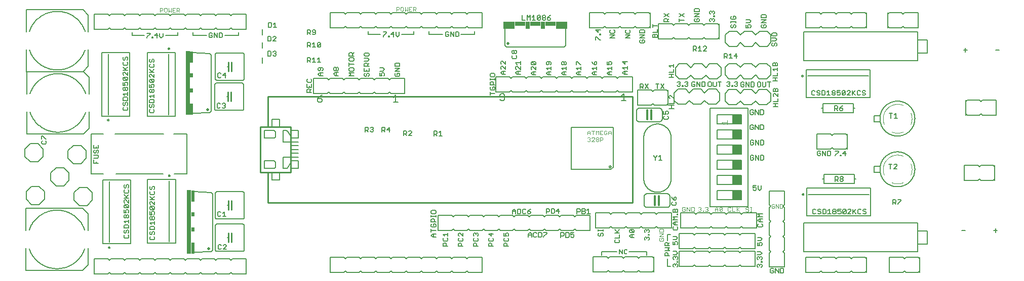
<source format=gto>
G75*
%MOIN*%
%OFA0B0*%
%FSLAX25Y25*%
%IPPOS*%
%LPD*%
%AMOC8*
5,1,8,0,0,1.08239X$1,22.5*
%
%ADD10C,0.00500*%
%ADD11C,0.00400*%
%ADD12C,0.00800*%
%ADD13C,0.00600*%
%ADD14C,0.01000*%
%ADD15C,0.01200*%
%ADD16C,0.02000*%
%ADD17R,0.03000X0.42000*%
%ADD18R,0.02000X0.07500*%
%ADD19R,0.02000X0.03000*%
%ADD20R,0.06000X0.06000*%
%ADD21C,0.00300*%
%ADD22C,0.00700*%
%ADD23R,0.07500X0.05000*%
%ADD24R,0.07000X0.03000*%
%ADD25R,0.03000X0.05000*%
%ADD26C,0.00200*%
D10*
X0249245Y0142500D02*
X0249762Y0141983D01*
X0250796Y0141983D01*
X0251313Y0142500D01*
X0252560Y0141983D02*
X0254628Y0144052D01*
X0254628Y0144569D01*
X0254111Y0145086D01*
X0253077Y0145086D01*
X0252560Y0144569D01*
X0251313Y0144569D02*
X0250796Y0145086D01*
X0249762Y0145086D01*
X0249245Y0144569D01*
X0249245Y0142500D01*
X0252560Y0141983D02*
X0254628Y0141983D01*
X0217085Y0147043D02*
X0217085Y0187043D01*
X0220295Y0191713D02*
X0228770Y0191713D01*
X0228770Y0218091D01*
X0220217Y0218092D01*
X0213287Y0218092D02*
X0181389Y0218056D01*
X0173765Y0218091D02*
X0165778Y0218091D01*
X0165778Y0191713D01*
X0173557Y0191713D01*
X0177675Y0186650D02*
X0177675Y0146650D01*
X0187323Y0149917D02*
X0187840Y0149400D01*
X0189908Y0149400D01*
X0190425Y0149917D01*
X0190425Y0150951D01*
X0189908Y0151468D01*
X0189908Y0152714D02*
X0190425Y0153232D01*
X0190425Y0154266D01*
X0189908Y0154783D01*
X0189391Y0154783D01*
X0188874Y0154266D01*
X0188874Y0153232D01*
X0188357Y0152714D01*
X0187840Y0152714D01*
X0187323Y0153232D01*
X0187323Y0154266D01*
X0187840Y0154783D01*
X0187323Y0156029D02*
X0187323Y0157581D01*
X0187840Y0158098D01*
X0189908Y0158098D01*
X0190425Y0157581D01*
X0190425Y0156029D01*
X0187323Y0156029D01*
X0188357Y0159344D02*
X0187323Y0160378D01*
X0190425Y0160378D01*
X0190425Y0159344D02*
X0190425Y0161413D01*
X0189908Y0162659D02*
X0189391Y0162659D01*
X0188874Y0163176D01*
X0188874Y0164210D01*
X0189391Y0164727D01*
X0189908Y0164727D01*
X0190425Y0164210D01*
X0190425Y0163176D01*
X0189908Y0162659D01*
X0188874Y0163176D02*
X0188357Y0162659D01*
X0187840Y0162659D01*
X0187323Y0163176D01*
X0187323Y0164210D01*
X0187840Y0164727D01*
X0188357Y0164727D01*
X0188874Y0164210D01*
X0188874Y0165974D02*
X0188357Y0167008D01*
X0188357Y0167525D01*
X0188874Y0168042D01*
X0189908Y0168042D01*
X0190425Y0167525D01*
X0190425Y0166491D01*
X0189908Y0165974D01*
X0188874Y0165974D02*
X0187323Y0165974D01*
X0187323Y0168042D01*
X0187840Y0169289D02*
X0187323Y0169806D01*
X0187323Y0170840D01*
X0187840Y0171357D01*
X0189908Y0169289D01*
X0190425Y0169806D01*
X0190425Y0170840D01*
X0189908Y0171357D01*
X0187840Y0171357D01*
X0187840Y0172603D02*
X0187323Y0173120D01*
X0187323Y0174155D01*
X0187840Y0174672D01*
X0188357Y0174672D01*
X0190425Y0172603D01*
X0190425Y0174672D01*
X0190425Y0175918D02*
X0187323Y0175918D01*
X0188874Y0176435D02*
X0190425Y0177987D01*
X0189908Y0179233D02*
X0190425Y0179750D01*
X0190425Y0180784D01*
X0189908Y0181301D01*
X0189908Y0182548D02*
X0190425Y0183065D01*
X0190425Y0184099D01*
X0189908Y0184616D01*
X0189391Y0184616D01*
X0188874Y0184099D01*
X0188874Y0183065D01*
X0188357Y0182548D01*
X0187840Y0182548D01*
X0187323Y0183065D01*
X0187323Y0184099D01*
X0187840Y0184616D01*
X0187840Y0181301D02*
X0187323Y0180784D01*
X0187323Y0179750D01*
X0187840Y0179233D01*
X0189908Y0179233D01*
X0187323Y0177987D02*
X0189391Y0175918D01*
X0189908Y0169289D02*
X0187840Y0169289D01*
X0204332Y0169770D02*
X0204332Y0168736D01*
X0204849Y0168219D01*
X0206918Y0168219D01*
X0204849Y0170288D01*
X0206918Y0170288D01*
X0207435Y0169770D01*
X0207435Y0168736D01*
X0206918Y0168219D01*
X0206918Y0166973D02*
X0207435Y0166456D01*
X0207435Y0165421D01*
X0206918Y0164904D01*
X0205883Y0164904D02*
X0205366Y0165938D01*
X0205366Y0166456D01*
X0205883Y0166973D01*
X0206918Y0166973D01*
X0205883Y0164904D02*
X0204332Y0164904D01*
X0204332Y0166973D01*
X0204332Y0169770D02*
X0204849Y0170288D01*
X0204849Y0171534D02*
X0204332Y0172051D01*
X0204332Y0173085D01*
X0204849Y0173602D01*
X0205366Y0173602D01*
X0207435Y0171534D01*
X0207435Y0173602D01*
X0207435Y0174849D02*
X0204332Y0174849D01*
X0205883Y0175366D02*
X0207435Y0176917D01*
X0206918Y0178164D02*
X0207435Y0178681D01*
X0207435Y0179715D01*
X0206918Y0180232D01*
X0206918Y0181478D02*
X0207435Y0181995D01*
X0207435Y0183030D01*
X0206918Y0183547D01*
X0206400Y0183547D01*
X0205883Y0183030D01*
X0205883Y0181995D01*
X0205366Y0181478D01*
X0204849Y0181478D01*
X0204332Y0181995D01*
X0204332Y0183030D01*
X0204849Y0183547D01*
X0204849Y0180232D02*
X0204332Y0179715D01*
X0204332Y0178681D01*
X0204849Y0178164D01*
X0206918Y0178164D01*
X0204332Y0176917D02*
X0206400Y0174849D01*
X0206400Y0163658D02*
X0206918Y0163658D01*
X0207435Y0163141D01*
X0207435Y0162107D01*
X0206918Y0161589D01*
X0206400Y0161589D01*
X0205883Y0162107D01*
X0205883Y0163141D01*
X0206400Y0163658D01*
X0205883Y0163141D02*
X0205366Y0163658D01*
X0204849Y0163658D01*
X0204332Y0163141D01*
X0204332Y0162107D01*
X0204849Y0161589D01*
X0205366Y0161589D01*
X0205883Y0162107D01*
X0207435Y0160343D02*
X0207435Y0158275D01*
X0207435Y0159309D02*
X0204332Y0159309D01*
X0205366Y0158275D01*
X0204849Y0157028D02*
X0204332Y0156511D01*
X0204332Y0154960D01*
X0207435Y0154960D01*
X0207435Y0156511D01*
X0206918Y0157028D01*
X0204849Y0157028D01*
X0204849Y0153713D02*
X0204332Y0153196D01*
X0204332Y0152162D01*
X0204849Y0151645D01*
X0205366Y0151645D01*
X0205883Y0152162D01*
X0205883Y0153196D01*
X0206400Y0153713D01*
X0206918Y0153713D01*
X0207435Y0153196D01*
X0207435Y0152162D01*
X0206918Y0151645D01*
X0206918Y0150399D02*
X0207435Y0149881D01*
X0207435Y0148847D01*
X0206918Y0148330D01*
X0204849Y0148330D01*
X0204332Y0148847D01*
X0204332Y0149881D01*
X0204849Y0150399D01*
X0187840Y0151468D02*
X0187323Y0150951D01*
X0187323Y0149917D01*
X0248945Y0164300D02*
X0249462Y0163783D01*
X0250496Y0163783D01*
X0251013Y0164300D01*
X0252260Y0163783D02*
X0254328Y0163783D01*
X0253294Y0163783D02*
X0253294Y0166886D01*
X0252260Y0165852D01*
X0251013Y0166369D02*
X0250496Y0166886D01*
X0249462Y0166886D01*
X0248945Y0166369D01*
X0248945Y0164300D01*
X0284600Y0187862D02*
X0289600Y0187862D01*
X0289600Y0192862D01*
X0292100Y0195362D02*
X0293931Y0195362D01*
X0294971Y0195919D02*
X0297100Y0199112D01*
X0297100Y0200362D02*
X0302100Y0200362D01*
X0302100Y0195362D01*
X0297100Y0195362D01*
X0294971Y0195919D02*
X0294932Y0195863D01*
X0294889Y0195809D01*
X0294844Y0195758D01*
X0294796Y0195710D01*
X0294746Y0195664D01*
X0294693Y0195621D01*
X0294637Y0195581D01*
X0294580Y0195544D01*
X0294521Y0195510D01*
X0294460Y0195479D01*
X0294397Y0195452D01*
X0294333Y0195428D01*
X0294268Y0195408D01*
X0294202Y0195392D01*
X0294135Y0195379D01*
X0294067Y0195369D01*
X0293999Y0195364D01*
X0293931Y0195362D01*
X0292100Y0195362D02*
X0292100Y0202862D01*
X0297100Y0202862D01*
X0302100Y0202862D01*
X0302100Y0205362D02*
X0297100Y0205362D01*
X0297100Y0207862D02*
X0302100Y0207862D01*
X0302100Y0210362D02*
X0297100Y0210362D01*
X0297100Y0212862D02*
X0292100Y0212862D01*
X0292100Y0220362D01*
X0293931Y0220362D01*
X0294971Y0219806D02*
X0297100Y0216612D01*
X0297100Y0215362D02*
X0302100Y0215362D01*
X0302100Y0220362D01*
X0297100Y0220362D01*
X0294971Y0219805D02*
X0294932Y0219861D01*
X0294889Y0219915D01*
X0294844Y0219966D01*
X0294796Y0220014D01*
X0294746Y0220060D01*
X0294693Y0220103D01*
X0294637Y0220143D01*
X0294580Y0220180D01*
X0294521Y0220214D01*
X0294460Y0220245D01*
X0294397Y0220272D01*
X0294333Y0220296D01*
X0294268Y0220316D01*
X0294202Y0220332D01*
X0294135Y0220345D01*
X0294067Y0220355D01*
X0293999Y0220360D01*
X0293931Y0220362D01*
X0289600Y0222862D02*
X0289600Y0227862D01*
X0284600Y0227862D01*
X0284600Y0222862D01*
X0285850Y0220362D02*
X0279600Y0220362D01*
X0279600Y0215362D01*
X0285850Y0215362D01*
X0285918Y0215364D01*
X0285985Y0215369D01*
X0286052Y0215378D01*
X0286119Y0215391D01*
X0286184Y0215408D01*
X0286249Y0215427D01*
X0286313Y0215451D01*
X0286375Y0215478D01*
X0286436Y0215508D01*
X0286494Y0215541D01*
X0286551Y0215577D01*
X0286606Y0215617D01*
X0286659Y0215659D01*
X0286710Y0215705D01*
X0286757Y0215752D01*
X0286803Y0215803D01*
X0286845Y0215856D01*
X0286885Y0215911D01*
X0286921Y0215968D01*
X0286954Y0216026D01*
X0286984Y0216087D01*
X0287011Y0216149D01*
X0287035Y0216213D01*
X0287054Y0216278D01*
X0287071Y0216343D01*
X0287084Y0216410D01*
X0287093Y0216477D01*
X0287098Y0216544D01*
X0287100Y0216612D01*
X0287100Y0219112D01*
X0287098Y0219180D01*
X0287093Y0219247D01*
X0287084Y0219314D01*
X0287071Y0219381D01*
X0287054Y0219446D01*
X0287035Y0219511D01*
X0287011Y0219575D01*
X0286984Y0219637D01*
X0286954Y0219698D01*
X0286921Y0219756D01*
X0286885Y0219813D01*
X0286845Y0219868D01*
X0286803Y0219921D01*
X0286757Y0219972D01*
X0286710Y0220019D01*
X0286659Y0220065D01*
X0286606Y0220107D01*
X0286551Y0220147D01*
X0286494Y0220183D01*
X0286436Y0220216D01*
X0286375Y0220246D01*
X0286313Y0220273D01*
X0286249Y0220297D01*
X0286184Y0220316D01*
X0286119Y0220333D01*
X0286052Y0220346D01*
X0285985Y0220355D01*
X0285918Y0220360D01*
X0285850Y0220362D01*
X0297100Y0212862D02*
X0302100Y0212862D01*
X0287100Y0199112D02*
X0287100Y0196612D01*
X0287098Y0196544D01*
X0287093Y0196477D01*
X0287084Y0196410D01*
X0287071Y0196343D01*
X0287054Y0196278D01*
X0287035Y0196213D01*
X0287011Y0196149D01*
X0286984Y0196087D01*
X0286954Y0196026D01*
X0286921Y0195968D01*
X0286885Y0195911D01*
X0286845Y0195856D01*
X0286803Y0195803D01*
X0286757Y0195752D01*
X0286710Y0195705D01*
X0286659Y0195659D01*
X0286606Y0195617D01*
X0286551Y0195577D01*
X0286494Y0195541D01*
X0286436Y0195508D01*
X0286375Y0195478D01*
X0286313Y0195451D01*
X0286249Y0195427D01*
X0286184Y0195408D01*
X0286119Y0195391D01*
X0286052Y0195378D01*
X0285985Y0195369D01*
X0285918Y0195364D01*
X0285850Y0195362D01*
X0279600Y0195362D01*
X0279600Y0200362D01*
X0285850Y0200362D01*
X0285918Y0200360D01*
X0285985Y0200355D01*
X0286052Y0200346D01*
X0286119Y0200333D01*
X0286184Y0200316D01*
X0286249Y0200297D01*
X0286313Y0200273D01*
X0286375Y0200246D01*
X0286436Y0200216D01*
X0286494Y0200183D01*
X0286551Y0200147D01*
X0286606Y0200107D01*
X0286659Y0200065D01*
X0286710Y0200019D01*
X0286757Y0199972D01*
X0286803Y0199921D01*
X0286845Y0199868D01*
X0286885Y0199813D01*
X0286921Y0199756D01*
X0286954Y0199698D01*
X0286984Y0199637D01*
X0287011Y0199575D01*
X0287035Y0199511D01*
X0287054Y0199446D01*
X0287071Y0199381D01*
X0287084Y0199314D01*
X0287093Y0199247D01*
X0287098Y0199180D01*
X0287100Y0199112D01*
X0284600Y0192862D02*
X0284600Y0187862D01*
X0346145Y0219483D02*
X0346145Y0222586D01*
X0347696Y0222586D01*
X0348213Y0222069D01*
X0348213Y0221034D01*
X0347696Y0220517D01*
X0346145Y0220517D01*
X0347179Y0220517D02*
X0348213Y0219483D01*
X0349460Y0220000D02*
X0349977Y0219483D01*
X0351011Y0219483D01*
X0351528Y0220000D01*
X0351528Y0220517D01*
X0351011Y0221034D01*
X0350494Y0221034D01*
X0351011Y0221034D02*
X0351528Y0221552D01*
X0351528Y0222069D01*
X0351011Y0222586D01*
X0349977Y0222586D01*
X0349460Y0222069D01*
X0357145Y0222486D02*
X0357145Y0219383D01*
X0357145Y0220417D02*
X0358696Y0220417D01*
X0359213Y0220934D01*
X0359213Y0221969D01*
X0358696Y0222486D01*
X0357145Y0222486D01*
X0358179Y0220417D02*
X0359213Y0219383D01*
X0360460Y0220934D02*
X0362528Y0220934D01*
X0362011Y0219383D02*
X0362011Y0222486D01*
X0360460Y0220934D01*
X0371245Y0220186D02*
X0371245Y0217083D01*
X0371245Y0218117D02*
X0372796Y0218117D01*
X0373313Y0218634D01*
X0373313Y0219669D01*
X0372796Y0220186D01*
X0371245Y0220186D01*
X0372279Y0218117D02*
X0373313Y0217083D01*
X0374560Y0217083D02*
X0376628Y0219152D01*
X0376628Y0219669D01*
X0376111Y0220186D01*
X0375077Y0220186D01*
X0374560Y0219669D01*
X0374560Y0217083D02*
X0376628Y0217083D01*
X0391245Y0216883D02*
X0391245Y0219986D01*
X0392796Y0219986D01*
X0393313Y0219469D01*
X0393313Y0218434D01*
X0392796Y0217917D01*
X0391245Y0217917D01*
X0392279Y0217917D02*
X0393313Y0216883D01*
X0394560Y0216883D02*
X0396628Y0216883D01*
X0395594Y0216883D02*
X0395594Y0219986D01*
X0394560Y0218952D01*
X0367714Y0239167D02*
X0364711Y0239167D01*
X0366212Y0239167D02*
X0366212Y0243671D01*
X0364711Y0242170D01*
X0366159Y0256183D02*
X0368228Y0256183D01*
X0368745Y0256700D01*
X0368745Y0257734D01*
X0368228Y0258252D01*
X0367194Y0258252D01*
X0367194Y0257217D01*
X0366159Y0256183D02*
X0365642Y0256700D01*
X0365642Y0257734D01*
X0366159Y0258252D01*
X0365642Y0259498D02*
X0368745Y0261566D01*
X0365642Y0261566D01*
X0365642Y0262813D02*
X0365642Y0264364D01*
X0366159Y0264881D01*
X0368228Y0264881D01*
X0368745Y0264364D01*
X0368745Y0262813D01*
X0365642Y0262813D01*
X0365642Y0259498D02*
X0368745Y0259498D01*
X0358745Y0260632D02*
X0357711Y0261666D01*
X0355642Y0261666D01*
X0355642Y0259598D02*
X0357711Y0259598D01*
X0358745Y0260632D01*
X0358228Y0258352D02*
X0358745Y0257834D01*
X0358745Y0256800D01*
X0358228Y0256283D01*
X0357194Y0256283D02*
X0356676Y0257317D01*
X0356676Y0257834D01*
X0357194Y0258352D01*
X0358228Y0258352D01*
X0357194Y0256283D02*
X0355642Y0256283D01*
X0355642Y0258352D01*
X0348645Y0257734D02*
X0348645Y0256700D01*
X0348128Y0256183D01*
X0347094Y0256700D02*
X0347094Y0257734D01*
X0347611Y0258252D01*
X0348128Y0258252D01*
X0348645Y0257734D01*
X0348645Y0259498D02*
X0348645Y0261566D01*
X0348645Y0262813D02*
X0345542Y0262813D01*
X0345542Y0264364D01*
X0346059Y0264881D01*
X0347094Y0264881D01*
X0347611Y0264364D01*
X0347611Y0262813D01*
X0347611Y0263847D02*
X0348645Y0264881D01*
X0347611Y0266128D02*
X0348645Y0267162D01*
X0347611Y0268196D01*
X0345542Y0268196D01*
X0346059Y0269442D02*
X0345542Y0269959D01*
X0345542Y0270994D01*
X0346059Y0271511D01*
X0348128Y0271511D01*
X0348645Y0270994D01*
X0348645Y0269959D01*
X0348128Y0269442D01*
X0346059Y0269442D01*
X0345542Y0266128D02*
X0347611Y0266128D01*
X0345542Y0261566D02*
X0345542Y0259498D01*
X0348645Y0259498D01*
X0347094Y0259498D02*
X0347094Y0260532D01*
X0346059Y0258252D02*
X0345542Y0257734D01*
X0345542Y0256700D01*
X0346059Y0256183D01*
X0346576Y0256183D01*
X0347094Y0256700D01*
X0338645Y0256283D02*
X0335542Y0256283D01*
X0336576Y0257317D01*
X0335542Y0258352D01*
X0338645Y0258352D01*
X0338128Y0259598D02*
X0338645Y0260115D01*
X0338645Y0261149D01*
X0338128Y0261666D01*
X0336059Y0261666D01*
X0335542Y0261149D01*
X0335542Y0260115D01*
X0336059Y0259598D01*
X0338128Y0259598D01*
X0335542Y0262913D02*
X0335542Y0264981D01*
X0335542Y0263947D02*
X0338645Y0263947D01*
X0338128Y0266228D02*
X0338645Y0266745D01*
X0338645Y0267779D01*
X0338128Y0268296D01*
X0336059Y0268296D01*
X0335542Y0267779D01*
X0335542Y0266745D01*
X0336059Y0266228D01*
X0338128Y0266228D01*
X0338645Y0269542D02*
X0335542Y0269542D01*
X0335542Y0271094D01*
X0336059Y0271611D01*
X0337094Y0271611D01*
X0337611Y0271094D01*
X0337611Y0269542D01*
X0337611Y0270577D02*
X0338645Y0271611D01*
X0328445Y0261449D02*
X0328445Y0260415D01*
X0327928Y0259898D01*
X0327411Y0259898D01*
X0326894Y0260415D01*
X0326894Y0261449D01*
X0327411Y0261966D01*
X0327928Y0261966D01*
X0328445Y0261449D01*
X0326894Y0261449D02*
X0326376Y0261966D01*
X0325859Y0261966D01*
X0325342Y0261449D01*
X0325342Y0260415D01*
X0325859Y0259898D01*
X0326376Y0259898D01*
X0326894Y0260415D01*
X0326894Y0258652D02*
X0326894Y0256583D01*
X0326376Y0256583D02*
X0325342Y0257617D01*
X0326376Y0258652D01*
X0328445Y0258652D01*
X0328445Y0256583D02*
X0326376Y0256583D01*
X0318245Y0256483D02*
X0316176Y0256483D01*
X0315142Y0257517D01*
X0316176Y0258552D01*
X0318245Y0258552D01*
X0317728Y0259798D02*
X0318245Y0260315D01*
X0318245Y0261349D01*
X0317728Y0261866D01*
X0315659Y0261866D01*
X0315142Y0261349D01*
X0315142Y0260315D01*
X0315659Y0259798D01*
X0316176Y0259798D01*
X0316694Y0260315D01*
X0316694Y0261866D01*
X0316694Y0258552D02*
X0316694Y0256483D01*
X0310845Y0253764D02*
X0310845Y0252730D01*
X0310328Y0252213D01*
X0308259Y0252213D01*
X0307742Y0252730D01*
X0307742Y0253764D01*
X0308259Y0254281D01*
X0310328Y0254281D02*
X0310845Y0253764D01*
X0310845Y0250966D02*
X0310845Y0248898D01*
X0307742Y0248898D01*
X0307742Y0250966D01*
X0309294Y0249932D02*
X0309294Y0248898D01*
X0309294Y0247652D02*
X0309811Y0247134D01*
X0309811Y0245583D01*
X0310845Y0245583D02*
X0307742Y0245583D01*
X0307742Y0247134D01*
X0308259Y0247652D01*
X0309294Y0247652D01*
X0309811Y0246617D02*
X0310845Y0247652D01*
X0316212Y0242921D02*
X0314711Y0241419D01*
X0316963Y0241419D01*
X0317714Y0240669D01*
X0317714Y0239918D01*
X0316963Y0239167D01*
X0315462Y0239167D01*
X0314711Y0239918D01*
X0314711Y0241419D01*
X0316212Y0242921D02*
X0317714Y0243671D01*
X0316643Y0265283D02*
X0314575Y0265283D01*
X0315609Y0265283D02*
X0315609Y0268386D01*
X0314575Y0267352D01*
X0313328Y0265283D02*
X0311260Y0265283D01*
X0312294Y0265283D02*
X0312294Y0268386D01*
X0311260Y0267352D01*
X0310013Y0267869D02*
X0310013Y0266834D01*
X0309496Y0266317D01*
X0307945Y0266317D01*
X0307945Y0265283D02*
X0307945Y0268386D01*
X0309496Y0268386D01*
X0310013Y0267869D01*
X0308979Y0266317D02*
X0310013Y0265283D01*
X0310113Y0275283D02*
X0309079Y0276317D01*
X0309596Y0276317D02*
X0308045Y0276317D01*
X0308045Y0275283D02*
X0308045Y0278386D01*
X0309596Y0278386D01*
X0310113Y0277869D01*
X0310113Y0276834D01*
X0309596Y0276317D01*
X0311360Y0275283D02*
X0313428Y0275283D01*
X0312394Y0275283D02*
X0312394Y0278386D01*
X0311360Y0277352D01*
X0314675Y0277869D02*
X0315192Y0278386D01*
X0316226Y0278386D01*
X0316743Y0277869D01*
X0314675Y0275800D01*
X0315192Y0275283D01*
X0316226Y0275283D01*
X0316743Y0275800D01*
X0316743Y0277869D01*
X0314675Y0277869D02*
X0314675Y0275800D01*
X0312811Y0283683D02*
X0313328Y0284200D01*
X0313328Y0286269D01*
X0312811Y0286786D01*
X0311777Y0286786D01*
X0311260Y0286269D01*
X0311260Y0285752D01*
X0311777Y0285234D01*
X0313328Y0285234D01*
X0312811Y0283683D02*
X0311777Y0283683D01*
X0311260Y0284200D01*
X0310013Y0283683D02*
X0308979Y0284717D01*
X0309496Y0284717D02*
X0307945Y0284717D01*
X0307945Y0283683D02*
X0307945Y0286786D01*
X0309496Y0286786D01*
X0310013Y0286269D01*
X0310013Y0285234D01*
X0309496Y0284717D01*
X0287728Y0288483D02*
X0285660Y0288483D01*
X0286694Y0288483D02*
X0286694Y0291586D01*
X0285660Y0290552D01*
X0284413Y0291069D02*
X0283896Y0291586D01*
X0282345Y0291586D01*
X0282345Y0288483D01*
X0283896Y0288483D01*
X0284413Y0289000D01*
X0284413Y0291069D01*
X0278236Y0287225D02*
X0278236Y0283475D01*
X0282045Y0282386D02*
X0283596Y0282386D01*
X0284113Y0281869D01*
X0284113Y0279800D01*
X0283596Y0279283D01*
X0282045Y0279283D01*
X0282045Y0282386D01*
X0285360Y0281869D02*
X0285877Y0282386D01*
X0286911Y0282386D01*
X0287428Y0281869D01*
X0287428Y0281352D01*
X0285360Y0279283D01*
X0287428Y0279283D01*
X0278236Y0278367D02*
X0278236Y0274617D01*
X0282145Y0272686D02*
X0283696Y0272686D01*
X0284213Y0272169D01*
X0284213Y0270100D01*
X0283696Y0269583D01*
X0282145Y0269583D01*
X0282145Y0272686D01*
X0285460Y0272169D02*
X0285977Y0272686D01*
X0287011Y0272686D01*
X0287528Y0272169D01*
X0287528Y0271652D01*
X0287011Y0271134D01*
X0287528Y0270617D01*
X0287528Y0270100D01*
X0287011Y0269583D01*
X0285977Y0269583D01*
X0285460Y0270100D01*
X0286494Y0271134D02*
X0287011Y0271134D01*
X0278236Y0268525D02*
X0278236Y0264775D01*
X0254428Y0256734D02*
X0252360Y0256734D01*
X0253911Y0258286D01*
X0253911Y0255183D01*
X0251113Y0255700D02*
X0250596Y0255183D01*
X0249562Y0255183D01*
X0249045Y0255700D01*
X0249045Y0257769D01*
X0249562Y0258286D01*
X0250596Y0258286D01*
X0251113Y0257769D01*
X0216793Y0270941D02*
X0216793Y0230941D01*
X0207143Y0232745D02*
X0207143Y0233779D01*
X0206626Y0234296D01*
X0206626Y0235543D02*
X0207143Y0236060D01*
X0207143Y0237094D01*
X0206626Y0237611D01*
X0206109Y0237611D01*
X0205592Y0237094D01*
X0205592Y0236060D01*
X0205075Y0235543D01*
X0204558Y0235543D01*
X0204041Y0236060D01*
X0204041Y0237094D01*
X0204558Y0237611D01*
X0204041Y0238857D02*
X0207143Y0238857D01*
X0207143Y0240409D01*
X0206626Y0240926D01*
X0204558Y0240926D01*
X0204041Y0240409D01*
X0204041Y0238857D01*
X0205075Y0242172D02*
X0204041Y0243206D01*
X0207143Y0243206D01*
X0207143Y0242172D02*
X0207143Y0244241D01*
X0206626Y0245487D02*
X0206109Y0245487D01*
X0205592Y0246004D01*
X0205592Y0247038D01*
X0206109Y0247556D01*
X0206626Y0247556D01*
X0207143Y0247038D01*
X0207143Y0246004D01*
X0206626Y0245487D01*
X0205592Y0246004D02*
X0205075Y0245487D01*
X0204558Y0245487D01*
X0204041Y0246004D01*
X0204041Y0247038D01*
X0204558Y0247556D01*
X0205075Y0247556D01*
X0205592Y0247038D01*
X0205592Y0248802D02*
X0205075Y0249836D01*
X0205075Y0250353D01*
X0205592Y0250870D01*
X0206626Y0250870D01*
X0207143Y0250353D01*
X0207143Y0249319D01*
X0206626Y0248802D01*
X0205592Y0248802D02*
X0204041Y0248802D01*
X0204041Y0250870D01*
X0204558Y0252117D02*
X0204041Y0252634D01*
X0204041Y0253668D01*
X0204558Y0254185D01*
X0206626Y0252117D01*
X0207143Y0252634D01*
X0207143Y0253668D01*
X0206626Y0254185D01*
X0204558Y0254185D01*
X0204558Y0255432D02*
X0204041Y0255949D01*
X0204041Y0256983D01*
X0204558Y0257500D01*
X0205075Y0257500D01*
X0207143Y0255432D01*
X0207143Y0257500D01*
X0207143Y0258746D02*
X0204041Y0258746D01*
X0205592Y0259263D02*
X0207143Y0260815D01*
X0206626Y0262061D02*
X0207143Y0262578D01*
X0207143Y0263613D01*
X0206626Y0264130D01*
X0206626Y0265376D02*
X0207143Y0265893D01*
X0207143Y0266927D01*
X0206626Y0267444D01*
X0206109Y0267444D01*
X0205592Y0266927D01*
X0205592Y0265893D01*
X0205075Y0265376D01*
X0204558Y0265376D01*
X0204041Y0265893D01*
X0204041Y0266927D01*
X0204558Y0267444D01*
X0204558Y0264130D02*
X0204041Y0263613D01*
X0204041Y0262578D01*
X0204558Y0262061D01*
X0206626Y0262061D01*
X0204041Y0260815D02*
X0206109Y0258746D01*
X0206626Y0252117D02*
X0204558Y0252117D01*
X0189748Y0251738D02*
X0189748Y0250703D01*
X0189231Y0250186D01*
X0188197Y0250186D02*
X0187680Y0251221D01*
X0187680Y0251738D01*
X0188197Y0252255D01*
X0189231Y0252255D01*
X0189748Y0251738D01*
X0189231Y0253501D02*
X0187162Y0255570D01*
X0189231Y0255570D01*
X0189748Y0255052D01*
X0189748Y0254018D01*
X0189231Y0253501D01*
X0187162Y0253501D01*
X0186645Y0254018D01*
X0186645Y0255052D01*
X0187162Y0255570D01*
X0187162Y0256816D02*
X0186645Y0257333D01*
X0186645Y0258367D01*
X0187162Y0258884D01*
X0187680Y0258884D01*
X0189748Y0256816D01*
X0189748Y0258884D01*
X0189748Y0260131D02*
X0186645Y0260131D01*
X0188197Y0260648D02*
X0189748Y0262199D01*
X0189231Y0263446D02*
X0189748Y0263963D01*
X0189748Y0264997D01*
X0189231Y0265514D01*
X0189231Y0266760D02*
X0189748Y0267278D01*
X0189748Y0268312D01*
X0189231Y0268829D01*
X0188714Y0268829D01*
X0188197Y0268312D01*
X0188197Y0267278D01*
X0187680Y0266760D01*
X0187162Y0266760D01*
X0186645Y0267278D01*
X0186645Y0268312D01*
X0187162Y0268829D01*
X0187162Y0265514D02*
X0186645Y0264997D01*
X0186645Y0263963D01*
X0187162Y0263446D01*
X0189231Y0263446D01*
X0186645Y0262199D02*
X0188714Y0260131D01*
X0186645Y0252255D02*
X0186645Y0250186D01*
X0188197Y0250186D01*
X0188714Y0248940D02*
X0188197Y0248423D01*
X0188197Y0247389D01*
X0187680Y0246872D01*
X0187162Y0246872D01*
X0186645Y0247389D01*
X0186645Y0248423D01*
X0187162Y0248940D01*
X0187680Y0248940D01*
X0188197Y0248423D01*
X0188714Y0248940D02*
X0189231Y0248940D01*
X0189748Y0248423D01*
X0189748Y0247389D01*
X0189231Y0246872D01*
X0188714Y0246872D01*
X0188197Y0247389D01*
X0189748Y0245625D02*
X0189748Y0243557D01*
X0189748Y0244591D02*
X0186645Y0244591D01*
X0187680Y0243557D01*
X0187162Y0242310D02*
X0186645Y0241793D01*
X0186645Y0240242D01*
X0189748Y0240242D01*
X0189748Y0241793D01*
X0189231Y0242310D01*
X0187162Y0242310D01*
X0187162Y0238995D02*
X0186645Y0238478D01*
X0186645Y0237444D01*
X0187162Y0236927D01*
X0187680Y0236927D01*
X0188197Y0237444D01*
X0188197Y0238478D01*
X0188714Y0238995D01*
X0189231Y0238995D01*
X0189748Y0238478D01*
X0189748Y0237444D01*
X0189231Y0236927D01*
X0189231Y0235681D02*
X0189748Y0235164D01*
X0189748Y0234129D01*
X0189231Y0233612D01*
X0187162Y0233612D01*
X0186645Y0234129D01*
X0186645Y0235164D01*
X0187162Y0235681D01*
X0176998Y0230862D02*
X0176998Y0270862D01*
X0202545Y0281483D02*
X0202545Y0282000D01*
X0204613Y0284069D01*
X0204613Y0284586D01*
X0202545Y0284586D01*
X0205860Y0282000D02*
X0206377Y0282000D01*
X0206377Y0281483D01*
X0205860Y0281483D01*
X0205860Y0282000D01*
X0207517Y0283034D02*
X0209586Y0283034D01*
X0210832Y0282517D02*
X0211866Y0281483D01*
X0212900Y0282517D01*
X0212900Y0284586D01*
X0210832Y0284586D02*
X0210832Y0282517D01*
X0209068Y0281483D02*
X0209068Y0284586D01*
X0207517Y0283034D01*
X0243345Y0282200D02*
X0243862Y0281683D01*
X0244896Y0281683D01*
X0245413Y0282200D01*
X0245413Y0283234D01*
X0244379Y0283234D01*
X0243345Y0282200D02*
X0243345Y0284269D01*
X0243862Y0284786D01*
X0244896Y0284786D01*
X0245413Y0284269D01*
X0246660Y0284786D02*
X0248728Y0281683D01*
X0248728Y0284786D01*
X0249975Y0284786D02*
X0251526Y0284786D01*
X0252043Y0284269D01*
X0252043Y0282200D01*
X0251526Y0281683D01*
X0249975Y0281683D01*
X0249975Y0284786D01*
X0246660Y0284786D02*
X0246660Y0281683D01*
X0249162Y0238286D02*
X0248645Y0237769D01*
X0248645Y0235700D01*
X0249162Y0235183D01*
X0250196Y0235183D01*
X0250713Y0235700D01*
X0251960Y0235700D02*
X0252477Y0235183D01*
X0253511Y0235183D01*
X0254028Y0235700D01*
X0254028Y0236217D01*
X0253511Y0236734D01*
X0252994Y0236734D01*
X0253511Y0236734D02*
X0254028Y0237252D01*
X0254028Y0237769D01*
X0253511Y0238286D01*
X0252477Y0238286D01*
X0251960Y0237769D01*
X0250713Y0237769D02*
X0250196Y0238286D01*
X0249162Y0238286D01*
X0207143Y0232745D02*
X0206626Y0232228D01*
X0204558Y0232228D01*
X0204041Y0232745D01*
X0204041Y0233779D01*
X0204558Y0234296D01*
X0170545Y0210896D02*
X0170545Y0208828D01*
X0167442Y0208828D01*
X0167442Y0210896D01*
X0168994Y0209862D02*
X0168994Y0208828D01*
X0169511Y0207581D02*
X0170028Y0207581D01*
X0170545Y0207064D01*
X0170545Y0206030D01*
X0170028Y0205513D01*
X0168994Y0206030D02*
X0168994Y0207064D01*
X0169511Y0207581D01*
X0167959Y0207581D02*
X0167442Y0207064D01*
X0167442Y0206030D01*
X0167959Y0205513D01*
X0168476Y0205513D01*
X0168994Y0206030D01*
X0170028Y0204266D02*
X0167442Y0204266D01*
X0167442Y0202198D02*
X0170028Y0202198D01*
X0170545Y0202715D01*
X0170545Y0203749D01*
X0170028Y0204266D01*
X0167442Y0200952D02*
X0167442Y0198883D01*
X0170545Y0198883D01*
X0168994Y0198883D02*
X0168994Y0199917D01*
X0182082Y0191765D02*
X0213209Y0191695D01*
X0136145Y0212000D02*
X0136145Y0213034D01*
X0135628Y0213552D01*
X0135628Y0214798D02*
X0136145Y0214798D01*
X0135628Y0214798D02*
X0133559Y0216866D01*
X0133042Y0216866D01*
X0133042Y0214798D01*
X0133559Y0213552D02*
X0133042Y0213034D01*
X0133042Y0212000D01*
X0133559Y0211483D01*
X0135628Y0211483D01*
X0136145Y0212000D01*
X0358145Y0282183D02*
X0358145Y0282700D01*
X0360213Y0284769D01*
X0360213Y0285286D01*
X0358145Y0285286D01*
X0361460Y0282700D02*
X0361977Y0282700D01*
X0361977Y0282183D01*
X0361460Y0282183D01*
X0361460Y0282700D01*
X0363117Y0283734D02*
X0365186Y0283734D01*
X0366432Y0283217D02*
X0367466Y0282183D01*
X0368500Y0283217D01*
X0368500Y0285286D01*
X0366432Y0285286D02*
X0366432Y0283217D01*
X0364668Y0282183D02*
X0364668Y0285286D01*
X0363117Y0283734D01*
X0398945Y0282900D02*
X0399462Y0282383D01*
X0400496Y0282383D01*
X0401013Y0282900D01*
X0401013Y0283934D01*
X0399979Y0283934D01*
X0398945Y0282900D02*
X0398945Y0284969D01*
X0399462Y0285486D01*
X0400496Y0285486D01*
X0401013Y0284969D01*
X0402260Y0285486D02*
X0404328Y0282383D01*
X0404328Y0285486D01*
X0405575Y0285486D02*
X0407126Y0285486D01*
X0407643Y0284969D01*
X0407643Y0282900D01*
X0407126Y0282383D01*
X0405575Y0282383D01*
X0405575Y0285486D01*
X0402260Y0285486D02*
X0402260Y0282383D01*
X0435342Y0265564D02*
X0435342Y0264530D01*
X0435859Y0264013D01*
X0435859Y0262766D02*
X0435342Y0262249D01*
X0435342Y0261215D01*
X0435859Y0260698D01*
X0436376Y0259452D02*
X0438445Y0259452D01*
X0438445Y0260698D02*
X0436376Y0262766D01*
X0435859Y0262766D01*
X0438445Y0262766D02*
X0438445Y0260698D01*
X0436894Y0259452D02*
X0436894Y0257383D01*
X0436376Y0257383D02*
X0435342Y0258417D01*
X0436376Y0259452D01*
X0436376Y0257383D02*
X0438445Y0257383D01*
X0445142Y0258317D02*
X0446176Y0259352D01*
X0448245Y0259352D01*
X0448245Y0260598D02*
X0446176Y0262666D01*
X0445659Y0262666D01*
X0445142Y0262149D01*
X0445142Y0261115D01*
X0445659Y0260598D01*
X0446694Y0259352D02*
X0446694Y0257283D01*
X0446176Y0257283D02*
X0445142Y0258317D01*
X0446176Y0257283D02*
X0448245Y0257283D01*
X0448245Y0260598D02*
X0448245Y0262666D01*
X0448245Y0263913D02*
X0448245Y0265981D01*
X0448245Y0264947D02*
X0445142Y0264947D01*
X0446176Y0263913D01*
X0445228Y0267783D02*
X0445745Y0268300D01*
X0445745Y0269334D01*
X0445228Y0269852D01*
X0445228Y0271098D02*
X0444711Y0271098D01*
X0444194Y0271615D01*
X0444194Y0272649D01*
X0444711Y0273166D01*
X0445228Y0273166D01*
X0445745Y0272649D01*
X0445745Y0271615D01*
X0445228Y0271098D01*
X0444194Y0271615D02*
X0443676Y0271098D01*
X0443159Y0271098D01*
X0442642Y0271615D01*
X0442642Y0272649D01*
X0443159Y0273166D01*
X0443676Y0273166D01*
X0444194Y0272649D01*
X0443159Y0269852D02*
X0442642Y0269334D01*
X0442642Y0268300D01*
X0443159Y0267783D01*
X0445228Y0267783D01*
X0438445Y0266081D02*
X0438445Y0264013D01*
X0436376Y0266081D01*
X0435859Y0266081D01*
X0435342Y0265564D01*
X0430928Y0258006D02*
X0428859Y0258006D01*
X0428342Y0257489D01*
X0428342Y0256455D01*
X0428859Y0255937D01*
X0430928Y0255937D01*
X0431445Y0256455D01*
X0431445Y0257489D01*
X0430928Y0258006D01*
X0431445Y0254762D02*
X0431445Y0253728D01*
X0431445Y0254245D02*
X0428342Y0254245D01*
X0428342Y0253728D02*
X0428342Y0254762D01*
X0428859Y0252481D02*
X0429894Y0252481D01*
X0430411Y0251964D01*
X0430411Y0250413D01*
X0431445Y0250413D02*
X0428342Y0250413D01*
X0428342Y0251964D01*
X0428859Y0252481D01*
X0428859Y0249166D02*
X0428342Y0248649D01*
X0428342Y0247615D01*
X0428859Y0247098D01*
X0430928Y0247098D01*
X0431445Y0247615D01*
X0431445Y0248649D01*
X0430928Y0249166D01*
X0429894Y0249166D01*
X0429894Y0248132D01*
X0428342Y0245852D02*
X0428342Y0243783D01*
X0428342Y0244817D02*
X0431445Y0244817D01*
X0434849Y0243905D02*
X0434849Y0243154D01*
X0435599Y0242403D01*
X0437851Y0242403D01*
X0437851Y0240902D02*
X0437851Y0243905D01*
X0437101Y0244655D01*
X0435599Y0244655D01*
X0434849Y0243905D01*
X0434849Y0240902D02*
X0435599Y0240152D01*
X0437101Y0240152D01*
X0437851Y0240902D01*
X0455342Y0258117D02*
X0456376Y0259152D01*
X0458445Y0259152D01*
X0458445Y0260398D02*
X0456376Y0262466D01*
X0455859Y0262466D01*
X0455342Y0261949D01*
X0455342Y0260915D01*
X0455859Y0260398D01*
X0456894Y0259152D02*
X0456894Y0257083D01*
X0456376Y0257083D02*
X0455342Y0258117D01*
X0456376Y0257083D02*
X0458445Y0257083D01*
X0458445Y0260398D02*
X0458445Y0262466D01*
X0457928Y0263713D02*
X0455859Y0265781D01*
X0457928Y0265781D01*
X0458445Y0265264D01*
X0458445Y0264230D01*
X0457928Y0263713D01*
X0455859Y0263713D01*
X0455342Y0264230D01*
X0455342Y0265264D01*
X0455859Y0265781D01*
X0465342Y0265264D02*
X0465342Y0264230D01*
X0465859Y0263713D01*
X0466376Y0263713D01*
X0466894Y0264230D01*
X0466894Y0265781D01*
X0467928Y0265781D02*
X0465859Y0265781D01*
X0465342Y0265264D01*
X0467928Y0265781D02*
X0468445Y0265264D01*
X0468445Y0264230D01*
X0467928Y0263713D01*
X0468445Y0262466D02*
X0468445Y0260398D01*
X0468445Y0261432D02*
X0465342Y0261432D01*
X0466376Y0260398D01*
X0466376Y0259152D02*
X0468445Y0259152D01*
X0466894Y0259152D02*
X0466894Y0257083D01*
X0466376Y0257083D02*
X0465342Y0258117D01*
X0466376Y0259152D01*
X0466376Y0257083D02*
X0468445Y0257083D01*
X0475342Y0258117D02*
X0476376Y0259152D01*
X0478445Y0259152D01*
X0478445Y0260398D02*
X0478445Y0262466D01*
X0478445Y0261432D02*
X0475342Y0261432D01*
X0476376Y0260398D01*
X0476894Y0259152D02*
X0476894Y0257083D01*
X0476376Y0257083D02*
X0475342Y0258117D01*
X0476376Y0257083D02*
X0478445Y0257083D01*
X0477928Y0263713D02*
X0477411Y0263713D01*
X0476894Y0264230D01*
X0476894Y0265264D01*
X0477411Y0265781D01*
X0477928Y0265781D01*
X0478445Y0265264D01*
X0478445Y0264230D01*
X0477928Y0263713D01*
X0476894Y0264230D02*
X0476376Y0263713D01*
X0475859Y0263713D01*
X0475342Y0264230D01*
X0475342Y0265264D01*
X0475859Y0265781D01*
X0476376Y0265781D01*
X0476894Y0265264D01*
X0485042Y0265881D02*
X0485042Y0263813D01*
X0485042Y0265881D02*
X0485559Y0265881D01*
X0487628Y0263813D01*
X0488145Y0263813D01*
X0488145Y0262566D02*
X0488145Y0260498D01*
X0488145Y0261532D02*
X0485042Y0261532D01*
X0486076Y0260498D01*
X0486076Y0259252D02*
X0488145Y0259252D01*
X0486594Y0259252D02*
X0486594Y0257183D01*
X0486076Y0257183D02*
X0485042Y0258217D01*
X0486076Y0259252D01*
X0486076Y0257183D02*
X0488145Y0257183D01*
X0495342Y0258217D02*
X0496376Y0259252D01*
X0498445Y0259252D01*
X0498445Y0260498D02*
X0498445Y0262566D01*
X0498445Y0261532D02*
X0495342Y0261532D01*
X0496376Y0260498D01*
X0496894Y0259252D02*
X0496894Y0257183D01*
X0496376Y0257183D02*
X0495342Y0258217D01*
X0496376Y0257183D02*
X0498445Y0257183D01*
X0497928Y0263813D02*
X0498445Y0264330D01*
X0498445Y0265364D01*
X0497928Y0265881D01*
X0497411Y0265881D01*
X0496894Y0265364D01*
X0496894Y0263813D01*
X0497928Y0263813D01*
X0496894Y0263813D02*
X0495859Y0264847D01*
X0495342Y0265881D01*
X0505242Y0265881D02*
X0505242Y0263813D01*
X0506794Y0263813D01*
X0506276Y0264847D01*
X0506276Y0265364D01*
X0506794Y0265881D01*
X0507828Y0265881D01*
X0508345Y0265364D01*
X0508345Y0264330D01*
X0507828Y0263813D01*
X0508345Y0262566D02*
X0508345Y0260498D01*
X0508345Y0261532D02*
X0505242Y0261532D01*
X0506276Y0260498D01*
X0506276Y0259252D02*
X0508345Y0259252D01*
X0506794Y0259252D02*
X0506794Y0257183D01*
X0506276Y0257183D02*
X0505242Y0258217D01*
X0506276Y0259252D01*
X0506276Y0257183D02*
X0508345Y0257183D01*
X0515542Y0258517D02*
X0516576Y0259552D01*
X0518645Y0259552D01*
X0518645Y0260798D02*
X0518645Y0262866D01*
X0518645Y0261832D02*
X0515542Y0261832D01*
X0516576Y0260798D01*
X0517094Y0259552D02*
X0517094Y0257483D01*
X0516576Y0257483D02*
X0515542Y0258517D01*
X0516576Y0257483D02*
X0518645Y0257483D01*
X0517094Y0264113D02*
X0517094Y0266181D01*
X0518645Y0265664D02*
X0515542Y0265664D01*
X0517094Y0264113D01*
X0527045Y0251086D02*
X0528596Y0251086D01*
X0529113Y0250569D01*
X0529113Y0249534D01*
X0528596Y0249017D01*
X0527045Y0249017D01*
X0527045Y0247983D02*
X0527045Y0251086D01*
X0528079Y0249017D02*
X0529113Y0247983D01*
X0530360Y0247983D02*
X0532428Y0251086D01*
X0530360Y0251086D02*
X0532428Y0247983D01*
X0537445Y0251086D02*
X0539513Y0251086D01*
X0538479Y0251086D02*
X0538479Y0247983D01*
X0540760Y0247983D02*
X0542828Y0251086D01*
X0540760Y0251086D02*
X0542828Y0247983D01*
X0545234Y0247043D02*
X0545234Y0237043D01*
X0546142Y0236952D02*
X0549245Y0236952D01*
X0549245Y0238198D02*
X0549245Y0240266D01*
X0549245Y0241513D02*
X0547176Y0243581D01*
X0546659Y0243581D01*
X0546142Y0243064D01*
X0546142Y0242030D01*
X0546659Y0241513D01*
X0549245Y0241513D02*
X0549245Y0243581D01*
X0551962Y0249483D02*
X0551445Y0250000D01*
X0551962Y0249483D02*
X0552996Y0249483D01*
X0553513Y0250000D01*
X0553513Y0250517D01*
X0552996Y0251034D01*
X0552479Y0251034D01*
X0552996Y0251034D02*
X0553513Y0251552D01*
X0553513Y0252069D01*
X0552996Y0252586D01*
X0551962Y0252586D01*
X0551445Y0252069D01*
X0554760Y0250000D02*
X0555277Y0250000D01*
X0555277Y0249483D01*
X0554760Y0249483D01*
X0554760Y0250000D01*
X0556417Y0250000D02*
X0556934Y0249483D01*
X0557968Y0249483D01*
X0558486Y0250000D01*
X0558486Y0250517D01*
X0557968Y0251034D01*
X0557451Y0251034D01*
X0557968Y0251034D02*
X0558486Y0251552D01*
X0558486Y0252069D01*
X0557968Y0252586D01*
X0556934Y0252586D01*
X0556417Y0252069D01*
X0561045Y0251969D02*
X0561045Y0249900D01*
X0561562Y0249383D01*
X0562596Y0249383D01*
X0563113Y0249900D01*
X0563113Y0250934D01*
X0562079Y0250934D01*
X0561045Y0251969D02*
X0561562Y0252486D01*
X0562596Y0252486D01*
X0563113Y0251969D01*
X0564360Y0252486D02*
X0566428Y0249383D01*
X0566428Y0252486D01*
X0567675Y0252486D02*
X0569226Y0252486D01*
X0569743Y0251969D01*
X0569743Y0249900D01*
X0569226Y0249383D01*
X0567675Y0249383D01*
X0567675Y0252486D01*
X0564360Y0252486D02*
X0564360Y0249383D01*
X0571845Y0249900D02*
X0572362Y0249383D01*
X0573396Y0249383D01*
X0573913Y0249900D01*
X0573913Y0251969D01*
X0573396Y0252486D01*
X0572362Y0252486D01*
X0571845Y0251969D01*
X0571845Y0249900D01*
X0575160Y0249900D02*
X0575677Y0249383D01*
X0576711Y0249383D01*
X0577228Y0249900D01*
X0577228Y0252486D01*
X0578475Y0252486D02*
X0580543Y0252486D01*
X0579509Y0252486D02*
X0579509Y0249383D01*
X0575160Y0249900D02*
X0575160Y0252486D01*
X0584145Y0252069D02*
X0584662Y0252586D01*
X0585696Y0252586D01*
X0586213Y0252069D01*
X0586213Y0251552D01*
X0585696Y0251034D01*
X0586213Y0250517D01*
X0586213Y0250000D01*
X0585696Y0249483D01*
X0584662Y0249483D01*
X0584145Y0250000D01*
X0585179Y0251034D02*
X0585696Y0251034D01*
X0587460Y0250000D02*
X0587977Y0250000D01*
X0587977Y0249483D01*
X0587460Y0249483D01*
X0587460Y0250000D01*
X0589117Y0250000D02*
X0589634Y0249483D01*
X0590668Y0249483D01*
X0591186Y0250000D01*
X0591186Y0250517D01*
X0590668Y0251034D01*
X0590151Y0251034D01*
X0590668Y0251034D02*
X0591186Y0251552D01*
X0591186Y0252069D01*
X0590668Y0252586D01*
X0589634Y0252586D01*
X0589117Y0252069D01*
X0593445Y0251769D02*
X0593445Y0249700D01*
X0593962Y0249183D01*
X0594996Y0249183D01*
X0595513Y0249700D01*
X0595513Y0250734D01*
X0594479Y0250734D01*
X0593445Y0251769D02*
X0593962Y0252286D01*
X0594996Y0252286D01*
X0595513Y0251769D01*
X0596760Y0252286D02*
X0598828Y0249183D01*
X0598828Y0252286D01*
X0600075Y0252286D02*
X0601626Y0252286D01*
X0602143Y0251769D01*
X0602143Y0249700D01*
X0601626Y0249183D01*
X0600075Y0249183D01*
X0600075Y0252286D01*
X0596760Y0252286D02*
X0596760Y0249183D01*
X0604245Y0249700D02*
X0604245Y0251769D01*
X0604762Y0252286D01*
X0605796Y0252286D01*
X0606313Y0251769D01*
X0606313Y0249700D01*
X0605796Y0249183D01*
X0604762Y0249183D01*
X0604245Y0249700D01*
X0607560Y0249700D02*
X0607560Y0252286D01*
X0609628Y0252286D02*
X0609628Y0249700D01*
X0609111Y0249183D01*
X0608077Y0249183D01*
X0607560Y0249700D01*
X0610875Y0252286D02*
X0612943Y0252286D01*
X0611909Y0252286D02*
X0611909Y0249183D01*
X0614642Y0247579D02*
X0614642Y0246028D01*
X0617745Y0246028D01*
X0617745Y0247579D01*
X0617228Y0248096D01*
X0616711Y0248096D01*
X0616194Y0247579D01*
X0616194Y0246028D01*
X0615676Y0244781D02*
X0615159Y0244781D01*
X0614642Y0244264D01*
X0614642Y0243230D01*
X0615159Y0242713D01*
X0615676Y0244781D02*
X0617745Y0242713D01*
X0617745Y0244781D01*
X0616194Y0247579D02*
X0615676Y0248096D01*
X0615159Y0248096D01*
X0614642Y0247579D01*
X0614442Y0253083D02*
X0617545Y0253083D01*
X0615994Y0253083D02*
X0615994Y0255152D01*
X0617545Y0255152D02*
X0614442Y0255152D01*
X0614442Y0256398D02*
X0617545Y0256398D01*
X0617545Y0258466D01*
X0617545Y0259713D02*
X0617545Y0261781D01*
X0617545Y0260747D02*
X0614442Y0260747D01*
X0615476Y0259713D01*
X0615994Y0263028D02*
X0615994Y0264579D01*
X0616511Y0265096D01*
X0617028Y0265096D01*
X0617545Y0264579D01*
X0617545Y0263028D01*
X0614442Y0263028D01*
X0614442Y0264579D01*
X0614959Y0265096D01*
X0615476Y0265096D01*
X0615994Y0264579D01*
X0634880Y0266335D02*
X0709880Y0266335D01*
X0709880Y0285350D01*
X0634880Y0285350D01*
X0634880Y0266335D01*
X0637360Y0256394D02*
X0677360Y0256394D01*
X0674810Y0246746D02*
X0673776Y0246746D01*
X0673258Y0246229D01*
X0673258Y0245712D01*
X0673776Y0245195D01*
X0674810Y0245195D01*
X0675327Y0244678D01*
X0675327Y0244161D01*
X0674810Y0243644D01*
X0673776Y0243644D01*
X0673258Y0244161D01*
X0672012Y0244161D02*
X0671495Y0243644D01*
X0670461Y0243644D01*
X0669944Y0244161D01*
X0669944Y0246229D01*
X0670461Y0246746D01*
X0671495Y0246746D01*
X0672012Y0246229D01*
X0674810Y0246746D02*
X0675327Y0246229D01*
X0668697Y0246746D02*
X0666629Y0244678D01*
X0667146Y0245195D02*
X0668697Y0243644D01*
X0666629Y0243644D02*
X0666629Y0246746D01*
X0665382Y0246229D02*
X0664865Y0246746D01*
X0663831Y0246746D01*
X0663314Y0246229D01*
X0662068Y0246229D02*
X0659999Y0244161D01*
X0660516Y0243644D01*
X0661551Y0243644D01*
X0662068Y0244161D01*
X0662068Y0246229D01*
X0661551Y0246746D01*
X0660516Y0246746D01*
X0659999Y0246229D01*
X0659999Y0244161D01*
X0658753Y0244161D02*
X0658236Y0243644D01*
X0657201Y0243644D01*
X0656684Y0244161D01*
X0656684Y0245195D02*
X0657719Y0245712D01*
X0658236Y0245712D01*
X0658753Y0245195D01*
X0658753Y0244161D01*
X0656684Y0245195D02*
X0656684Y0246746D01*
X0658753Y0246746D01*
X0655438Y0246229D02*
X0654921Y0246746D01*
X0653887Y0246746D01*
X0653370Y0246229D01*
X0653370Y0245712D01*
X0653887Y0245195D01*
X0654921Y0245195D01*
X0655438Y0244678D01*
X0655438Y0244161D01*
X0654921Y0243644D01*
X0653887Y0243644D01*
X0653370Y0244161D01*
X0653370Y0244678D01*
X0653887Y0245195D01*
X0654921Y0245195D02*
X0655438Y0245712D01*
X0655438Y0246229D01*
X0652123Y0243644D02*
X0650055Y0243644D01*
X0651089Y0243644D02*
X0651089Y0246746D01*
X0650055Y0245712D01*
X0648808Y0246229D02*
X0648291Y0246746D01*
X0646740Y0246746D01*
X0646740Y0243644D01*
X0648291Y0243644D01*
X0648808Y0244161D01*
X0648808Y0246229D01*
X0645493Y0246229D02*
X0644976Y0246746D01*
X0643942Y0246746D01*
X0643425Y0246229D01*
X0643425Y0245712D01*
X0643942Y0245195D01*
X0644976Y0245195D01*
X0645493Y0244678D01*
X0645493Y0244161D01*
X0644976Y0243644D01*
X0643942Y0243644D01*
X0643425Y0244161D01*
X0642179Y0244161D02*
X0641662Y0243644D01*
X0640627Y0243644D01*
X0640110Y0244161D01*
X0640110Y0246229D01*
X0640627Y0246746D01*
X0641662Y0246746D01*
X0642179Y0246229D01*
X0655045Y0236686D02*
X0656596Y0236686D01*
X0657113Y0236169D01*
X0657113Y0235134D01*
X0656596Y0234617D01*
X0655045Y0234617D01*
X0655045Y0233583D02*
X0655045Y0236686D01*
X0656079Y0234617D02*
X0657113Y0233583D01*
X0658360Y0234100D02*
X0658877Y0233583D01*
X0659911Y0233583D01*
X0660428Y0234100D01*
X0660428Y0234617D01*
X0659911Y0235134D01*
X0658360Y0235134D01*
X0658360Y0234100D01*
X0658360Y0235134D02*
X0659394Y0236169D01*
X0660428Y0236686D01*
X0663314Y0243644D02*
X0665382Y0245712D01*
X0665382Y0246229D01*
X0665382Y0243644D02*
X0663314Y0243644D01*
X0680896Y0230264D02*
X0685071Y0230264D01*
X0685071Y0226264D02*
X0680896Y0226264D01*
X0680896Y0230264D01*
X0691045Y0231686D02*
X0693113Y0231686D01*
X0692079Y0231686D02*
X0692079Y0228583D01*
X0694360Y0228583D02*
X0696428Y0228583D01*
X0684896Y0228264D02*
X0684899Y0228546D01*
X0684910Y0228828D01*
X0684927Y0229110D01*
X0684951Y0229391D01*
X0684982Y0229672D01*
X0685020Y0229951D01*
X0685065Y0230230D01*
X0685117Y0230508D01*
X0685175Y0230784D01*
X0685241Y0231058D01*
X0685313Y0231331D01*
X0685391Y0231602D01*
X0685476Y0231871D01*
X0685568Y0232138D01*
X0685667Y0232403D01*
X0685771Y0232665D01*
X0685883Y0232924D01*
X0686000Y0233181D01*
X0686124Y0233435D01*
X0686254Y0233685D01*
X0686390Y0233932D01*
X0686532Y0234176D01*
X0686680Y0234416D01*
X0686834Y0234653D01*
X0686994Y0234886D01*
X0687159Y0235115D01*
X0687330Y0235339D01*
X0687506Y0235560D01*
X0687688Y0235775D01*
X0687875Y0235987D01*
X0688067Y0236194D01*
X0688264Y0236396D01*
X0688466Y0236593D01*
X0688673Y0236785D01*
X0688885Y0236972D01*
X0689100Y0237154D01*
X0689321Y0237330D01*
X0689545Y0237501D01*
X0689774Y0237666D01*
X0690007Y0237826D01*
X0690244Y0237980D01*
X0690484Y0238128D01*
X0690728Y0238270D01*
X0690975Y0238406D01*
X0691225Y0238536D01*
X0691479Y0238660D01*
X0691736Y0238777D01*
X0691995Y0238889D01*
X0692257Y0238993D01*
X0692522Y0239092D01*
X0692789Y0239184D01*
X0693058Y0239269D01*
X0693329Y0239347D01*
X0693602Y0239419D01*
X0693876Y0239485D01*
X0694152Y0239543D01*
X0694430Y0239595D01*
X0694709Y0239640D01*
X0694988Y0239678D01*
X0695269Y0239709D01*
X0695550Y0239733D01*
X0695832Y0239750D01*
X0696114Y0239761D01*
X0696396Y0239764D01*
X0696678Y0239761D01*
X0696960Y0239750D01*
X0697242Y0239733D01*
X0697523Y0239709D01*
X0697804Y0239678D01*
X0698083Y0239640D01*
X0698362Y0239595D01*
X0698640Y0239543D01*
X0698916Y0239485D01*
X0699190Y0239419D01*
X0699463Y0239347D01*
X0699734Y0239269D01*
X0700003Y0239184D01*
X0700270Y0239092D01*
X0700535Y0238993D01*
X0700797Y0238889D01*
X0701056Y0238777D01*
X0701313Y0238660D01*
X0701567Y0238536D01*
X0701817Y0238406D01*
X0702064Y0238270D01*
X0702308Y0238128D01*
X0702548Y0237980D01*
X0702785Y0237826D01*
X0703018Y0237666D01*
X0703247Y0237501D01*
X0703471Y0237330D01*
X0703692Y0237154D01*
X0703907Y0236972D01*
X0704119Y0236785D01*
X0704326Y0236593D01*
X0704528Y0236396D01*
X0704725Y0236194D01*
X0704917Y0235987D01*
X0705104Y0235775D01*
X0705286Y0235560D01*
X0705462Y0235339D01*
X0705633Y0235115D01*
X0705798Y0234886D01*
X0705958Y0234653D01*
X0706112Y0234416D01*
X0706260Y0234176D01*
X0706402Y0233932D01*
X0706538Y0233685D01*
X0706668Y0233435D01*
X0706792Y0233181D01*
X0706909Y0232924D01*
X0707021Y0232665D01*
X0707125Y0232403D01*
X0707224Y0232138D01*
X0707316Y0231871D01*
X0707401Y0231602D01*
X0707479Y0231331D01*
X0707551Y0231058D01*
X0707617Y0230784D01*
X0707675Y0230508D01*
X0707727Y0230230D01*
X0707772Y0229951D01*
X0707810Y0229672D01*
X0707841Y0229391D01*
X0707865Y0229110D01*
X0707882Y0228828D01*
X0707893Y0228546D01*
X0707896Y0228264D01*
X0707893Y0227982D01*
X0707882Y0227700D01*
X0707865Y0227418D01*
X0707841Y0227137D01*
X0707810Y0226856D01*
X0707772Y0226577D01*
X0707727Y0226298D01*
X0707675Y0226020D01*
X0707617Y0225744D01*
X0707551Y0225470D01*
X0707479Y0225197D01*
X0707401Y0224926D01*
X0707316Y0224657D01*
X0707224Y0224390D01*
X0707125Y0224125D01*
X0707021Y0223863D01*
X0706909Y0223604D01*
X0706792Y0223347D01*
X0706668Y0223093D01*
X0706538Y0222843D01*
X0706402Y0222596D01*
X0706260Y0222352D01*
X0706112Y0222112D01*
X0705958Y0221875D01*
X0705798Y0221642D01*
X0705633Y0221413D01*
X0705462Y0221189D01*
X0705286Y0220968D01*
X0705104Y0220753D01*
X0704917Y0220541D01*
X0704725Y0220334D01*
X0704528Y0220132D01*
X0704326Y0219935D01*
X0704119Y0219743D01*
X0703907Y0219556D01*
X0703692Y0219374D01*
X0703471Y0219198D01*
X0703247Y0219027D01*
X0703018Y0218862D01*
X0702785Y0218702D01*
X0702548Y0218548D01*
X0702308Y0218400D01*
X0702064Y0218258D01*
X0701817Y0218122D01*
X0701567Y0217992D01*
X0701313Y0217868D01*
X0701056Y0217751D01*
X0700797Y0217639D01*
X0700535Y0217535D01*
X0700270Y0217436D01*
X0700003Y0217344D01*
X0699734Y0217259D01*
X0699463Y0217181D01*
X0699190Y0217109D01*
X0698916Y0217043D01*
X0698640Y0216985D01*
X0698362Y0216933D01*
X0698083Y0216888D01*
X0697804Y0216850D01*
X0697523Y0216819D01*
X0697242Y0216795D01*
X0696960Y0216778D01*
X0696678Y0216767D01*
X0696396Y0216764D01*
X0696114Y0216767D01*
X0695832Y0216778D01*
X0695550Y0216795D01*
X0695269Y0216819D01*
X0694988Y0216850D01*
X0694709Y0216888D01*
X0694430Y0216933D01*
X0694152Y0216985D01*
X0693876Y0217043D01*
X0693602Y0217109D01*
X0693329Y0217181D01*
X0693058Y0217259D01*
X0692789Y0217344D01*
X0692522Y0217436D01*
X0692257Y0217535D01*
X0691995Y0217639D01*
X0691736Y0217751D01*
X0691479Y0217868D01*
X0691225Y0217992D01*
X0690975Y0218122D01*
X0690728Y0218258D01*
X0690484Y0218400D01*
X0690244Y0218548D01*
X0690007Y0218702D01*
X0689774Y0218862D01*
X0689545Y0219027D01*
X0689321Y0219198D01*
X0689100Y0219374D01*
X0688885Y0219556D01*
X0688673Y0219743D01*
X0688466Y0219935D01*
X0688264Y0220132D01*
X0688067Y0220334D01*
X0687875Y0220541D01*
X0687688Y0220753D01*
X0687506Y0220968D01*
X0687330Y0221189D01*
X0687159Y0221413D01*
X0686994Y0221642D01*
X0686834Y0221875D01*
X0686680Y0222112D01*
X0686532Y0222352D01*
X0686390Y0222596D01*
X0686254Y0222843D01*
X0686124Y0223093D01*
X0686000Y0223347D01*
X0685883Y0223604D01*
X0685771Y0223863D01*
X0685667Y0224125D01*
X0685568Y0224390D01*
X0685476Y0224657D01*
X0685391Y0224926D01*
X0685313Y0225197D01*
X0685241Y0225470D01*
X0685175Y0225744D01*
X0685117Y0226020D01*
X0685065Y0226298D01*
X0685020Y0226577D01*
X0684982Y0226856D01*
X0684951Y0227137D01*
X0684927Y0227418D01*
X0684910Y0227700D01*
X0684899Y0227982D01*
X0684896Y0228264D01*
X0694360Y0230652D02*
X0695394Y0231686D01*
X0695394Y0228583D01*
X0663344Y0218008D02*
X0663344Y0208008D01*
X0662068Y0206786D02*
X0660517Y0205234D01*
X0662586Y0205234D01*
X0662068Y0203683D02*
X0662068Y0206786D01*
X0659377Y0204200D02*
X0659377Y0203683D01*
X0658860Y0203683D01*
X0658860Y0204200D01*
X0659377Y0204200D01*
X0657613Y0206269D02*
X0655545Y0204200D01*
X0655545Y0203683D01*
X0655545Y0206786D02*
X0657613Y0206786D01*
X0657613Y0206269D01*
X0652443Y0206369D02*
X0651926Y0206886D01*
X0650375Y0206886D01*
X0650375Y0203783D01*
X0651926Y0203783D01*
X0652443Y0204300D01*
X0652443Y0206369D01*
X0649128Y0206886D02*
X0649128Y0203783D01*
X0647060Y0206886D01*
X0647060Y0203783D01*
X0645813Y0204300D02*
X0645296Y0203783D01*
X0644262Y0203783D01*
X0643745Y0204300D01*
X0643745Y0206369D01*
X0644262Y0206886D01*
X0645296Y0206886D01*
X0645813Y0206369D01*
X0645813Y0205334D02*
X0644779Y0205334D01*
X0645813Y0205334D02*
X0645813Y0204300D01*
X0655245Y0189986D02*
X0656796Y0189986D01*
X0657313Y0189469D01*
X0657313Y0188434D01*
X0656796Y0187917D01*
X0655245Y0187917D01*
X0655245Y0186883D02*
X0655245Y0189986D01*
X0656279Y0187917D02*
X0657313Y0186883D01*
X0658560Y0187400D02*
X0658560Y0187917D01*
X0659077Y0188434D01*
X0660111Y0188434D01*
X0660628Y0187917D01*
X0660628Y0187400D01*
X0660111Y0186883D01*
X0659077Y0186883D01*
X0658560Y0187400D01*
X0659077Y0188434D02*
X0658560Y0188952D01*
X0658560Y0189469D01*
X0659077Y0189986D01*
X0660111Y0189986D01*
X0660628Y0189469D01*
X0660628Y0188952D01*
X0660111Y0188434D01*
X0680896Y0192799D02*
X0680896Y0196799D01*
X0685071Y0196799D01*
X0685071Y0192799D02*
X0680896Y0192799D01*
X0691779Y0195083D02*
X0691779Y0198186D01*
X0690745Y0198186D02*
X0692813Y0198186D01*
X0694060Y0197669D02*
X0694577Y0198186D01*
X0695611Y0198186D01*
X0696128Y0197669D01*
X0696128Y0197152D01*
X0694060Y0195083D01*
X0696128Y0195083D01*
X0684896Y0194799D02*
X0684899Y0195081D01*
X0684910Y0195363D01*
X0684927Y0195645D01*
X0684951Y0195926D01*
X0684982Y0196207D01*
X0685020Y0196486D01*
X0685065Y0196765D01*
X0685117Y0197043D01*
X0685175Y0197319D01*
X0685241Y0197593D01*
X0685313Y0197866D01*
X0685391Y0198137D01*
X0685476Y0198406D01*
X0685568Y0198673D01*
X0685667Y0198938D01*
X0685771Y0199200D01*
X0685883Y0199459D01*
X0686000Y0199716D01*
X0686124Y0199970D01*
X0686254Y0200220D01*
X0686390Y0200467D01*
X0686532Y0200711D01*
X0686680Y0200951D01*
X0686834Y0201188D01*
X0686994Y0201421D01*
X0687159Y0201650D01*
X0687330Y0201874D01*
X0687506Y0202095D01*
X0687688Y0202310D01*
X0687875Y0202522D01*
X0688067Y0202729D01*
X0688264Y0202931D01*
X0688466Y0203128D01*
X0688673Y0203320D01*
X0688885Y0203507D01*
X0689100Y0203689D01*
X0689321Y0203865D01*
X0689545Y0204036D01*
X0689774Y0204201D01*
X0690007Y0204361D01*
X0690244Y0204515D01*
X0690484Y0204663D01*
X0690728Y0204805D01*
X0690975Y0204941D01*
X0691225Y0205071D01*
X0691479Y0205195D01*
X0691736Y0205312D01*
X0691995Y0205424D01*
X0692257Y0205528D01*
X0692522Y0205627D01*
X0692789Y0205719D01*
X0693058Y0205804D01*
X0693329Y0205882D01*
X0693602Y0205954D01*
X0693876Y0206020D01*
X0694152Y0206078D01*
X0694430Y0206130D01*
X0694709Y0206175D01*
X0694988Y0206213D01*
X0695269Y0206244D01*
X0695550Y0206268D01*
X0695832Y0206285D01*
X0696114Y0206296D01*
X0696396Y0206299D01*
X0696678Y0206296D01*
X0696960Y0206285D01*
X0697242Y0206268D01*
X0697523Y0206244D01*
X0697804Y0206213D01*
X0698083Y0206175D01*
X0698362Y0206130D01*
X0698640Y0206078D01*
X0698916Y0206020D01*
X0699190Y0205954D01*
X0699463Y0205882D01*
X0699734Y0205804D01*
X0700003Y0205719D01*
X0700270Y0205627D01*
X0700535Y0205528D01*
X0700797Y0205424D01*
X0701056Y0205312D01*
X0701313Y0205195D01*
X0701567Y0205071D01*
X0701817Y0204941D01*
X0702064Y0204805D01*
X0702308Y0204663D01*
X0702548Y0204515D01*
X0702785Y0204361D01*
X0703018Y0204201D01*
X0703247Y0204036D01*
X0703471Y0203865D01*
X0703692Y0203689D01*
X0703907Y0203507D01*
X0704119Y0203320D01*
X0704326Y0203128D01*
X0704528Y0202931D01*
X0704725Y0202729D01*
X0704917Y0202522D01*
X0705104Y0202310D01*
X0705286Y0202095D01*
X0705462Y0201874D01*
X0705633Y0201650D01*
X0705798Y0201421D01*
X0705958Y0201188D01*
X0706112Y0200951D01*
X0706260Y0200711D01*
X0706402Y0200467D01*
X0706538Y0200220D01*
X0706668Y0199970D01*
X0706792Y0199716D01*
X0706909Y0199459D01*
X0707021Y0199200D01*
X0707125Y0198938D01*
X0707224Y0198673D01*
X0707316Y0198406D01*
X0707401Y0198137D01*
X0707479Y0197866D01*
X0707551Y0197593D01*
X0707617Y0197319D01*
X0707675Y0197043D01*
X0707727Y0196765D01*
X0707772Y0196486D01*
X0707810Y0196207D01*
X0707841Y0195926D01*
X0707865Y0195645D01*
X0707882Y0195363D01*
X0707893Y0195081D01*
X0707896Y0194799D01*
X0707893Y0194517D01*
X0707882Y0194235D01*
X0707865Y0193953D01*
X0707841Y0193672D01*
X0707810Y0193391D01*
X0707772Y0193112D01*
X0707727Y0192833D01*
X0707675Y0192555D01*
X0707617Y0192279D01*
X0707551Y0192005D01*
X0707479Y0191732D01*
X0707401Y0191461D01*
X0707316Y0191192D01*
X0707224Y0190925D01*
X0707125Y0190660D01*
X0707021Y0190398D01*
X0706909Y0190139D01*
X0706792Y0189882D01*
X0706668Y0189628D01*
X0706538Y0189378D01*
X0706402Y0189131D01*
X0706260Y0188887D01*
X0706112Y0188647D01*
X0705958Y0188410D01*
X0705798Y0188177D01*
X0705633Y0187948D01*
X0705462Y0187724D01*
X0705286Y0187503D01*
X0705104Y0187288D01*
X0704917Y0187076D01*
X0704725Y0186869D01*
X0704528Y0186667D01*
X0704326Y0186470D01*
X0704119Y0186278D01*
X0703907Y0186091D01*
X0703692Y0185909D01*
X0703471Y0185733D01*
X0703247Y0185562D01*
X0703018Y0185397D01*
X0702785Y0185237D01*
X0702548Y0185083D01*
X0702308Y0184935D01*
X0702064Y0184793D01*
X0701817Y0184657D01*
X0701567Y0184527D01*
X0701313Y0184403D01*
X0701056Y0184286D01*
X0700797Y0184174D01*
X0700535Y0184070D01*
X0700270Y0183971D01*
X0700003Y0183879D01*
X0699734Y0183794D01*
X0699463Y0183716D01*
X0699190Y0183644D01*
X0698916Y0183578D01*
X0698640Y0183520D01*
X0698362Y0183468D01*
X0698083Y0183423D01*
X0697804Y0183385D01*
X0697523Y0183354D01*
X0697242Y0183330D01*
X0696960Y0183313D01*
X0696678Y0183302D01*
X0696396Y0183299D01*
X0696114Y0183302D01*
X0695832Y0183313D01*
X0695550Y0183330D01*
X0695269Y0183354D01*
X0694988Y0183385D01*
X0694709Y0183423D01*
X0694430Y0183468D01*
X0694152Y0183520D01*
X0693876Y0183578D01*
X0693602Y0183644D01*
X0693329Y0183716D01*
X0693058Y0183794D01*
X0692789Y0183879D01*
X0692522Y0183971D01*
X0692257Y0184070D01*
X0691995Y0184174D01*
X0691736Y0184286D01*
X0691479Y0184403D01*
X0691225Y0184527D01*
X0690975Y0184657D01*
X0690728Y0184793D01*
X0690484Y0184935D01*
X0690244Y0185083D01*
X0690007Y0185237D01*
X0689774Y0185397D01*
X0689545Y0185562D01*
X0689321Y0185733D01*
X0689100Y0185909D01*
X0688885Y0186091D01*
X0688673Y0186278D01*
X0688466Y0186470D01*
X0688264Y0186667D01*
X0688067Y0186869D01*
X0687875Y0187076D01*
X0687688Y0187288D01*
X0687506Y0187503D01*
X0687330Y0187724D01*
X0687159Y0187948D01*
X0686994Y0188177D01*
X0686834Y0188410D01*
X0686680Y0188647D01*
X0686532Y0188887D01*
X0686390Y0189131D01*
X0686254Y0189378D01*
X0686124Y0189628D01*
X0686000Y0189882D01*
X0685883Y0190139D01*
X0685771Y0190398D01*
X0685667Y0190660D01*
X0685568Y0190925D01*
X0685476Y0191192D01*
X0685391Y0191461D01*
X0685313Y0191732D01*
X0685241Y0192005D01*
X0685175Y0192279D01*
X0685117Y0192555D01*
X0685065Y0192833D01*
X0685020Y0193112D01*
X0684982Y0193391D01*
X0684951Y0193672D01*
X0684927Y0193953D01*
X0684910Y0194235D01*
X0684899Y0194517D01*
X0684896Y0194799D01*
X0677852Y0178146D02*
X0637852Y0178146D01*
X0641119Y0168498D02*
X0640602Y0167981D01*
X0640602Y0165913D01*
X0641119Y0165396D01*
X0642154Y0165396D01*
X0642671Y0165913D01*
X0643917Y0165913D02*
X0644434Y0165396D01*
X0645469Y0165396D01*
X0645986Y0165913D01*
X0645986Y0166430D01*
X0645469Y0166947D01*
X0644434Y0166947D01*
X0643917Y0167464D01*
X0643917Y0167981D01*
X0644434Y0168498D01*
X0645469Y0168498D01*
X0645986Y0167981D01*
X0647232Y0168498D02*
X0648783Y0168498D01*
X0649300Y0167981D01*
X0649300Y0165913D01*
X0648783Y0165396D01*
X0647232Y0165396D01*
X0647232Y0168498D01*
X0650547Y0167464D02*
X0651581Y0168498D01*
X0651581Y0165396D01*
X0650547Y0165396D02*
X0652615Y0165396D01*
X0653862Y0165913D02*
X0653862Y0166430D01*
X0654379Y0166947D01*
X0655413Y0166947D01*
X0655930Y0166430D01*
X0655930Y0165913D01*
X0655413Y0165396D01*
X0654379Y0165396D01*
X0653862Y0165913D01*
X0654379Y0166947D02*
X0653862Y0167464D01*
X0653862Y0167981D01*
X0654379Y0168498D01*
X0655413Y0168498D01*
X0655930Y0167981D01*
X0655930Y0167464D01*
X0655413Y0166947D01*
X0657176Y0166947D02*
X0658211Y0167464D01*
X0658728Y0167464D01*
X0659245Y0166947D01*
X0659245Y0165913D01*
X0658728Y0165396D01*
X0657694Y0165396D01*
X0657176Y0165913D01*
X0657176Y0166947D02*
X0657176Y0168498D01*
X0659245Y0168498D01*
X0660491Y0167981D02*
X0661008Y0168498D01*
X0662043Y0168498D01*
X0662560Y0167981D01*
X0660491Y0165913D01*
X0661008Y0165396D01*
X0662043Y0165396D01*
X0662560Y0165913D01*
X0662560Y0167981D01*
X0663806Y0167981D02*
X0664323Y0168498D01*
X0665357Y0168498D01*
X0665875Y0167981D01*
X0665875Y0167464D01*
X0663806Y0165396D01*
X0665875Y0165396D01*
X0667121Y0165396D02*
X0667121Y0168498D01*
X0667638Y0166947D02*
X0669189Y0165396D01*
X0670436Y0165913D02*
X0670953Y0165396D01*
X0671987Y0165396D01*
X0672504Y0165913D01*
X0673751Y0165913D02*
X0674268Y0165396D01*
X0675302Y0165396D01*
X0675819Y0165913D01*
X0675819Y0166430D01*
X0675302Y0166947D01*
X0674268Y0166947D01*
X0673751Y0167464D01*
X0673751Y0167981D01*
X0674268Y0168498D01*
X0675302Y0168498D01*
X0675819Y0167981D01*
X0672504Y0167981D02*
X0671987Y0168498D01*
X0670953Y0168498D01*
X0670436Y0167981D01*
X0670436Y0165913D01*
X0669189Y0168498D02*
X0667121Y0166430D01*
X0660491Y0165913D02*
X0660491Y0167981D01*
X0642671Y0167981D02*
X0642154Y0168498D01*
X0641119Y0168498D01*
X0634880Y0159366D02*
X0709880Y0159366D01*
X0709880Y0140350D01*
X0634880Y0140350D01*
X0634880Y0159366D01*
X0607645Y0159998D02*
X0605576Y0159998D01*
X0604542Y0161032D01*
X0605576Y0162066D01*
X0607645Y0162066D01*
X0607645Y0163313D02*
X0604542Y0163313D01*
X0605576Y0164347D01*
X0604542Y0165381D01*
X0607645Y0165381D01*
X0606094Y0162066D02*
X0606094Y0159998D01*
X0607128Y0158752D02*
X0607645Y0158234D01*
X0607645Y0157200D01*
X0607128Y0156683D01*
X0605059Y0156683D01*
X0604542Y0157200D01*
X0604542Y0158234D01*
X0605059Y0158752D01*
X0604242Y0149866D02*
X0606311Y0149866D01*
X0607345Y0148832D01*
X0606311Y0147798D01*
X0604242Y0147798D01*
X0604242Y0146552D02*
X0604242Y0144483D01*
X0605794Y0144483D01*
X0605276Y0145517D01*
X0605276Y0146034D01*
X0605794Y0146552D01*
X0606828Y0146552D01*
X0607345Y0146034D01*
X0607345Y0145000D01*
X0606828Y0144483D01*
X0606211Y0140539D02*
X0604142Y0140539D01*
X0606211Y0140539D02*
X0607245Y0139504D01*
X0606211Y0138470D01*
X0604142Y0138470D01*
X0604659Y0137224D02*
X0605176Y0137224D01*
X0605694Y0136707D01*
X0606211Y0137224D01*
X0606728Y0137224D01*
X0607245Y0136707D01*
X0607245Y0135672D01*
X0606728Y0135155D01*
X0606728Y0134015D02*
X0607245Y0134015D01*
X0607245Y0133498D01*
X0606728Y0133498D01*
X0606728Y0134015D01*
X0606728Y0132252D02*
X0607245Y0131734D01*
X0607245Y0130700D01*
X0606728Y0130183D01*
X0605694Y0131217D02*
X0605694Y0131734D01*
X0606211Y0132252D01*
X0606728Y0132252D01*
X0605694Y0131734D02*
X0605176Y0132252D01*
X0604659Y0132252D01*
X0604142Y0131734D01*
X0604142Y0130700D01*
X0604659Y0130183D01*
X0604659Y0135155D02*
X0604142Y0135672D01*
X0604142Y0136707D01*
X0604659Y0137224D01*
X0605694Y0136707D02*
X0605694Y0136190D01*
X0612845Y0128969D02*
X0612845Y0126900D01*
X0613362Y0126383D01*
X0614396Y0126383D01*
X0614913Y0126900D01*
X0614913Y0127934D01*
X0613879Y0127934D01*
X0612845Y0128969D02*
X0613362Y0129486D01*
X0614396Y0129486D01*
X0614913Y0128969D01*
X0616160Y0129486D02*
X0618228Y0126383D01*
X0618228Y0129486D01*
X0619475Y0129486D02*
X0621026Y0129486D01*
X0621543Y0128969D01*
X0621543Y0126900D01*
X0621026Y0126383D01*
X0619475Y0126383D01*
X0619475Y0129486D01*
X0616160Y0129486D02*
X0616160Y0126383D01*
X0675963Y0126807D02*
X0675963Y0136807D01*
X0711081Y0136807D02*
X0711081Y0126807D01*
X0710077Y0145587D02*
X0715982Y0145587D01*
X0715982Y0154248D01*
X0710077Y0154248D01*
X0738830Y0154495D02*
X0741180Y0154495D01*
X0759780Y0154445D02*
X0762130Y0154445D01*
X0761030Y0153245D02*
X0761030Y0155845D01*
X0698828Y0174269D02*
X0696760Y0172200D01*
X0696760Y0171683D01*
X0695513Y0171683D02*
X0694479Y0172717D01*
X0694996Y0172717D02*
X0693445Y0172717D01*
X0693445Y0171683D02*
X0693445Y0174786D01*
X0694996Y0174786D01*
X0695513Y0174269D01*
X0695513Y0173234D01*
X0694996Y0172717D01*
X0696760Y0174786D02*
X0698828Y0174786D01*
X0698828Y0174269D01*
X0760293Y0187339D02*
X0760293Y0197339D01*
X0741437Y0230283D02*
X0741437Y0240283D01*
X0741193Y0272072D02*
X0741193Y0274672D01*
X0740093Y0273472D02*
X0742443Y0273472D01*
X0761043Y0273422D02*
X0763393Y0273422D01*
X0715982Y0271571D02*
X0710077Y0271571D01*
X0715982Y0271571D02*
X0715982Y0280232D01*
X0710077Y0280232D01*
X0690077Y0288224D02*
X0690077Y0298224D01*
X0675963Y0298224D02*
X0675963Y0288224D01*
X0616945Y0284264D02*
X0616428Y0284781D01*
X0614359Y0284781D01*
X0613842Y0284264D01*
X0613842Y0283230D01*
X0614359Y0282713D01*
X0616428Y0282713D01*
X0616945Y0283230D01*
X0616945Y0284264D01*
X0615911Y0281466D02*
X0613842Y0281466D01*
X0613842Y0279398D02*
X0615911Y0279398D01*
X0616945Y0280432D01*
X0615911Y0281466D01*
X0615911Y0278152D02*
X0616428Y0278152D01*
X0616945Y0277634D01*
X0616945Y0276600D01*
X0616428Y0276083D01*
X0615394Y0276600D02*
X0615394Y0277634D01*
X0615911Y0278152D01*
X0614359Y0278152D02*
X0613842Y0277634D01*
X0613842Y0276600D01*
X0614359Y0276083D01*
X0614876Y0276083D01*
X0615394Y0276600D01*
X0609428Y0288183D02*
X0609945Y0288700D01*
X0609945Y0289734D01*
X0609428Y0290252D01*
X0608394Y0290252D01*
X0608394Y0289217D01*
X0609428Y0288183D02*
X0607359Y0288183D01*
X0606842Y0288700D01*
X0606842Y0289734D01*
X0607359Y0290252D01*
X0606842Y0291498D02*
X0609945Y0293566D01*
X0606842Y0293566D01*
X0606842Y0294813D02*
X0606842Y0296364D01*
X0607359Y0296881D01*
X0609428Y0296881D01*
X0609945Y0296364D01*
X0609945Y0294813D01*
X0606842Y0294813D01*
X0606842Y0291498D02*
X0609945Y0291498D01*
X0599945Y0292532D02*
X0598911Y0293566D01*
X0596842Y0293566D01*
X0596842Y0291498D02*
X0598911Y0291498D01*
X0599945Y0292532D01*
X0599428Y0290252D02*
X0599945Y0289734D01*
X0599945Y0288700D01*
X0599428Y0288183D01*
X0598394Y0288183D02*
X0597876Y0289217D01*
X0597876Y0289734D01*
X0598394Y0290252D01*
X0599428Y0290252D01*
X0598394Y0288183D02*
X0596842Y0288183D01*
X0596842Y0290252D01*
X0589945Y0289734D02*
X0589945Y0288700D01*
X0589428Y0288183D01*
X0588394Y0288700D02*
X0588394Y0289734D01*
X0588911Y0290252D01*
X0589428Y0290252D01*
X0589945Y0289734D01*
X0589945Y0291498D02*
X0589945Y0292532D01*
X0589945Y0292015D02*
X0586842Y0292015D01*
X0586842Y0291498D02*
X0586842Y0292532D01*
X0587359Y0293708D02*
X0589428Y0293708D01*
X0589945Y0294225D01*
X0589945Y0295259D01*
X0589428Y0295776D01*
X0588394Y0295776D01*
X0588394Y0294742D01*
X0587359Y0295776D02*
X0586842Y0295259D01*
X0586842Y0294225D01*
X0587359Y0293708D01*
X0587359Y0290252D02*
X0586842Y0289734D01*
X0586842Y0288700D01*
X0587359Y0288183D01*
X0587876Y0288183D01*
X0588394Y0288700D01*
X0579211Y0290610D02*
X0579211Y0280610D01*
X0570630Y0275438D02*
X0570113Y0275955D01*
X0569079Y0275955D01*
X0568562Y0275438D01*
X0570630Y0275438D02*
X0570630Y0274921D01*
X0568562Y0272852D01*
X0570630Y0272852D01*
X0567316Y0272852D02*
X0565247Y0272852D01*
X0566281Y0272852D02*
X0566281Y0275955D01*
X0565247Y0274921D01*
X0564001Y0275438D02*
X0564001Y0274404D01*
X0563484Y0273887D01*
X0561932Y0273887D01*
X0562966Y0273887D02*
X0564001Y0272852D01*
X0561932Y0272852D02*
X0561932Y0275955D01*
X0563484Y0275955D01*
X0564001Y0275438D01*
X0549173Y0264013D02*
X0549173Y0261945D01*
X0549173Y0262979D02*
X0546071Y0262979D01*
X0547105Y0261945D01*
X0549173Y0260699D02*
X0549173Y0258630D01*
X0546071Y0258630D01*
X0546071Y0257384D02*
X0549173Y0257384D01*
X0547622Y0257384D02*
X0547622Y0255315D01*
X0549173Y0255315D02*
X0546071Y0255315D01*
X0516350Y0244655D02*
X0516350Y0240152D01*
X0514849Y0240152D02*
X0517851Y0240152D01*
X0514849Y0243154D02*
X0516350Y0244655D01*
X0542542Y0233166D02*
X0542542Y0231098D01*
X0544094Y0231098D01*
X0543576Y0232132D01*
X0543576Y0232649D01*
X0544094Y0233166D01*
X0545128Y0233166D01*
X0545645Y0232649D01*
X0545645Y0231615D01*
X0545128Y0231098D01*
X0545128Y0229852D02*
X0545645Y0229334D01*
X0545645Y0228300D01*
X0545128Y0227783D01*
X0543059Y0227783D01*
X0542542Y0228300D01*
X0542542Y0229334D01*
X0543059Y0229852D01*
X0546142Y0234883D02*
X0549245Y0234883D01*
X0547694Y0234883D02*
X0547694Y0236952D01*
X0549245Y0238198D02*
X0546142Y0238198D01*
X0572989Y0235134D02*
X0598189Y0235134D01*
X0598189Y0170134D01*
X0572989Y0170134D01*
X0572989Y0235134D01*
X0599545Y0233469D02*
X0599545Y0231400D01*
X0600062Y0230883D01*
X0601096Y0230883D01*
X0601613Y0231400D01*
X0601613Y0232434D01*
X0600579Y0232434D01*
X0599545Y0233469D02*
X0600062Y0233986D01*
X0601096Y0233986D01*
X0601613Y0233469D01*
X0602860Y0233986D02*
X0604928Y0230883D01*
X0604928Y0233986D01*
X0606175Y0233986D02*
X0607726Y0233986D01*
X0608243Y0233469D01*
X0608243Y0231400D01*
X0607726Y0230883D01*
X0606175Y0230883D01*
X0606175Y0233986D01*
X0602860Y0233986D02*
X0602860Y0230883D01*
X0602860Y0224086D02*
X0604928Y0220983D01*
X0604928Y0224086D01*
X0606175Y0224086D02*
X0607726Y0224086D01*
X0608243Y0223569D01*
X0608243Y0221500D01*
X0607726Y0220983D01*
X0606175Y0220983D01*
X0606175Y0224086D01*
X0602860Y0224086D02*
X0602860Y0220983D01*
X0601613Y0221500D02*
X0601613Y0222534D01*
X0600579Y0222534D01*
X0599545Y0221500D02*
X0599545Y0223569D01*
X0600062Y0224086D01*
X0601096Y0224086D01*
X0601613Y0223569D01*
X0601613Y0221500D02*
X0601096Y0220983D01*
X0600062Y0220983D01*
X0599545Y0221500D01*
X0600162Y0213986D02*
X0599645Y0213469D01*
X0599645Y0211400D01*
X0600162Y0210883D01*
X0601196Y0210883D01*
X0601713Y0211400D01*
X0601713Y0212434D01*
X0600679Y0212434D01*
X0601713Y0213469D02*
X0601196Y0213986D01*
X0600162Y0213986D01*
X0602960Y0213986D02*
X0605028Y0210883D01*
X0605028Y0213986D01*
X0606275Y0213986D02*
X0607826Y0213986D01*
X0608343Y0213469D01*
X0608343Y0211400D01*
X0607826Y0210883D01*
X0606275Y0210883D01*
X0606275Y0213986D01*
X0602960Y0213986D02*
X0602960Y0210883D01*
X0602960Y0203986D02*
X0605028Y0200883D01*
X0605028Y0203986D01*
X0606275Y0203986D02*
X0607826Y0203986D01*
X0608343Y0203469D01*
X0608343Y0201400D01*
X0607826Y0200883D01*
X0606275Y0200883D01*
X0606275Y0203986D01*
X0602960Y0203986D02*
X0602960Y0200883D01*
X0601713Y0201400D02*
X0601713Y0202434D01*
X0600679Y0202434D01*
X0599645Y0201400D02*
X0600162Y0200883D01*
X0601196Y0200883D01*
X0601713Y0201400D01*
X0599645Y0201400D02*
X0599645Y0203469D01*
X0600162Y0203986D01*
X0601196Y0203986D01*
X0601713Y0203469D01*
X0601445Y0183986D02*
X0601445Y0182434D01*
X0602479Y0182952D01*
X0602996Y0182952D01*
X0603513Y0182434D01*
X0603513Y0181400D01*
X0602996Y0180883D01*
X0601962Y0180883D01*
X0601445Y0181400D01*
X0601445Y0183986D02*
X0603513Y0183986D01*
X0604760Y0183986D02*
X0604760Y0181917D01*
X0605794Y0180883D01*
X0606828Y0181917D01*
X0606828Y0183986D01*
X0550845Y0176049D02*
X0550845Y0175015D01*
X0550328Y0174498D01*
X0549294Y0174498D01*
X0549294Y0176049D01*
X0549811Y0176566D01*
X0550328Y0176566D01*
X0550845Y0176049D01*
X0549294Y0174498D02*
X0548259Y0175532D01*
X0547742Y0176566D01*
X0548259Y0173252D02*
X0547742Y0172734D01*
X0547742Y0171700D01*
X0548259Y0171183D01*
X0550328Y0171183D01*
X0550845Y0171700D01*
X0550845Y0172734D01*
X0550328Y0173252D01*
X0550711Y0168553D02*
X0551228Y0168553D01*
X0551745Y0168036D01*
X0551745Y0166485D01*
X0548642Y0166485D01*
X0548642Y0168036D01*
X0549159Y0168553D01*
X0549676Y0168553D01*
X0550194Y0168036D01*
X0550194Y0166485D01*
X0551228Y0165345D02*
X0551745Y0165345D01*
X0551745Y0164828D01*
X0551228Y0164828D01*
X0551228Y0165345D01*
X0551745Y0163581D02*
X0548642Y0163581D01*
X0549676Y0162547D01*
X0548642Y0161513D01*
X0551745Y0161513D01*
X0551745Y0160266D02*
X0549676Y0160266D01*
X0548642Y0159232D01*
X0549676Y0158198D01*
X0551745Y0158198D01*
X0551228Y0156952D02*
X0551745Y0156434D01*
X0551745Y0155400D01*
X0551228Y0154883D01*
X0549159Y0154883D01*
X0548642Y0155400D01*
X0548642Y0156434D01*
X0549159Y0156952D01*
X0550194Y0158198D02*
X0550194Y0160266D01*
X0550194Y0168036D02*
X0550711Y0168553D01*
X0533045Y0154507D02*
X0532528Y0155024D01*
X0532011Y0155024D01*
X0531494Y0154507D01*
X0531494Y0153990D01*
X0531494Y0154507D02*
X0530976Y0155024D01*
X0530459Y0155024D01*
X0529942Y0154507D01*
X0529942Y0153472D01*
X0530459Y0152955D01*
X0532528Y0152955D02*
X0533045Y0153472D01*
X0533045Y0154507D01*
X0533045Y0151815D02*
X0533045Y0151298D01*
X0532528Y0151298D01*
X0532528Y0151815D01*
X0533045Y0151815D01*
X0532528Y0150052D02*
X0533045Y0149534D01*
X0533045Y0148500D01*
X0532528Y0147983D01*
X0531494Y0149017D02*
X0531494Y0149534D01*
X0532011Y0150052D01*
X0532528Y0150052D01*
X0531494Y0149534D02*
X0530976Y0150052D01*
X0530459Y0150052D01*
X0529942Y0149534D01*
X0529942Y0148500D01*
X0530459Y0147983D01*
X0523145Y0149683D02*
X0521076Y0149683D01*
X0520042Y0150717D01*
X0521076Y0151752D01*
X0523145Y0151752D01*
X0522628Y0152998D02*
X0520559Y0155066D01*
X0522628Y0155066D01*
X0523145Y0154549D01*
X0523145Y0153515D01*
X0522628Y0152998D01*
X0520559Y0152998D01*
X0520042Y0153515D01*
X0520042Y0154549D01*
X0520559Y0155066D01*
X0521594Y0151752D02*
X0521594Y0149683D01*
X0513445Y0149598D02*
X0513445Y0151666D01*
X0513445Y0152913D02*
X0510342Y0152913D01*
X0511894Y0153430D02*
X0513445Y0154981D01*
X0512411Y0152913D02*
X0510342Y0154981D01*
X0502645Y0155032D02*
X0502645Y0153998D01*
X0502645Y0154515D02*
X0499542Y0154515D01*
X0499542Y0153998D02*
X0499542Y0155032D01*
X0500059Y0152752D02*
X0499542Y0152234D01*
X0499542Y0151200D01*
X0500059Y0150683D01*
X0500576Y0150683D01*
X0501094Y0151200D01*
X0501094Y0152234D01*
X0501611Y0152752D01*
X0502128Y0152752D01*
X0502645Y0152234D01*
X0502645Y0151200D01*
X0502128Y0150683D01*
X0510342Y0149598D02*
X0513445Y0149598D01*
X0512928Y0148352D02*
X0513445Y0147834D01*
X0513445Y0146800D01*
X0512928Y0146283D01*
X0510859Y0146283D01*
X0510342Y0146800D01*
X0510342Y0147834D01*
X0510859Y0148352D01*
X0513445Y0141886D02*
X0515380Y0138983D01*
X0515380Y0141886D01*
X0516576Y0141402D02*
X0516576Y0139467D01*
X0517059Y0138983D01*
X0518027Y0138983D01*
X0518511Y0139467D01*
X0518511Y0141402D02*
X0518027Y0141886D01*
X0517059Y0141886D01*
X0516576Y0141402D01*
X0513445Y0141886D02*
X0513445Y0138983D01*
X0535938Y0137007D02*
X0535938Y0127007D01*
X0548742Y0130800D02*
X0548742Y0131834D01*
X0549259Y0132352D01*
X0549776Y0132352D01*
X0550294Y0131834D01*
X0550811Y0132352D01*
X0551328Y0132352D01*
X0551845Y0131834D01*
X0551845Y0130800D01*
X0551328Y0130283D01*
X0550294Y0131317D02*
X0550294Y0131834D01*
X0549259Y0130283D02*
X0548742Y0130800D01*
X0551328Y0133598D02*
X0551328Y0134115D01*
X0551845Y0134115D01*
X0551845Y0133598D01*
X0551328Y0133598D01*
X0551328Y0135255D02*
X0551845Y0135772D01*
X0551845Y0136807D01*
X0551328Y0137324D01*
X0550811Y0137324D01*
X0550294Y0136807D01*
X0550294Y0136290D01*
X0550294Y0136807D02*
X0549776Y0137324D01*
X0549259Y0137324D01*
X0548742Y0136807D01*
X0548742Y0135772D01*
X0549259Y0135255D01*
X0548742Y0138570D02*
X0550811Y0138570D01*
X0551845Y0139604D01*
X0550811Y0140639D01*
X0548742Y0140639D01*
X0546345Y0140998D02*
X0545311Y0142032D01*
X0546345Y0143066D01*
X0543242Y0143066D01*
X0543242Y0144313D02*
X0543242Y0145864D01*
X0543759Y0146381D01*
X0544794Y0146381D01*
X0545311Y0145864D01*
X0545311Y0144313D01*
X0546345Y0144313D02*
X0543242Y0144313D01*
X0545311Y0145347D02*
X0546345Y0146381D01*
X0548642Y0147052D02*
X0548642Y0144983D01*
X0550194Y0144983D01*
X0549676Y0146017D01*
X0549676Y0146534D01*
X0550194Y0147052D01*
X0551228Y0147052D01*
X0551745Y0146534D01*
X0551745Y0145500D01*
X0551228Y0144983D01*
X0550711Y0148298D02*
X0548642Y0148298D01*
X0548642Y0150366D02*
X0550711Y0150366D01*
X0551745Y0149332D01*
X0550711Y0148298D01*
X0546345Y0140998D02*
X0543242Y0140998D01*
X0543759Y0139752D02*
X0544794Y0139752D01*
X0545311Y0139234D01*
X0545311Y0137683D01*
X0546345Y0137683D02*
X0543242Y0137683D01*
X0543242Y0139234D01*
X0543759Y0139752D01*
X0494243Y0165583D02*
X0492175Y0165583D01*
X0493209Y0165583D02*
X0493209Y0168686D01*
X0492175Y0167652D01*
X0490928Y0167652D02*
X0490411Y0167134D01*
X0488860Y0167134D01*
X0487613Y0167134D02*
X0487096Y0166617D01*
X0485545Y0166617D01*
X0485545Y0165583D02*
X0485545Y0168686D01*
X0487096Y0168686D01*
X0487613Y0168169D01*
X0487613Y0167134D01*
X0488860Y0165583D02*
X0490411Y0165583D01*
X0490928Y0166100D01*
X0490928Y0166617D01*
X0490411Y0167134D01*
X0490928Y0167652D02*
X0490928Y0168169D01*
X0490411Y0168686D01*
X0488860Y0168686D01*
X0488860Y0165583D01*
X0473943Y0167234D02*
X0471875Y0167234D01*
X0473426Y0168786D01*
X0473426Y0165683D01*
X0470628Y0166200D02*
X0470628Y0168269D01*
X0470111Y0168786D01*
X0468560Y0168786D01*
X0468560Y0165683D01*
X0470111Y0165683D01*
X0470628Y0166200D01*
X0467313Y0167234D02*
X0466796Y0166717D01*
X0465245Y0166717D01*
X0465245Y0165683D02*
X0465245Y0168786D01*
X0466796Y0168786D01*
X0467313Y0168269D01*
X0467313Y0167234D01*
X0455058Y0166517D02*
X0454541Y0167034D01*
X0452989Y0167034D01*
X0452989Y0166000D01*
X0453506Y0165483D01*
X0454541Y0165483D01*
X0455058Y0166000D01*
X0455058Y0166517D01*
X0454024Y0168069D02*
X0452989Y0167034D01*
X0454024Y0168069D02*
X0455058Y0168586D01*
X0451743Y0168069D02*
X0451226Y0168586D01*
X0450192Y0168586D01*
X0449675Y0168069D01*
X0449675Y0166000D01*
X0450192Y0165483D01*
X0451226Y0165483D01*
X0451743Y0166000D01*
X0448428Y0166000D02*
X0448428Y0168069D01*
X0447911Y0168586D01*
X0446360Y0168586D01*
X0446360Y0165483D01*
X0447911Y0165483D01*
X0448428Y0166000D01*
X0445113Y0165483D02*
X0445113Y0167552D01*
X0444079Y0168586D01*
X0443045Y0167552D01*
X0443045Y0165483D01*
X0443045Y0167034D02*
X0445113Y0167034D01*
X0439928Y0152681D02*
X0438894Y0152681D01*
X0438376Y0152164D01*
X0438376Y0151647D01*
X0438894Y0150613D01*
X0437342Y0150613D01*
X0437342Y0152681D01*
X0439928Y0152681D02*
X0440445Y0152164D01*
X0440445Y0151130D01*
X0439928Y0150613D01*
X0439928Y0149366D02*
X0440445Y0148849D01*
X0440445Y0147815D01*
X0439928Y0147298D01*
X0437859Y0147298D01*
X0437342Y0147815D01*
X0437342Y0148849D01*
X0437859Y0149366D01*
X0437859Y0146052D02*
X0438894Y0146052D01*
X0439411Y0145534D01*
X0439411Y0143983D01*
X0440445Y0143983D02*
X0437342Y0143983D01*
X0437342Y0145534D01*
X0437859Y0146052D01*
X0430445Y0147815D02*
X0430445Y0148849D01*
X0429928Y0149366D01*
X0428894Y0150613D02*
X0428894Y0152681D01*
X0430445Y0152164D02*
X0427342Y0152164D01*
X0428894Y0150613D01*
X0427859Y0149366D02*
X0427342Y0148849D01*
X0427342Y0147815D01*
X0427859Y0147298D01*
X0429928Y0147298D01*
X0430445Y0147815D01*
X0428894Y0146052D02*
X0429411Y0145534D01*
X0429411Y0143983D01*
X0430445Y0143983D02*
X0427342Y0143983D01*
X0427342Y0145534D01*
X0427859Y0146052D01*
X0428894Y0146052D01*
X0420445Y0147815D02*
X0420445Y0148849D01*
X0419928Y0149366D01*
X0419928Y0150613D02*
X0420445Y0151130D01*
X0420445Y0152164D01*
X0419928Y0152681D01*
X0419411Y0152681D01*
X0418894Y0152164D01*
X0418894Y0151647D01*
X0418894Y0152164D02*
X0418376Y0152681D01*
X0417859Y0152681D01*
X0417342Y0152164D01*
X0417342Y0151130D01*
X0417859Y0150613D01*
X0417859Y0149366D02*
X0417342Y0148849D01*
X0417342Y0147815D01*
X0417859Y0147298D01*
X0419928Y0147298D01*
X0420445Y0147815D01*
X0418894Y0146052D02*
X0419411Y0145534D01*
X0419411Y0143983D01*
X0420445Y0143983D02*
X0417342Y0143983D01*
X0417342Y0145534D01*
X0417859Y0146052D01*
X0418894Y0146052D01*
X0410545Y0147815D02*
X0410545Y0148849D01*
X0410028Y0149366D01*
X0410545Y0150613D02*
X0408476Y0152681D01*
X0407959Y0152681D01*
X0407442Y0152164D01*
X0407442Y0151130D01*
X0407959Y0150613D01*
X0407959Y0149366D02*
X0407442Y0148849D01*
X0407442Y0147815D01*
X0407959Y0147298D01*
X0410028Y0147298D01*
X0410545Y0147815D01*
X0408994Y0146052D02*
X0407959Y0146052D01*
X0407442Y0145534D01*
X0407442Y0143983D01*
X0410545Y0143983D01*
X0409511Y0143983D02*
X0409511Y0145534D01*
X0408994Y0146052D01*
X0410545Y0150613D02*
X0410545Y0152681D01*
X0400445Y0152881D02*
X0400445Y0150813D01*
X0400445Y0151847D02*
X0397342Y0151847D01*
X0398376Y0150813D01*
X0397859Y0149566D02*
X0397342Y0149049D01*
X0397342Y0148015D01*
X0397859Y0147498D01*
X0399928Y0147498D01*
X0400445Y0148015D01*
X0400445Y0149049D01*
X0399928Y0149566D01*
X0398894Y0146252D02*
X0399411Y0145734D01*
X0399411Y0144183D01*
X0400445Y0144183D02*
X0397342Y0144183D01*
X0397342Y0145734D01*
X0397859Y0146252D01*
X0398894Y0146252D01*
X0392645Y0150083D02*
X0390576Y0150083D01*
X0389542Y0151117D01*
X0390576Y0152152D01*
X0392645Y0152152D01*
X0391094Y0152152D02*
X0391094Y0150083D01*
X0389542Y0153398D02*
X0389542Y0155466D01*
X0389542Y0154432D02*
X0392645Y0154432D01*
X0392128Y0156713D02*
X0392645Y0157230D01*
X0392645Y0158264D01*
X0392128Y0158781D01*
X0391094Y0158781D01*
X0391094Y0157747D01*
X0392128Y0156713D02*
X0390059Y0156713D01*
X0389542Y0157230D01*
X0389542Y0158264D01*
X0390059Y0158781D01*
X0389542Y0160028D02*
X0389542Y0161579D01*
X0390059Y0162096D01*
X0391094Y0162096D01*
X0391611Y0161579D01*
X0391611Y0160028D01*
X0392645Y0160028D02*
X0389542Y0160028D01*
X0389542Y0163342D02*
X0389542Y0164377D01*
X0389542Y0163859D02*
X0392645Y0163859D01*
X0392645Y0163342D02*
X0392645Y0164377D01*
X0392128Y0165552D02*
X0392645Y0166069D01*
X0392645Y0167104D01*
X0392128Y0167621D01*
X0390059Y0167621D01*
X0389542Y0167104D01*
X0389542Y0166069D01*
X0390059Y0165552D01*
X0392128Y0165552D01*
X0453545Y0152052D02*
X0453545Y0149983D01*
X0453545Y0151534D02*
X0455613Y0151534D01*
X0455613Y0152052D02*
X0455613Y0149983D01*
X0456860Y0150500D02*
X0457377Y0149983D01*
X0458411Y0149983D01*
X0458928Y0150500D01*
X0460175Y0149983D02*
X0461726Y0149983D01*
X0462243Y0150500D01*
X0462243Y0152569D01*
X0461726Y0153086D01*
X0460175Y0153086D01*
X0460175Y0149983D01*
X0458928Y0152569D02*
X0458411Y0153086D01*
X0457377Y0153086D01*
X0456860Y0152569D01*
X0456860Y0150500D01*
X0455613Y0152052D02*
X0454579Y0153086D01*
X0453545Y0152052D01*
X0463489Y0153086D02*
X0465558Y0153086D01*
X0465558Y0152569D01*
X0463489Y0150500D01*
X0463489Y0149983D01*
X0474845Y0149883D02*
X0474845Y0152986D01*
X0476396Y0152986D01*
X0476913Y0152469D01*
X0476913Y0151434D01*
X0476396Y0150917D01*
X0474845Y0150917D01*
X0478160Y0149883D02*
X0479711Y0149883D01*
X0480228Y0150400D01*
X0480228Y0152469D01*
X0479711Y0152986D01*
X0478160Y0152986D01*
X0478160Y0149883D01*
X0481475Y0150400D02*
X0481992Y0149883D01*
X0483026Y0149883D01*
X0483543Y0150400D01*
X0483543Y0151434D01*
X0483026Y0151952D01*
X0482509Y0151952D01*
X0481475Y0151434D01*
X0481475Y0152986D01*
X0483543Y0152986D01*
X0537079Y0200883D02*
X0537079Y0202434D01*
X0538113Y0203469D01*
X0538113Y0203986D01*
X0539360Y0202952D02*
X0540394Y0203986D01*
X0540394Y0200883D01*
X0539360Y0200883D02*
X0541428Y0200883D01*
X0537079Y0202434D02*
X0536045Y0203469D01*
X0536045Y0203986D01*
X0614642Y0236083D02*
X0617745Y0236083D01*
X0616194Y0236083D02*
X0616194Y0238152D01*
X0617745Y0238152D02*
X0614642Y0238152D01*
X0614642Y0239398D02*
X0617745Y0239398D01*
X0617745Y0241466D01*
X0590509Y0268052D02*
X0590509Y0271155D01*
X0588958Y0269604D01*
X0591026Y0269604D01*
X0587712Y0268052D02*
X0585643Y0268052D01*
X0586677Y0268052D02*
X0586677Y0271155D01*
X0585643Y0270121D01*
X0584397Y0270638D02*
X0584397Y0269604D01*
X0583880Y0269087D01*
X0582328Y0269087D01*
X0583363Y0269087D02*
X0584397Y0268052D01*
X0582328Y0268052D02*
X0582328Y0271155D01*
X0583880Y0271155D01*
X0584397Y0270638D01*
X0538345Y0281783D02*
X0538345Y0283334D01*
X0537828Y0283852D01*
X0537311Y0283852D01*
X0536794Y0283334D01*
X0536794Y0281783D01*
X0538345Y0281783D02*
X0535242Y0281783D01*
X0535242Y0283334D01*
X0535759Y0283852D01*
X0536276Y0283852D01*
X0536794Y0283334D01*
X0538345Y0285098D02*
X0538345Y0287166D01*
X0538345Y0285098D02*
X0535242Y0285098D01*
X0535242Y0288413D02*
X0535242Y0290481D01*
X0535242Y0289447D02*
X0538345Y0289447D01*
X0533738Y0288224D02*
X0533738Y0298224D01*
X0542842Y0297566D02*
X0545945Y0295498D01*
X0545945Y0294252D02*
X0544911Y0293217D01*
X0544911Y0293734D02*
X0544911Y0292183D01*
X0545945Y0292183D02*
X0542842Y0292183D01*
X0542842Y0293734D01*
X0543359Y0294252D01*
X0544394Y0294252D01*
X0544911Y0293734D01*
X0542842Y0295498D02*
X0545945Y0297566D01*
X0552842Y0297566D02*
X0555945Y0295498D01*
X0555945Y0297566D02*
X0552842Y0295498D01*
X0552842Y0294252D02*
X0552842Y0292183D01*
X0552842Y0293217D02*
X0555945Y0293217D01*
X0562842Y0292700D02*
X0563359Y0292183D01*
X0565428Y0292183D01*
X0565945Y0292700D01*
X0565945Y0293734D01*
X0565428Y0294252D01*
X0564394Y0294252D01*
X0564394Y0293217D01*
X0563359Y0294252D02*
X0562842Y0293734D01*
X0562842Y0292700D01*
X0562842Y0295498D02*
X0565945Y0297566D01*
X0562842Y0297566D01*
X0562842Y0298813D02*
X0562842Y0300364D01*
X0563359Y0300881D01*
X0565428Y0300881D01*
X0565945Y0300364D01*
X0565945Y0298813D01*
X0562842Y0298813D01*
X0562842Y0295498D02*
X0565945Y0295498D01*
X0572842Y0293734D02*
X0573359Y0294252D01*
X0573876Y0294252D01*
X0574394Y0293734D01*
X0574911Y0294252D01*
X0575428Y0294252D01*
X0575945Y0293734D01*
X0575945Y0292700D01*
X0575428Y0292183D01*
X0574394Y0293217D02*
X0574394Y0293734D01*
X0572842Y0293734D02*
X0572842Y0292700D01*
X0573359Y0292183D01*
X0575428Y0295498D02*
X0575428Y0296015D01*
X0575945Y0296015D01*
X0575945Y0295498D01*
X0575428Y0295498D01*
X0575428Y0297155D02*
X0575945Y0297672D01*
X0575945Y0298707D01*
X0575428Y0299224D01*
X0574911Y0299224D01*
X0574394Y0298707D01*
X0574394Y0298190D01*
X0574394Y0298707D02*
X0573876Y0299224D01*
X0573359Y0299224D01*
X0572842Y0298707D01*
X0572842Y0297672D01*
X0573359Y0297155D01*
X0529945Y0286364D02*
X0529945Y0284813D01*
X0526842Y0284813D01*
X0526842Y0286364D01*
X0527359Y0286881D01*
X0529428Y0286881D01*
X0529945Y0286364D01*
X0529945Y0283566D02*
X0526842Y0283566D01*
X0526842Y0281498D02*
X0529945Y0283566D01*
X0529945Y0281498D02*
X0526842Y0281498D01*
X0527359Y0280252D02*
X0526842Y0279734D01*
X0526842Y0278700D01*
X0527359Y0278183D01*
X0529428Y0278183D01*
X0529945Y0278700D01*
X0529945Y0279734D01*
X0529428Y0280252D01*
X0528394Y0280252D01*
X0528394Y0279217D01*
X0520545Y0281283D02*
X0517442Y0281283D01*
X0520545Y0283352D01*
X0517442Y0283352D01*
X0517959Y0284598D02*
X0520028Y0284598D01*
X0520545Y0285115D01*
X0520545Y0286149D01*
X0520028Y0286666D01*
X0517959Y0286666D02*
X0517442Y0286149D01*
X0517442Y0285115D01*
X0517959Y0284598D01*
X0510245Y0285115D02*
X0510245Y0286149D01*
X0509728Y0286666D01*
X0510245Y0285115D02*
X0509728Y0284598D01*
X0507659Y0284598D01*
X0507142Y0285115D01*
X0507142Y0286149D01*
X0507659Y0286666D01*
X0507142Y0283352D02*
X0510245Y0283352D01*
X0507142Y0281283D01*
X0510245Y0281283D01*
X0500945Y0280183D02*
X0500428Y0280183D01*
X0498359Y0282252D01*
X0497842Y0282252D01*
X0497842Y0280183D01*
X0500428Y0283498D02*
X0500428Y0284015D01*
X0500945Y0284015D01*
X0500945Y0283498D01*
X0500428Y0283498D01*
X0499394Y0285155D02*
X0499394Y0287224D01*
X0500945Y0286707D02*
X0497842Y0286707D01*
X0499394Y0285155D01*
X0468087Y0293700D02*
X0468087Y0294217D01*
X0467570Y0294734D01*
X0466019Y0294734D01*
X0466019Y0293700D01*
X0466536Y0293183D01*
X0467570Y0293183D01*
X0468087Y0293700D01*
X0467053Y0295769D02*
X0466019Y0294734D01*
X0464773Y0294217D02*
X0464773Y0293700D01*
X0464255Y0293183D01*
X0463221Y0293183D01*
X0462704Y0293700D01*
X0462704Y0294217D01*
X0463221Y0294734D01*
X0464255Y0294734D01*
X0464773Y0294217D01*
X0464255Y0294734D02*
X0464773Y0295252D01*
X0464773Y0295769D01*
X0464255Y0296286D01*
X0463221Y0296286D01*
X0462704Y0295769D01*
X0462704Y0295252D01*
X0463221Y0294734D01*
X0461458Y0293700D02*
X0460941Y0293183D01*
X0459906Y0293183D01*
X0459389Y0293700D01*
X0461458Y0295769D01*
X0461458Y0293700D01*
X0461458Y0295769D02*
X0460941Y0296286D01*
X0459906Y0296286D01*
X0459389Y0295769D01*
X0459389Y0293700D01*
X0458143Y0293183D02*
X0456075Y0293183D01*
X0457109Y0293183D02*
X0457109Y0296286D01*
X0456075Y0295252D01*
X0454828Y0296286D02*
X0454828Y0293183D01*
X0452760Y0293183D02*
X0452760Y0296286D01*
X0453794Y0295252D01*
X0454828Y0296286D01*
X0451513Y0293183D02*
X0449445Y0293183D01*
X0449445Y0296286D01*
X0467053Y0295769D02*
X0468087Y0296286D01*
D11*
X0379479Y0299233D02*
X0378612Y0300100D01*
X0379045Y0300100D02*
X0377744Y0300100D01*
X0377744Y0299233D02*
X0377744Y0301835D01*
X0379045Y0301835D01*
X0379479Y0301402D01*
X0379479Y0300534D01*
X0379045Y0300100D01*
X0376717Y0299233D02*
X0374982Y0299233D01*
X0374982Y0301835D01*
X0376717Y0301835D01*
X0375849Y0300534D02*
X0374982Y0300534D01*
X0373954Y0299233D02*
X0373954Y0301835D01*
X0372220Y0301835D02*
X0372220Y0299233D01*
X0373087Y0300100D01*
X0373954Y0299233D01*
X0371192Y0299667D02*
X0371192Y0301402D01*
X0370758Y0301835D01*
X0369891Y0301835D01*
X0369457Y0301402D01*
X0369457Y0299667D01*
X0369891Y0299233D01*
X0370758Y0299233D01*
X0371192Y0299667D01*
X0368430Y0300534D02*
X0367996Y0300100D01*
X0366695Y0300100D01*
X0366695Y0299233D02*
X0366695Y0301835D01*
X0367996Y0301835D01*
X0368430Y0301402D01*
X0368430Y0300534D01*
X0223879Y0300702D02*
X0223879Y0299834D01*
X0223445Y0299400D01*
X0222144Y0299400D01*
X0222144Y0298533D02*
X0222144Y0301135D01*
X0223445Y0301135D01*
X0223879Y0300702D01*
X0223012Y0299400D02*
X0223879Y0298533D01*
X0221117Y0298533D02*
X0219382Y0298533D01*
X0219382Y0301135D01*
X0221117Y0301135D01*
X0220249Y0299834D02*
X0219382Y0299834D01*
X0218354Y0298533D02*
X0218354Y0301135D01*
X0216620Y0301135D02*
X0216620Y0298533D01*
X0217487Y0299400D01*
X0218354Y0298533D01*
X0215592Y0298967D02*
X0215592Y0300702D01*
X0215158Y0301135D01*
X0214291Y0301135D01*
X0213857Y0300702D01*
X0213857Y0298967D01*
X0214291Y0298533D01*
X0215158Y0298533D01*
X0215592Y0298967D01*
X0212830Y0299834D02*
X0212396Y0299400D01*
X0211095Y0299400D01*
X0211095Y0298533D02*
X0211095Y0301135D01*
X0212396Y0301135D01*
X0212830Y0300702D01*
X0212830Y0299834D01*
X0492395Y0219368D02*
X0492395Y0217633D01*
X0492395Y0218934D02*
X0494130Y0218934D01*
X0494130Y0219368D02*
X0494130Y0217633D01*
X0494130Y0219368D02*
X0493262Y0220235D01*
X0492395Y0219368D01*
X0495157Y0220235D02*
X0496892Y0220235D01*
X0496025Y0220235D02*
X0496025Y0217633D01*
X0497920Y0217633D02*
X0497920Y0220235D01*
X0498787Y0219368D01*
X0499654Y0220235D01*
X0499654Y0217633D01*
X0500682Y0217633D02*
X0502417Y0217633D01*
X0503444Y0218067D02*
X0503444Y0219802D01*
X0503878Y0220235D01*
X0504745Y0220235D01*
X0505179Y0219802D01*
X0505179Y0218934D02*
X0504312Y0218934D01*
X0505179Y0218934D02*
X0505179Y0218067D01*
X0504745Y0217633D01*
X0503878Y0217633D01*
X0503444Y0218067D01*
X0501549Y0218934D02*
X0500682Y0218934D01*
X0500682Y0220235D02*
X0500682Y0217633D01*
X0500682Y0215735D02*
X0501983Y0215735D01*
X0502417Y0215302D01*
X0502417Y0214434D01*
X0501983Y0214000D01*
X0500682Y0214000D01*
X0500682Y0213133D02*
X0500682Y0215735D01*
X0499654Y0215302D02*
X0499654Y0214868D01*
X0499221Y0214434D01*
X0498353Y0214434D01*
X0497920Y0214868D01*
X0497920Y0215302D01*
X0498353Y0215735D01*
X0499221Y0215735D01*
X0499654Y0215302D01*
X0499221Y0214434D02*
X0499654Y0214000D01*
X0499654Y0213567D01*
X0499221Y0213133D01*
X0498353Y0213133D01*
X0497920Y0213567D01*
X0497920Y0214000D01*
X0498353Y0214434D01*
X0496892Y0214868D02*
X0495157Y0213133D01*
X0496892Y0213133D01*
X0496892Y0214868D02*
X0496892Y0215302D01*
X0496458Y0215735D01*
X0495591Y0215735D01*
X0495157Y0215302D01*
X0494130Y0215302D02*
X0494130Y0214868D01*
X0493696Y0214434D01*
X0494130Y0214000D01*
X0494130Y0213567D01*
X0493696Y0213133D01*
X0492829Y0213133D01*
X0492395Y0213567D01*
X0493262Y0214434D02*
X0493696Y0214434D01*
X0494130Y0215302D02*
X0493696Y0215735D01*
X0492829Y0215735D01*
X0492395Y0215302D01*
X0500682Y0220235D02*
X0502417Y0220235D01*
X0506207Y0219368D02*
X0506207Y0217633D01*
X0506207Y0218934D02*
X0507941Y0218934D01*
X0507941Y0219368D02*
X0507941Y0217633D01*
X0507941Y0219368D02*
X0507074Y0220235D01*
X0506207Y0219368D01*
X0555262Y0169935D02*
X0554795Y0169468D01*
X0554795Y0167600D01*
X0555262Y0167133D01*
X0556196Y0167133D01*
X0556663Y0167600D01*
X0556663Y0168534D01*
X0555729Y0168534D01*
X0556663Y0169468D02*
X0556196Y0169935D01*
X0555262Y0169935D01*
X0557741Y0169935D02*
X0559610Y0167133D01*
X0559610Y0169935D01*
X0560688Y0169935D02*
X0562089Y0169935D01*
X0562556Y0169468D01*
X0562556Y0167600D01*
X0562089Y0167133D01*
X0560688Y0167133D01*
X0560688Y0169935D01*
X0557741Y0169935D02*
X0557741Y0167133D01*
X0565295Y0167600D02*
X0565762Y0167133D01*
X0566696Y0167133D01*
X0567163Y0167600D01*
X0567163Y0168067D01*
X0566696Y0168534D01*
X0566229Y0168534D01*
X0566696Y0168534D02*
X0567163Y0169001D01*
X0567163Y0169468D01*
X0566696Y0169935D01*
X0565762Y0169935D01*
X0565295Y0169468D01*
X0568241Y0167600D02*
X0568708Y0167600D01*
X0568708Y0167133D01*
X0568241Y0167133D01*
X0568241Y0167600D01*
X0569715Y0167600D02*
X0570182Y0167133D01*
X0571116Y0167133D01*
X0571583Y0167600D01*
X0571583Y0168067D01*
X0571116Y0168534D01*
X0570649Y0168534D01*
X0571116Y0168534D02*
X0571583Y0169001D01*
X0571583Y0169468D01*
X0571116Y0169935D01*
X0570182Y0169935D01*
X0569715Y0169468D01*
X0576295Y0168901D02*
X0576295Y0167033D01*
X0576295Y0168434D02*
X0578163Y0168434D01*
X0578163Y0168901D02*
X0578163Y0167033D01*
X0579241Y0167500D02*
X0581110Y0169368D01*
X0581110Y0167500D01*
X0580643Y0167033D01*
X0579708Y0167033D01*
X0579241Y0167500D01*
X0579241Y0169368D01*
X0579708Y0169835D01*
X0580643Y0169835D01*
X0581110Y0169368D01*
X0578163Y0168901D02*
X0577229Y0169835D01*
X0576295Y0168901D01*
X0584695Y0169368D02*
X0584695Y0167500D01*
X0585162Y0167033D01*
X0586096Y0167033D01*
X0586563Y0167500D01*
X0587641Y0167033D02*
X0589510Y0167033D01*
X0590588Y0167033D02*
X0590588Y0169835D01*
X0591055Y0168434D02*
X0592456Y0167033D01*
X0590588Y0167967D02*
X0592456Y0169835D01*
X0596495Y0169268D02*
X0596495Y0168801D01*
X0596962Y0168334D01*
X0597896Y0168334D01*
X0598363Y0167867D01*
X0598363Y0167400D01*
X0597896Y0166933D01*
X0596962Y0166933D01*
X0596495Y0167400D01*
X0596495Y0169268D02*
X0596962Y0169735D01*
X0597896Y0169735D01*
X0598363Y0169268D01*
X0599441Y0169735D02*
X0600376Y0169735D01*
X0599908Y0169735D02*
X0599908Y0166933D01*
X0599441Y0166933D02*
X0600376Y0166933D01*
X0587641Y0167033D02*
X0587641Y0169835D01*
X0586563Y0169368D02*
X0586096Y0169835D01*
X0585162Y0169835D01*
X0584695Y0169368D01*
X0613595Y0169667D02*
X0614029Y0169233D01*
X0614896Y0169233D01*
X0615330Y0169667D01*
X0615330Y0170534D01*
X0614462Y0170534D01*
X0613595Y0171402D02*
X0613595Y0169667D01*
X0613595Y0171402D02*
X0614029Y0171835D01*
X0614896Y0171835D01*
X0615330Y0171402D01*
X0616357Y0171835D02*
X0618092Y0169233D01*
X0618092Y0171835D01*
X0619120Y0171835D02*
X0620421Y0171835D01*
X0620854Y0171402D01*
X0620854Y0169667D01*
X0620421Y0169233D01*
X0619120Y0169233D01*
X0619120Y0171835D01*
X0616357Y0171835D02*
X0616357Y0169233D01*
X0542495Y0154827D02*
X0542495Y0153426D01*
X0539692Y0153426D01*
X0539692Y0154827D01*
X0540160Y0155294D01*
X0542028Y0155294D01*
X0542495Y0154827D01*
X0542495Y0152348D02*
X0539692Y0152348D01*
X0539692Y0150480D02*
X0542495Y0152348D01*
X0542495Y0150480D02*
X0539692Y0150480D01*
X0540160Y0149401D02*
X0539692Y0148934D01*
X0539692Y0148000D01*
X0540160Y0147533D01*
X0542028Y0147533D01*
X0542495Y0148000D01*
X0542495Y0148934D01*
X0542028Y0149401D01*
X0541094Y0149401D01*
X0541094Y0148467D01*
D12*
X0545195Y0147933D02*
X0545195Y0151933D01*
X0547195Y0151933D01*
X0531295Y0140533D02*
X0519695Y0140533D01*
X0511695Y0140533D02*
X0501695Y0140533D01*
X0501695Y0138233D01*
X0531295Y0138233D02*
X0531295Y0140533D01*
X0545195Y0135933D02*
X0545195Y0130933D01*
X0547195Y0130933D01*
X0648010Y0185402D02*
X0648010Y0188402D01*
X0647010Y0188402D01*
X0648010Y0188402D02*
X0648010Y0191402D01*
X0668010Y0191402D01*
X0668010Y0188402D01*
X0669010Y0188402D01*
X0668010Y0188402D02*
X0668010Y0185402D01*
X0648010Y0185402D01*
X0647518Y0232154D02*
X0647518Y0235154D01*
X0646518Y0235154D01*
X0647518Y0235154D02*
X0647518Y0238154D01*
X0667518Y0238154D01*
X0667518Y0235154D01*
X0668518Y0235154D01*
X0667518Y0235154D02*
X0667518Y0232154D01*
X0647518Y0232154D01*
X0547435Y0215685D02*
X0547435Y0188685D01*
X0547432Y0188466D01*
X0547424Y0188247D01*
X0547411Y0188028D01*
X0547392Y0187810D01*
X0547368Y0187592D01*
X0547339Y0187375D01*
X0547305Y0187158D01*
X0547265Y0186943D01*
X0547220Y0186728D01*
X0547169Y0186515D01*
X0547114Y0186303D01*
X0547053Y0186092D01*
X0546988Y0185883D01*
X0546917Y0185676D01*
X0546841Y0185470D01*
X0546760Y0185266D01*
X0546675Y0185064D01*
X0546584Y0184865D01*
X0546489Y0184668D01*
X0546388Y0184473D01*
X0546283Y0184280D01*
X0546174Y0184090D01*
X0546060Y0183903D01*
X0545941Y0183719D01*
X0545818Y0183538D01*
X0545690Y0183360D01*
X0545558Y0183184D01*
X0545422Y0183013D01*
X0545282Y0182844D01*
X0545138Y0182679D01*
X0544990Y0182518D01*
X0544838Y0182360D01*
X0544682Y0182206D01*
X0544522Y0182056D01*
X0544359Y0181909D01*
X0544192Y0181767D01*
X0544022Y0181629D01*
X0543848Y0181495D01*
X0543672Y0181365D01*
X0543492Y0181240D01*
X0543309Y0181119D01*
X0543123Y0181003D01*
X0542935Y0180891D01*
X0542744Y0180784D01*
X0542550Y0180681D01*
X0542354Y0180583D01*
X0542156Y0180490D01*
X0541955Y0180402D01*
X0541752Y0180319D01*
X0541547Y0180240D01*
X0541341Y0180167D01*
X0541133Y0180099D01*
X0540923Y0180036D01*
X0540711Y0179978D01*
X0540499Y0179925D01*
X0540285Y0179877D01*
X0540070Y0179835D01*
X0539854Y0179798D01*
X0539637Y0179766D01*
X0539419Y0179739D01*
X0539201Y0179718D01*
X0538983Y0179702D01*
X0538764Y0179691D01*
X0538545Y0179686D01*
X0538325Y0179686D01*
X0538106Y0179691D01*
X0537887Y0179702D01*
X0537669Y0179718D01*
X0537451Y0179739D01*
X0537233Y0179766D01*
X0537016Y0179798D01*
X0536800Y0179835D01*
X0536585Y0179877D01*
X0536371Y0179925D01*
X0536159Y0179978D01*
X0535947Y0180036D01*
X0535737Y0180099D01*
X0535529Y0180167D01*
X0535323Y0180240D01*
X0535118Y0180319D01*
X0534915Y0180402D01*
X0534714Y0180490D01*
X0534516Y0180583D01*
X0534320Y0180681D01*
X0534126Y0180784D01*
X0533935Y0180891D01*
X0533747Y0181003D01*
X0533561Y0181119D01*
X0533378Y0181240D01*
X0533198Y0181365D01*
X0533022Y0181495D01*
X0532848Y0181629D01*
X0532678Y0181767D01*
X0532511Y0181909D01*
X0532348Y0182056D01*
X0532188Y0182206D01*
X0532032Y0182360D01*
X0531880Y0182518D01*
X0531732Y0182679D01*
X0531588Y0182844D01*
X0531448Y0183013D01*
X0531312Y0183184D01*
X0531180Y0183360D01*
X0531052Y0183538D01*
X0530929Y0183719D01*
X0530810Y0183903D01*
X0530696Y0184090D01*
X0530587Y0184280D01*
X0530482Y0184473D01*
X0530381Y0184668D01*
X0530286Y0184865D01*
X0530195Y0185064D01*
X0530110Y0185266D01*
X0530029Y0185470D01*
X0529953Y0185676D01*
X0529882Y0185883D01*
X0529817Y0186092D01*
X0529756Y0186303D01*
X0529701Y0186515D01*
X0529650Y0186728D01*
X0529605Y0186943D01*
X0529565Y0187158D01*
X0529531Y0187375D01*
X0529502Y0187592D01*
X0529478Y0187810D01*
X0529459Y0188028D01*
X0529446Y0188247D01*
X0529438Y0188466D01*
X0529435Y0188685D01*
X0529435Y0215685D01*
X0529438Y0215904D01*
X0529446Y0216123D01*
X0529459Y0216342D01*
X0529478Y0216560D01*
X0529502Y0216778D01*
X0529531Y0216995D01*
X0529565Y0217212D01*
X0529605Y0217427D01*
X0529650Y0217642D01*
X0529701Y0217855D01*
X0529756Y0218067D01*
X0529817Y0218278D01*
X0529882Y0218487D01*
X0529953Y0218694D01*
X0530029Y0218900D01*
X0530110Y0219104D01*
X0530195Y0219306D01*
X0530286Y0219505D01*
X0530381Y0219702D01*
X0530482Y0219897D01*
X0530587Y0220090D01*
X0530696Y0220280D01*
X0530810Y0220467D01*
X0530929Y0220651D01*
X0531052Y0220832D01*
X0531180Y0221010D01*
X0531312Y0221186D01*
X0531448Y0221357D01*
X0531588Y0221526D01*
X0531732Y0221691D01*
X0531880Y0221852D01*
X0532032Y0222010D01*
X0532188Y0222164D01*
X0532348Y0222314D01*
X0532511Y0222461D01*
X0532678Y0222603D01*
X0532848Y0222741D01*
X0533022Y0222875D01*
X0533198Y0223005D01*
X0533378Y0223130D01*
X0533561Y0223251D01*
X0533747Y0223367D01*
X0533935Y0223479D01*
X0534126Y0223586D01*
X0534320Y0223689D01*
X0534516Y0223787D01*
X0534714Y0223880D01*
X0534915Y0223968D01*
X0535118Y0224051D01*
X0535323Y0224130D01*
X0535529Y0224203D01*
X0535737Y0224271D01*
X0535947Y0224334D01*
X0536159Y0224392D01*
X0536371Y0224445D01*
X0536585Y0224493D01*
X0536800Y0224535D01*
X0537016Y0224572D01*
X0537233Y0224604D01*
X0537451Y0224631D01*
X0537669Y0224652D01*
X0537887Y0224668D01*
X0538106Y0224679D01*
X0538325Y0224684D01*
X0538545Y0224684D01*
X0538764Y0224679D01*
X0538983Y0224668D01*
X0539201Y0224652D01*
X0539419Y0224631D01*
X0539637Y0224604D01*
X0539854Y0224572D01*
X0540070Y0224535D01*
X0540285Y0224493D01*
X0540499Y0224445D01*
X0540711Y0224392D01*
X0540923Y0224334D01*
X0541133Y0224271D01*
X0541341Y0224203D01*
X0541547Y0224130D01*
X0541752Y0224051D01*
X0541955Y0223968D01*
X0542156Y0223880D01*
X0542354Y0223787D01*
X0542550Y0223689D01*
X0542744Y0223586D01*
X0542935Y0223479D01*
X0543123Y0223367D01*
X0543309Y0223251D01*
X0543492Y0223130D01*
X0543672Y0223005D01*
X0543848Y0222875D01*
X0544022Y0222741D01*
X0544192Y0222603D01*
X0544359Y0222461D01*
X0544522Y0222314D01*
X0544682Y0222164D01*
X0544838Y0222010D01*
X0544990Y0221852D01*
X0545138Y0221691D01*
X0545282Y0221526D01*
X0545422Y0221357D01*
X0545558Y0221186D01*
X0545690Y0221010D01*
X0545818Y0220832D01*
X0545941Y0220651D01*
X0546060Y0220467D01*
X0546174Y0220280D01*
X0546283Y0220090D01*
X0546388Y0219897D01*
X0546489Y0219702D01*
X0546584Y0219505D01*
X0546675Y0219306D01*
X0546760Y0219104D01*
X0546841Y0218900D01*
X0546917Y0218694D01*
X0546988Y0218487D01*
X0547053Y0218278D01*
X0547114Y0218067D01*
X0547169Y0217855D01*
X0547220Y0217642D01*
X0547265Y0217427D01*
X0547305Y0217212D01*
X0547339Y0216995D01*
X0547368Y0216778D01*
X0547392Y0216560D01*
X0547411Y0216342D01*
X0547424Y0216123D01*
X0547432Y0215904D01*
X0547435Y0215685D01*
X0509222Y0222307D02*
X0509222Y0196106D01*
X0507825Y0194709D01*
X0481624Y0194709D01*
X0481624Y0222307D01*
X0509222Y0222307D01*
X0506723Y0196508D02*
X0506725Y0196557D01*
X0506731Y0196605D01*
X0506741Y0196653D01*
X0506755Y0196700D01*
X0506772Y0196746D01*
X0506793Y0196790D01*
X0506818Y0196832D01*
X0506846Y0196872D01*
X0506878Y0196910D01*
X0506912Y0196945D01*
X0506949Y0196977D01*
X0506988Y0197006D01*
X0507030Y0197032D01*
X0507074Y0197054D01*
X0507119Y0197072D01*
X0507166Y0197087D01*
X0507213Y0197098D01*
X0507262Y0197105D01*
X0507311Y0197108D01*
X0507360Y0197107D01*
X0507408Y0197102D01*
X0507457Y0197093D01*
X0507504Y0197080D01*
X0507550Y0197063D01*
X0507594Y0197043D01*
X0507637Y0197019D01*
X0507678Y0196992D01*
X0507716Y0196961D01*
X0507752Y0196928D01*
X0507784Y0196892D01*
X0507814Y0196853D01*
X0507841Y0196812D01*
X0507864Y0196768D01*
X0507883Y0196723D01*
X0507899Y0196677D01*
X0507911Y0196630D01*
X0507919Y0196581D01*
X0507923Y0196532D01*
X0507923Y0196484D01*
X0507919Y0196435D01*
X0507911Y0196386D01*
X0507899Y0196339D01*
X0507883Y0196293D01*
X0507864Y0196248D01*
X0507841Y0196204D01*
X0507814Y0196163D01*
X0507784Y0196124D01*
X0507752Y0196088D01*
X0507716Y0196055D01*
X0507678Y0196024D01*
X0507637Y0195997D01*
X0507594Y0195973D01*
X0507550Y0195953D01*
X0507504Y0195936D01*
X0507457Y0195923D01*
X0507408Y0195914D01*
X0507360Y0195909D01*
X0507311Y0195908D01*
X0507262Y0195911D01*
X0507213Y0195918D01*
X0507166Y0195929D01*
X0507119Y0195944D01*
X0507074Y0195962D01*
X0507030Y0195984D01*
X0506988Y0196010D01*
X0506949Y0196039D01*
X0506912Y0196071D01*
X0506878Y0196106D01*
X0506846Y0196144D01*
X0506818Y0196184D01*
X0506793Y0196226D01*
X0506772Y0196270D01*
X0506755Y0196316D01*
X0506741Y0196363D01*
X0506731Y0196411D01*
X0506725Y0196459D01*
X0506723Y0196508D01*
X0418195Y0283933D02*
X0409195Y0283933D01*
X0418195Y0283933D02*
X0418195Y0285933D01*
X0397195Y0283933D02*
X0388195Y0283933D01*
X0388195Y0285933D01*
X0378195Y0285933D02*
X0378195Y0283933D01*
X0370195Y0283933D01*
X0356195Y0283933D02*
X0348195Y0283933D01*
X0348195Y0285933D01*
X0262595Y0285233D02*
X0262595Y0283233D01*
X0253595Y0283233D01*
X0241595Y0283233D02*
X0232595Y0283233D01*
X0232595Y0285233D01*
X0222595Y0285233D02*
X0222595Y0283233D01*
X0214595Y0283233D01*
X0200595Y0283233D02*
X0192595Y0283233D01*
X0192595Y0285233D01*
X0163880Y0285547D02*
X0163880Y0296571D01*
X0160337Y0300114D01*
X0122935Y0300114D01*
X0122935Y0285547D01*
X0125100Y0273540D02*
X0125255Y0273093D01*
X0125421Y0272651D01*
X0125598Y0272212D01*
X0125785Y0271778D01*
X0125983Y0271349D01*
X0126191Y0270925D01*
X0126410Y0270506D01*
X0126638Y0270093D01*
X0126877Y0269685D01*
X0127126Y0269283D01*
X0127385Y0268887D01*
X0127653Y0268498D01*
X0127931Y0268116D01*
X0128217Y0267740D01*
X0128513Y0267372D01*
X0128818Y0267011D01*
X0129132Y0266657D01*
X0129454Y0266312D01*
X0129785Y0265974D01*
X0130124Y0265645D01*
X0130471Y0265323D01*
X0130825Y0265011D01*
X0131187Y0264707D01*
X0131556Y0264412D01*
X0131933Y0264127D01*
X0132316Y0263850D01*
X0132706Y0263584D01*
X0133103Y0263326D01*
X0133506Y0263079D01*
X0133914Y0262841D01*
X0134328Y0262614D01*
X0134748Y0262397D01*
X0135173Y0262190D01*
X0135603Y0261994D01*
X0136037Y0261808D01*
X0136476Y0261633D01*
X0136919Y0261468D01*
X0137366Y0261315D01*
X0137817Y0261172D01*
X0138271Y0261041D01*
X0138728Y0260921D01*
X0139188Y0260812D01*
X0139650Y0260714D01*
X0140115Y0260628D01*
X0140582Y0260553D01*
X0141050Y0260490D01*
X0141520Y0260438D01*
X0141990Y0260397D01*
X0142462Y0260368D01*
X0142934Y0260351D01*
X0143407Y0260345D01*
X0143880Y0260351D01*
X0144352Y0260368D01*
X0144824Y0260397D01*
X0145294Y0260438D01*
X0145764Y0260490D01*
X0146232Y0260553D01*
X0146699Y0260628D01*
X0147164Y0260714D01*
X0147626Y0260812D01*
X0148086Y0260921D01*
X0148543Y0261041D01*
X0148997Y0261172D01*
X0149448Y0261315D01*
X0149895Y0261468D01*
X0150338Y0261633D01*
X0150777Y0261808D01*
X0151211Y0261994D01*
X0151641Y0262190D01*
X0152066Y0262397D01*
X0152486Y0262614D01*
X0152900Y0262841D01*
X0153308Y0263079D01*
X0153711Y0263326D01*
X0154108Y0263584D01*
X0154498Y0263850D01*
X0154881Y0264127D01*
X0155258Y0264412D01*
X0155627Y0264707D01*
X0155989Y0265011D01*
X0156343Y0265323D01*
X0156690Y0265645D01*
X0157029Y0265974D01*
X0157360Y0266312D01*
X0157682Y0266657D01*
X0157996Y0267011D01*
X0158301Y0267372D01*
X0158597Y0267740D01*
X0158883Y0268116D01*
X0159161Y0268498D01*
X0159429Y0268887D01*
X0159688Y0269283D01*
X0159937Y0269685D01*
X0160176Y0270093D01*
X0160404Y0270506D01*
X0160623Y0270925D01*
X0160831Y0271349D01*
X0161029Y0271778D01*
X0161216Y0272212D01*
X0161393Y0272651D01*
X0161559Y0273093D01*
X0161714Y0273540D01*
X0163880Y0273736D02*
X0163880Y0262713D01*
X0160337Y0259169D01*
X0122935Y0259169D01*
X0122935Y0273736D01*
X0125100Y0285744D02*
X0125255Y0286191D01*
X0125421Y0286633D01*
X0125598Y0287072D01*
X0125785Y0287506D01*
X0125983Y0287935D01*
X0126191Y0288359D01*
X0126410Y0288778D01*
X0126638Y0289191D01*
X0126877Y0289599D01*
X0127126Y0290001D01*
X0127385Y0290397D01*
X0127653Y0290786D01*
X0127931Y0291168D01*
X0128217Y0291544D01*
X0128513Y0291912D01*
X0128818Y0292273D01*
X0129132Y0292627D01*
X0129454Y0292972D01*
X0129785Y0293310D01*
X0130124Y0293639D01*
X0130471Y0293961D01*
X0130825Y0294273D01*
X0131187Y0294577D01*
X0131556Y0294872D01*
X0131933Y0295157D01*
X0132316Y0295434D01*
X0132706Y0295700D01*
X0133103Y0295958D01*
X0133506Y0296205D01*
X0133914Y0296443D01*
X0134328Y0296670D01*
X0134748Y0296887D01*
X0135173Y0297094D01*
X0135603Y0297290D01*
X0136037Y0297476D01*
X0136476Y0297651D01*
X0136919Y0297816D01*
X0137366Y0297969D01*
X0137817Y0298112D01*
X0138271Y0298243D01*
X0138728Y0298363D01*
X0139188Y0298472D01*
X0139650Y0298570D01*
X0140115Y0298656D01*
X0140582Y0298731D01*
X0141050Y0298794D01*
X0141520Y0298846D01*
X0141990Y0298887D01*
X0142462Y0298916D01*
X0142934Y0298933D01*
X0143407Y0298939D01*
X0143880Y0298933D01*
X0144352Y0298916D01*
X0144824Y0298887D01*
X0145294Y0298846D01*
X0145764Y0298794D01*
X0146232Y0298731D01*
X0146699Y0298656D01*
X0147164Y0298570D01*
X0147626Y0298472D01*
X0148086Y0298363D01*
X0148543Y0298243D01*
X0148997Y0298112D01*
X0149448Y0297969D01*
X0149895Y0297816D01*
X0150338Y0297651D01*
X0150777Y0297476D01*
X0151211Y0297290D01*
X0151641Y0297094D01*
X0152066Y0296887D01*
X0152486Y0296670D01*
X0152900Y0296443D01*
X0153308Y0296205D01*
X0153711Y0295958D01*
X0154108Y0295700D01*
X0154498Y0295434D01*
X0154881Y0295157D01*
X0155258Y0294872D01*
X0155627Y0294577D01*
X0155989Y0294273D01*
X0156343Y0293961D01*
X0156690Y0293639D01*
X0157029Y0293310D01*
X0157360Y0292972D01*
X0157682Y0292627D01*
X0157996Y0292273D01*
X0158301Y0291912D01*
X0158597Y0291544D01*
X0158883Y0291168D01*
X0159161Y0290786D01*
X0159429Y0290397D01*
X0159688Y0290001D01*
X0159937Y0289599D01*
X0160176Y0289191D01*
X0160404Y0288778D01*
X0160623Y0288359D01*
X0160831Y0287935D01*
X0161029Y0287506D01*
X0161216Y0287072D01*
X0161393Y0286633D01*
X0161559Y0286191D01*
X0161714Y0285744D01*
X0160699Y0259020D02*
X0123297Y0259020D01*
X0123297Y0244453D01*
X0123297Y0232642D02*
X0123297Y0218075D01*
X0160699Y0218075D01*
X0164242Y0221618D01*
X0164242Y0232642D01*
X0162077Y0244649D02*
X0161922Y0245096D01*
X0161756Y0245538D01*
X0161579Y0245977D01*
X0161392Y0246411D01*
X0161194Y0246840D01*
X0160986Y0247264D01*
X0160767Y0247683D01*
X0160539Y0248096D01*
X0160300Y0248504D01*
X0160051Y0248906D01*
X0159792Y0249302D01*
X0159524Y0249691D01*
X0159246Y0250073D01*
X0158960Y0250449D01*
X0158664Y0250817D01*
X0158359Y0251178D01*
X0158045Y0251532D01*
X0157723Y0251877D01*
X0157392Y0252215D01*
X0157053Y0252544D01*
X0156706Y0252866D01*
X0156352Y0253178D01*
X0155990Y0253482D01*
X0155621Y0253777D01*
X0155244Y0254062D01*
X0154861Y0254339D01*
X0154471Y0254605D01*
X0154074Y0254863D01*
X0153671Y0255110D01*
X0153263Y0255348D01*
X0152849Y0255575D01*
X0152429Y0255792D01*
X0152004Y0255999D01*
X0151574Y0256195D01*
X0151140Y0256381D01*
X0150701Y0256556D01*
X0150258Y0256721D01*
X0149811Y0256874D01*
X0149360Y0257017D01*
X0148906Y0257148D01*
X0148449Y0257268D01*
X0147989Y0257377D01*
X0147527Y0257475D01*
X0147062Y0257561D01*
X0146595Y0257636D01*
X0146127Y0257699D01*
X0145657Y0257751D01*
X0145187Y0257792D01*
X0144715Y0257821D01*
X0144243Y0257838D01*
X0143770Y0257844D01*
X0143297Y0257838D01*
X0142825Y0257821D01*
X0142353Y0257792D01*
X0141883Y0257751D01*
X0141413Y0257699D01*
X0140945Y0257636D01*
X0140478Y0257561D01*
X0140013Y0257475D01*
X0139551Y0257377D01*
X0139091Y0257268D01*
X0138634Y0257148D01*
X0138180Y0257017D01*
X0137729Y0256874D01*
X0137282Y0256721D01*
X0136839Y0256556D01*
X0136400Y0256381D01*
X0135966Y0256195D01*
X0135536Y0255999D01*
X0135111Y0255792D01*
X0134691Y0255575D01*
X0134277Y0255348D01*
X0133869Y0255110D01*
X0133466Y0254863D01*
X0133069Y0254605D01*
X0132679Y0254339D01*
X0132296Y0254062D01*
X0131919Y0253777D01*
X0131550Y0253482D01*
X0131188Y0253178D01*
X0130834Y0252866D01*
X0130487Y0252544D01*
X0130148Y0252215D01*
X0129817Y0251877D01*
X0129495Y0251532D01*
X0129181Y0251178D01*
X0128876Y0250817D01*
X0128580Y0250449D01*
X0128294Y0250073D01*
X0128016Y0249691D01*
X0127748Y0249302D01*
X0127489Y0248906D01*
X0127240Y0248504D01*
X0127001Y0248096D01*
X0126773Y0247683D01*
X0126554Y0247264D01*
X0126346Y0246840D01*
X0126148Y0246411D01*
X0125961Y0245977D01*
X0125784Y0245538D01*
X0125618Y0245096D01*
X0125463Y0244649D01*
X0125463Y0232445D02*
X0125618Y0231998D01*
X0125784Y0231556D01*
X0125961Y0231117D01*
X0126148Y0230683D01*
X0126346Y0230254D01*
X0126554Y0229830D01*
X0126773Y0229411D01*
X0127001Y0228998D01*
X0127240Y0228590D01*
X0127489Y0228188D01*
X0127748Y0227792D01*
X0128016Y0227403D01*
X0128294Y0227021D01*
X0128580Y0226645D01*
X0128876Y0226277D01*
X0129181Y0225916D01*
X0129495Y0225562D01*
X0129817Y0225217D01*
X0130148Y0224879D01*
X0130487Y0224550D01*
X0130834Y0224228D01*
X0131188Y0223916D01*
X0131550Y0223612D01*
X0131919Y0223317D01*
X0132296Y0223032D01*
X0132679Y0222755D01*
X0133069Y0222489D01*
X0133466Y0222231D01*
X0133869Y0221984D01*
X0134277Y0221746D01*
X0134691Y0221519D01*
X0135111Y0221302D01*
X0135536Y0221095D01*
X0135966Y0220899D01*
X0136400Y0220713D01*
X0136839Y0220538D01*
X0137282Y0220373D01*
X0137729Y0220220D01*
X0138180Y0220077D01*
X0138634Y0219946D01*
X0139091Y0219826D01*
X0139551Y0219717D01*
X0140013Y0219619D01*
X0140478Y0219533D01*
X0140945Y0219458D01*
X0141413Y0219395D01*
X0141883Y0219343D01*
X0142353Y0219302D01*
X0142825Y0219273D01*
X0143297Y0219256D01*
X0143770Y0219250D01*
X0144243Y0219256D01*
X0144715Y0219273D01*
X0145187Y0219302D01*
X0145657Y0219343D01*
X0146127Y0219395D01*
X0146595Y0219458D01*
X0147062Y0219533D01*
X0147527Y0219619D01*
X0147989Y0219717D01*
X0148449Y0219826D01*
X0148906Y0219946D01*
X0149360Y0220077D01*
X0149811Y0220220D01*
X0150258Y0220373D01*
X0150701Y0220538D01*
X0151140Y0220713D01*
X0151574Y0220899D01*
X0152004Y0221095D01*
X0152429Y0221302D01*
X0152849Y0221519D01*
X0153263Y0221746D01*
X0153671Y0221984D01*
X0154074Y0222231D01*
X0154471Y0222489D01*
X0154861Y0222755D01*
X0155244Y0223032D01*
X0155621Y0223317D01*
X0155990Y0223612D01*
X0156352Y0223916D01*
X0156706Y0224228D01*
X0157053Y0224550D01*
X0157392Y0224879D01*
X0157723Y0225217D01*
X0158045Y0225562D01*
X0158359Y0225916D01*
X0158664Y0226277D01*
X0158960Y0226645D01*
X0159246Y0227021D01*
X0159524Y0227403D01*
X0159792Y0227792D01*
X0160051Y0228188D01*
X0160300Y0228590D01*
X0160539Y0228998D01*
X0160767Y0229411D01*
X0160986Y0229830D01*
X0161194Y0230254D01*
X0161392Y0230683D01*
X0161579Y0231117D01*
X0161756Y0231556D01*
X0161922Y0231998D01*
X0162077Y0232445D01*
X0164242Y0244453D02*
X0164242Y0255476D01*
X0160699Y0259020D01*
X0160140Y0169012D02*
X0122738Y0169012D01*
X0122738Y0154445D01*
X0122738Y0142634D02*
X0122738Y0128067D01*
X0160140Y0128067D01*
X0163683Y0131610D01*
X0163683Y0142634D01*
X0161518Y0154641D02*
X0161363Y0155088D01*
X0161197Y0155530D01*
X0161020Y0155969D01*
X0160833Y0156403D01*
X0160635Y0156832D01*
X0160427Y0157256D01*
X0160208Y0157675D01*
X0159980Y0158088D01*
X0159741Y0158496D01*
X0159492Y0158898D01*
X0159233Y0159294D01*
X0158965Y0159683D01*
X0158687Y0160065D01*
X0158401Y0160441D01*
X0158105Y0160809D01*
X0157800Y0161170D01*
X0157486Y0161524D01*
X0157164Y0161869D01*
X0156833Y0162207D01*
X0156494Y0162536D01*
X0156147Y0162858D01*
X0155793Y0163170D01*
X0155431Y0163474D01*
X0155062Y0163769D01*
X0154685Y0164054D01*
X0154302Y0164331D01*
X0153912Y0164597D01*
X0153515Y0164855D01*
X0153112Y0165102D01*
X0152704Y0165340D01*
X0152290Y0165567D01*
X0151870Y0165784D01*
X0151445Y0165991D01*
X0151015Y0166187D01*
X0150581Y0166373D01*
X0150142Y0166548D01*
X0149699Y0166713D01*
X0149252Y0166866D01*
X0148801Y0167009D01*
X0148347Y0167140D01*
X0147890Y0167260D01*
X0147430Y0167369D01*
X0146968Y0167467D01*
X0146503Y0167553D01*
X0146036Y0167628D01*
X0145568Y0167691D01*
X0145098Y0167743D01*
X0144628Y0167784D01*
X0144156Y0167813D01*
X0143684Y0167830D01*
X0143211Y0167836D01*
X0142738Y0167830D01*
X0142266Y0167813D01*
X0141794Y0167784D01*
X0141324Y0167743D01*
X0140854Y0167691D01*
X0140386Y0167628D01*
X0139919Y0167553D01*
X0139454Y0167467D01*
X0138992Y0167369D01*
X0138532Y0167260D01*
X0138075Y0167140D01*
X0137621Y0167009D01*
X0137170Y0166866D01*
X0136723Y0166713D01*
X0136280Y0166548D01*
X0135841Y0166373D01*
X0135407Y0166187D01*
X0134977Y0165991D01*
X0134552Y0165784D01*
X0134132Y0165567D01*
X0133718Y0165340D01*
X0133310Y0165102D01*
X0132907Y0164855D01*
X0132510Y0164597D01*
X0132120Y0164331D01*
X0131737Y0164054D01*
X0131360Y0163769D01*
X0130991Y0163474D01*
X0130629Y0163170D01*
X0130275Y0162858D01*
X0129928Y0162536D01*
X0129589Y0162207D01*
X0129258Y0161869D01*
X0128936Y0161524D01*
X0128622Y0161170D01*
X0128317Y0160809D01*
X0128021Y0160441D01*
X0127735Y0160065D01*
X0127457Y0159683D01*
X0127189Y0159294D01*
X0126930Y0158898D01*
X0126681Y0158496D01*
X0126442Y0158088D01*
X0126214Y0157675D01*
X0125995Y0157256D01*
X0125787Y0156832D01*
X0125589Y0156403D01*
X0125402Y0155969D01*
X0125225Y0155530D01*
X0125059Y0155088D01*
X0124904Y0154641D01*
X0124904Y0142437D02*
X0125059Y0141990D01*
X0125225Y0141548D01*
X0125402Y0141109D01*
X0125589Y0140675D01*
X0125787Y0140246D01*
X0125995Y0139822D01*
X0126214Y0139403D01*
X0126442Y0138990D01*
X0126681Y0138582D01*
X0126930Y0138180D01*
X0127189Y0137784D01*
X0127457Y0137395D01*
X0127735Y0137013D01*
X0128021Y0136637D01*
X0128317Y0136269D01*
X0128622Y0135908D01*
X0128936Y0135554D01*
X0129258Y0135209D01*
X0129589Y0134871D01*
X0129928Y0134542D01*
X0130275Y0134220D01*
X0130629Y0133908D01*
X0130991Y0133604D01*
X0131360Y0133309D01*
X0131737Y0133024D01*
X0132120Y0132747D01*
X0132510Y0132481D01*
X0132907Y0132223D01*
X0133310Y0131976D01*
X0133718Y0131738D01*
X0134132Y0131511D01*
X0134552Y0131294D01*
X0134977Y0131087D01*
X0135407Y0130891D01*
X0135841Y0130705D01*
X0136280Y0130530D01*
X0136723Y0130365D01*
X0137170Y0130212D01*
X0137621Y0130069D01*
X0138075Y0129938D01*
X0138532Y0129818D01*
X0138992Y0129709D01*
X0139454Y0129611D01*
X0139919Y0129525D01*
X0140386Y0129450D01*
X0140854Y0129387D01*
X0141324Y0129335D01*
X0141794Y0129294D01*
X0142266Y0129265D01*
X0142738Y0129248D01*
X0143211Y0129242D01*
X0143684Y0129248D01*
X0144156Y0129265D01*
X0144628Y0129294D01*
X0145098Y0129335D01*
X0145568Y0129387D01*
X0146036Y0129450D01*
X0146503Y0129525D01*
X0146968Y0129611D01*
X0147430Y0129709D01*
X0147890Y0129818D01*
X0148347Y0129938D01*
X0148801Y0130069D01*
X0149252Y0130212D01*
X0149699Y0130365D01*
X0150142Y0130530D01*
X0150581Y0130705D01*
X0151015Y0130891D01*
X0151445Y0131087D01*
X0151870Y0131294D01*
X0152290Y0131511D01*
X0152704Y0131738D01*
X0153112Y0131976D01*
X0153515Y0132223D01*
X0153912Y0132481D01*
X0154302Y0132747D01*
X0154685Y0133024D01*
X0155062Y0133309D01*
X0155431Y0133604D01*
X0155793Y0133908D01*
X0156147Y0134220D01*
X0156494Y0134542D01*
X0156833Y0134871D01*
X0157164Y0135209D01*
X0157486Y0135554D01*
X0157800Y0135908D01*
X0158105Y0136269D01*
X0158401Y0136637D01*
X0158687Y0137013D01*
X0158965Y0137395D01*
X0159233Y0137784D01*
X0159492Y0138180D01*
X0159741Y0138582D01*
X0159980Y0138990D01*
X0160208Y0139403D01*
X0160427Y0139822D01*
X0160635Y0140246D01*
X0160833Y0140675D01*
X0161020Y0141109D01*
X0161197Y0141548D01*
X0161363Y0141990D01*
X0161518Y0142437D01*
X0163683Y0154445D02*
X0163683Y0165469D01*
X0160140Y0169012D01*
D13*
X0167557Y0125823D02*
X0176557Y0125823D01*
X0177557Y0126823D01*
X0178557Y0125823D01*
X0186557Y0125823D01*
X0187557Y0126823D01*
X0188557Y0125823D01*
X0196557Y0125823D01*
X0197557Y0126823D01*
X0198557Y0125823D01*
X0206557Y0125823D01*
X0207557Y0126823D01*
X0208557Y0125823D01*
X0216557Y0125823D01*
X0217557Y0126823D01*
X0218557Y0125823D01*
X0226557Y0125823D01*
X0227557Y0126823D01*
X0228557Y0125823D01*
X0236557Y0125823D01*
X0237557Y0126823D01*
X0238557Y0125823D01*
X0246557Y0125823D01*
X0247557Y0126823D01*
X0248557Y0125823D01*
X0256557Y0125823D01*
X0257557Y0126823D01*
X0258557Y0125823D01*
X0267557Y0125823D01*
X0267557Y0135823D01*
X0258557Y0135823D01*
X0257557Y0134823D01*
X0256557Y0135823D01*
X0248557Y0135823D01*
X0247557Y0134823D01*
X0246557Y0135823D01*
X0238557Y0135823D01*
X0237557Y0134823D01*
X0236557Y0135823D01*
X0228557Y0135823D01*
X0227557Y0134823D01*
X0226557Y0135823D01*
X0218557Y0135823D01*
X0217557Y0134823D01*
X0216557Y0135823D01*
X0208557Y0135823D01*
X0207557Y0134823D01*
X0206557Y0135823D01*
X0198557Y0135823D01*
X0197557Y0134823D01*
X0196557Y0135823D01*
X0188557Y0135823D01*
X0187557Y0134823D01*
X0186557Y0135823D01*
X0178557Y0135823D01*
X0177557Y0134823D01*
X0176557Y0135823D01*
X0167557Y0135823D01*
X0167557Y0125823D01*
X0177675Y0142650D02*
X0177631Y0142652D01*
X0177588Y0142658D01*
X0177546Y0142667D01*
X0177504Y0142680D01*
X0177464Y0142697D01*
X0177425Y0142717D01*
X0177388Y0142740D01*
X0177354Y0142767D01*
X0177321Y0142796D01*
X0177292Y0142829D01*
X0177265Y0142863D01*
X0177242Y0142900D01*
X0177222Y0142939D01*
X0177205Y0142979D01*
X0177192Y0143021D01*
X0177183Y0143063D01*
X0177177Y0143106D01*
X0177175Y0143150D01*
X0177177Y0143194D01*
X0177183Y0143237D01*
X0177192Y0143279D01*
X0177205Y0143321D01*
X0177222Y0143361D01*
X0177242Y0143400D01*
X0177265Y0143437D01*
X0177292Y0143471D01*
X0177321Y0143504D01*
X0177354Y0143533D01*
X0177388Y0143560D01*
X0177425Y0143583D01*
X0177464Y0143603D01*
X0177504Y0143620D01*
X0177546Y0143633D01*
X0177588Y0143642D01*
X0177631Y0143648D01*
X0177675Y0143650D01*
X0177719Y0143648D01*
X0177762Y0143642D01*
X0177804Y0143633D01*
X0177846Y0143620D01*
X0177886Y0143603D01*
X0177925Y0143583D01*
X0177962Y0143560D01*
X0177996Y0143533D01*
X0178029Y0143504D01*
X0178058Y0143471D01*
X0178085Y0143437D01*
X0178108Y0143400D01*
X0178128Y0143361D01*
X0178145Y0143321D01*
X0178158Y0143279D01*
X0178167Y0143237D01*
X0178173Y0143194D01*
X0178175Y0143150D01*
X0178173Y0143106D01*
X0178167Y0143063D01*
X0178158Y0143021D01*
X0178145Y0142979D01*
X0178128Y0142939D01*
X0178108Y0142900D01*
X0178085Y0142863D01*
X0178058Y0142829D01*
X0178029Y0142796D01*
X0177996Y0142767D01*
X0177962Y0142740D01*
X0177925Y0142717D01*
X0177886Y0142697D01*
X0177846Y0142680D01*
X0177804Y0142667D01*
X0177762Y0142658D01*
X0177719Y0142652D01*
X0177675Y0142650D01*
X0173475Y0145650D02*
X0191875Y0145650D01*
X0191875Y0187650D01*
X0173475Y0187650D01*
X0173475Y0145650D01*
X0202885Y0146043D02*
X0221285Y0146043D01*
X0221285Y0188043D01*
X0202885Y0188043D01*
X0202885Y0146043D01*
X0233081Y0139988D02*
X0244581Y0140488D01*
X0245581Y0141488D01*
X0245581Y0178488D01*
X0244581Y0179488D01*
X0233081Y0179988D01*
X0247467Y0179020D02*
X0247467Y0163020D01*
X0247469Y0162960D01*
X0247474Y0162899D01*
X0247483Y0162840D01*
X0247496Y0162781D01*
X0247512Y0162722D01*
X0247532Y0162665D01*
X0247555Y0162610D01*
X0247582Y0162555D01*
X0247611Y0162503D01*
X0247644Y0162452D01*
X0247680Y0162403D01*
X0247718Y0162357D01*
X0247760Y0162313D01*
X0247804Y0162271D01*
X0247850Y0162233D01*
X0247899Y0162197D01*
X0247950Y0162164D01*
X0248002Y0162135D01*
X0248057Y0162108D01*
X0248112Y0162085D01*
X0248169Y0162065D01*
X0248228Y0162049D01*
X0248287Y0162036D01*
X0248346Y0162027D01*
X0248407Y0162022D01*
X0248467Y0162020D01*
X0265467Y0162020D01*
X0265527Y0162022D01*
X0265588Y0162027D01*
X0265647Y0162036D01*
X0265706Y0162049D01*
X0265765Y0162065D01*
X0265822Y0162085D01*
X0265877Y0162108D01*
X0265932Y0162135D01*
X0265984Y0162164D01*
X0266035Y0162197D01*
X0266084Y0162233D01*
X0266130Y0162271D01*
X0266174Y0162313D01*
X0266216Y0162357D01*
X0266254Y0162403D01*
X0266290Y0162452D01*
X0266323Y0162503D01*
X0266352Y0162555D01*
X0266379Y0162610D01*
X0266402Y0162665D01*
X0266422Y0162722D01*
X0266438Y0162781D01*
X0266451Y0162840D01*
X0266460Y0162899D01*
X0266465Y0162960D01*
X0266467Y0163020D01*
X0266467Y0179020D01*
X0266465Y0179080D01*
X0266460Y0179141D01*
X0266451Y0179200D01*
X0266438Y0179259D01*
X0266422Y0179318D01*
X0266402Y0179375D01*
X0266379Y0179430D01*
X0266352Y0179485D01*
X0266323Y0179537D01*
X0266290Y0179588D01*
X0266254Y0179637D01*
X0266216Y0179683D01*
X0266174Y0179727D01*
X0266130Y0179769D01*
X0266084Y0179807D01*
X0266035Y0179843D01*
X0265984Y0179876D01*
X0265932Y0179905D01*
X0265877Y0179932D01*
X0265822Y0179955D01*
X0265765Y0179975D01*
X0265706Y0179991D01*
X0265647Y0180004D01*
X0265588Y0180013D01*
X0265527Y0180018D01*
X0265467Y0180020D01*
X0248467Y0180020D01*
X0248407Y0180018D01*
X0248346Y0180013D01*
X0248287Y0180004D01*
X0248228Y0179991D01*
X0248169Y0179975D01*
X0248112Y0179955D01*
X0248057Y0179932D01*
X0248002Y0179905D01*
X0247950Y0179876D01*
X0247899Y0179843D01*
X0247850Y0179807D01*
X0247804Y0179769D01*
X0247760Y0179727D01*
X0247718Y0179683D01*
X0247680Y0179637D01*
X0247644Y0179588D01*
X0247611Y0179537D01*
X0247582Y0179485D01*
X0247555Y0179430D01*
X0247532Y0179375D01*
X0247512Y0179318D01*
X0247496Y0179259D01*
X0247483Y0179200D01*
X0247474Y0179141D01*
X0247469Y0179080D01*
X0247467Y0179020D01*
X0255467Y0171020D02*
X0255967Y0171020D01*
X0257967Y0171020D02*
X0258467Y0171020D01*
X0265467Y0158681D02*
X0248467Y0158681D01*
X0248407Y0158679D01*
X0248346Y0158674D01*
X0248287Y0158665D01*
X0248228Y0158652D01*
X0248169Y0158636D01*
X0248112Y0158616D01*
X0248057Y0158593D01*
X0248002Y0158566D01*
X0247950Y0158537D01*
X0247899Y0158504D01*
X0247850Y0158468D01*
X0247804Y0158430D01*
X0247760Y0158388D01*
X0247718Y0158344D01*
X0247680Y0158298D01*
X0247644Y0158249D01*
X0247611Y0158198D01*
X0247582Y0158146D01*
X0247555Y0158091D01*
X0247532Y0158036D01*
X0247512Y0157979D01*
X0247496Y0157920D01*
X0247483Y0157861D01*
X0247474Y0157802D01*
X0247469Y0157741D01*
X0247467Y0157681D01*
X0247467Y0141681D01*
X0247469Y0141621D01*
X0247474Y0141560D01*
X0247483Y0141501D01*
X0247496Y0141442D01*
X0247512Y0141383D01*
X0247532Y0141326D01*
X0247555Y0141271D01*
X0247582Y0141216D01*
X0247611Y0141164D01*
X0247644Y0141113D01*
X0247680Y0141064D01*
X0247718Y0141018D01*
X0247760Y0140974D01*
X0247804Y0140932D01*
X0247850Y0140894D01*
X0247899Y0140858D01*
X0247950Y0140825D01*
X0248002Y0140796D01*
X0248057Y0140769D01*
X0248112Y0140746D01*
X0248169Y0140726D01*
X0248228Y0140710D01*
X0248287Y0140697D01*
X0248346Y0140688D01*
X0248407Y0140683D01*
X0248467Y0140681D01*
X0265467Y0140681D01*
X0265527Y0140683D01*
X0265588Y0140688D01*
X0265647Y0140697D01*
X0265706Y0140710D01*
X0265765Y0140726D01*
X0265822Y0140746D01*
X0265877Y0140769D01*
X0265932Y0140796D01*
X0265984Y0140825D01*
X0266035Y0140858D01*
X0266084Y0140894D01*
X0266130Y0140932D01*
X0266174Y0140974D01*
X0266216Y0141018D01*
X0266254Y0141064D01*
X0266290Y0141113D01*
X0266323Y0141164D01*
X0266352Y0141216D01*
X0266379Y0141271D01*
X0266402Y0141326D01*
X0266422Y0141383D01*
X0266438Y0141442D01*
X0266451Y0141501D01*
X0266460Y0141560D01*
X0266465Y0141621D01*
X0266467Y0141681D01*
X0266467Y0157681D01*
X0266465Y0157741D01*
X0266460Y0157802D01*
X0266451Y0157861D01*
X0266438Y0157920D01*
X0266422Y0157979D01*
X0266402Y0158036D01*
X0266379Y0158091D01*
X0266352Y0158146D01*
X0266323Y0158198D01*
X0266290Y0158249D01*
X0266254Y0158298D01*
X0266216Y0158344D01*
X0266174Y0158388D01*
X0266130Y0158430D01*
X0266084Y0158468D01*
X0266035Y0158504D01*
X0265984Y0158537D01*
X0265932Y0158566D01*
X0265877Y0158593D01*
X0265822Y0158616D01*
X0265765Y0158636D01*
X0265706Y0158652D01*
X0265647Y0158665D01*
X0265588Y0158674D01*
X0265527Y0158679D01*
X0265467Y0158681D01*
X0258467Y0149681D02*
X0257967Y0149681D01*
X0255967Y0149681D02*
X0255467Y0149681D01*
X0323069Y0136807D02*
X0323069Y0126807D01*
X0332069Y0126807D01*
X0333069Y0127807D01*
X0334069Y0126807D01*
X0342069Y0126807D01*
X0343069Y0127807D01*
X0344069Y0126807D01*
X0352069Y0126807D01*
X0353069Y0127807D01*
X0354069Y0126807D01*
X0362069Y0126807D01*
X0363069Y0127807D01*
X0364069Y0126807D01*
X0372069Y0126807D01*
X0373069Y0127807D01*
X0374069Y0126807D01*
X0382069Y0126807D01*
X0383069Y0127807D01*
X0384069Y0126807D01*
X0392069Y0126807D01*
X0393069Y0127807D01*
X0394069Y0126807D01*
X0402069Y0126807D01*
X0403069Y0127807D01*
X0404069Y0126807D01*
X0412069Y0126807D01*
X0413069Y0127807D01*
X0414069Y0126807D01*
X0423069Y0126807D01*
X0423069Y0136807D01*
X0414069Y0136807D01*
X0413069Y0135807D01*
X0412069Y0136807D01*
X0404069Y0136807D01*
X0403069Y0135807D01*
X0402069Y0136807D01*
X0394069Y0136807D01*
X0393069Y0135807D01*
X0392069Y0136807D01*
X0384069Y0136807D01*
X0383069Y0135807D01*
X0382069Y0136807D01*
X0374069Y0136807D01*
X0373069Y0135807D01*
X0372069Y0136807D01*
X0364069Y0136807D01*
X0363069Y0135807D01*
X0362069Y0136807D01*
X0354069Y0136807D01*
X0353069Y0135807D01*
X0352069Y0136807D01*
X0344069Y0136807D01*
X0343069Y0135807D01*
X0342069Y0136807D01*
X0334069Y0136807D01*
X0333069Y0135807D01*
X0332069Y0136807D01*
X0323069Y0136807D01*
X0393935Y0154366D02*
X0402935Y0154366D01*
X0403935Y0155366D01*
X0404935Y0154366D01*
X0412935Y0154366D01*
X0413935Y0155366D01*
X0414935Y0154366D01*
X0422935Y0154366D01*
X0423935Y0155366D01*
X0424935Y0154366D01*
X0432935Y0154366D01*
X0433935Y0155366D01*
X0434935Y0154366D01*
X0442935Y0154366D01*
X0443935Y0155366D01*
X0444935Y0154366D01*
X0452935Y0154366D01*
X0453935Y0155366D01*
X0454935Y0154366D01*
X0462935Y0154366D01*
X0463935Y0155366D01*
X0464935Y0154366D01*
X0472935Y0154366D01*
X0473935Y0155366D01*
X0474935Y0154366D01*
X0482935Y0154366D01*
X0483935Y0155366D01*
X0484935Y0154366D01*
X0493935Y0154366D01*
X0493935Y0164366D01*
X0484935Y0164366D01*
X0483935Y0163366D01*
X0482935Y0164366D01*
X0474935Y0164366D01*
X0473935Y0163366D01*
X0472935Y0164366D01*
X0464935Y0164366D01*
X0463935Y0163366D01*
X0462935Y0164366D01*
X0454935Y0164366D01*
X0453935Y0163366D01*
X0452935Y0164366D01*
X0444935Y0164366D01*
X0443935Y0163366D01*
X0442935Y0164366D01*
X0434935Y0164366D01*
X0433935Y0163366D01*
X0432935Y0164366D01*
X0424935Y0164366D01*
X0423935Y0163366D01*
X0422935Y0164366D01*
X0414935Y0164366D01*
X0413935Y0163366D01*
X0412935Y0164366D01*
X0404935Y0164366D01*
X0403935Y0163366D01*
X0402935Y0164366D01*
X0393935Y0164366D01*
X0393935Y0154366D01*
X0495938Y0137007D02*
X0495938Y0127007D01*
X0504938Y0127007D01*
X0505938Y0128007D01*
X0506938Y0127007D01*
X0514938Y0127007D01*
X0515938Y0128007D01*
X0516938Y0127007D01*
X0524938Y0127007D01*
X0525938Y0128007D01*
X0526938Y0127007D01*
X0534938Y0127007D01*
X0535938Y0128007D01*
X0535938Y0136007D02*
X0534938Y0137007D01*
X0526938Y0137007D01*
X0525938Y0136007D01*
X0524938Y0137007D01*
X0516938Y0137007D01*
X0515938Y0136007D01*
X0514938Y0137007D01*
X0506938Y0137007D01*
X0505938Y0136007D01*
X0504938Y0137007D01*
X0495938Y0137007D01*
X0497872Y0156090D02*
X0506872Y0156090D01*
X0507872Y0157090D01*
X0508872Y0156090D01*
X0516872Y0156090D01*
X0517872Y0157090D01*
X0518872Y0156090D01*
X0526872Y0156090D01*
X0527872Y0157090D01*
X0528872Y0156090D01*
X0536872Y0156090D01*
X0537872Y0157090D01*
X0538872Y0156090D01*
X0547872Y0156090D01*
X0547872Y0166090D01*
X0538872Y0166090D01*
X0537872Y0165090D01*
X0536872Y0166090D01*
X0528872Y0166090D01*
X0527872Y0165090D01*
X0526872Y0166090D01*
X0518872Y0166090D01*
X0517872Y0165090D01*
X0516872Y0166090D01*
X0508872Y0166090D01*
X0507872Y0165090D01*
X0506872Y0166090D01*
X0497872Y0166090D01*
X0497872Y0156090D01*
X0529648Y0171709D02*
X0529648Y0176709D01*
X0529650Y0176796D01*
X0529656Y0176883D01*
X0529665Y0176970D01*
X0529678Y0177056D01*
X0529695Y0177142D01*
X0529716Y0177227D01*
X0529741Y0177310D01*
X0529769Y0177393D01*
X0529800Y0177474D01*
X0529835Y0177554D01*
X0529874Y0177632D01*
X0529916Y0177709D01*
X0529961Y0177784D01*
X0530010Y0177856D01*
X0530061Y0177927D01*
X0530116Y0177995D01*
X0530173Y0178060D01*
X0530234Y0178123D01*
X0530297Y0178184D01*
X0530362Y0178241D01*
X0530430Y0178296D01*
X0530501Y0178347D01*
X0530573Y0178396D01*
X0530648Y0178441D01*
X0530725Y0178483D01*
X0530803Y0178522D01*
X0530883Y0178557D01*
X0530964Y0178588D01*
X0531047Y0178616D01*
X0531130Y0178641D01*
X0531215Y0178662D01*
X0531301Y0178679D01*
X0531387Y0178692D01*
X0531474Y0178701D01*
X0531561Y0178707D01*
X0531648Y0178709D01*
X0544648Y0178709D01*
X0544735Y0178707D01*
X0544822Y0178701D01*
X0544909Y0178692D01*
X0544995Y0178679D01*
X0545081Y0178662D01*
X0545166Y0178641D01*
X0545249Y0178616D01*
X0545332Y0178588D01*
X0545413Y0178557D01*
X0545493Y0178522D01*
X0545571Y0178483D01*
X0545648Y0178441D01*
X0545723Y0178396D01*
X0545795Y0178347D01*
X0545866Y0178296D01*
X0545934Y0178241D01*
X0545999Y0178184D01*
X0546062Y0178123D01*
X0546123Y0178060D01*
X0546180Y0177995D01*
X0546235Y0177927D01*
X0546286Y0177856D01*
X0546335Y0177784D01*
X0546380Y0177709D01*
X0546422Y0177632D01*
X0546461Y0177554D01*
X0546496Y0177474D01*
X0546527Y0177393D01*
X0546555Y0177310D01*
X0546580Y0177227D01*
X0546601Y0177142D01*
X0546618Y0177056D01*
X0546631Y0176970D01*
X0546640Y0176883D01*
X0546646Y0176796D01*
X0546648Y0176709D01*
X0546648Y0171709D01*
X0546646Y0171622D01*
X0546640Y0171535D01*
X0546631Y0171448D01*
X0546618Y0171362D01*
X0546601Y0171276D01*
X0546580Y0171191D01*
X0546555Y0171108D01*
X0546527Y0171025D01*
X0546496Y0170944D01*
X0546461Y0170864D01*
X0546422Y0170786D01*
X0546380Y0170709D01*
X0546335Y0170634D01*
X0546286Y0170562D01*
X0546235Y0170491D01*
X0546180Y0170423D01*
X0546123Y0170358D01*
X0546062Y0170295D01*
X0545999Y0170234D01*
X0545934Y0170177D01*
X0545866Y0170122D01*
X0545795Y0170071D01*
X0545723Y0170022D01*
X0545648Y0169977D01*
X0545571Y0169935D01*
X0545493Y0169896D01*
X0545413Y0169861D01*
X0545332Y0169830D01*
X0545249Y0169802D01*
X0545166Y0169777D01*
X0545081Y0169756D01*
X0544995Y0169739D01*
X0544909Y0169726D01*
X0544822Y0169717D01*
X0544735Y0169711D01*
X0544648Y0169709D01*
X0531648Y0169709D01*
X0531561Y0169711D01*
X0531474Y0169717D01*
X0531387Y0169726D01*
X0531301Y0169739D01*
X0531215Y0169756D01*
X0531130Y0169777D01*
X0531047Y0169802D01*
X0530964Y0169830D01*
X0530883Y0169861D01*
X0530803Y0169896D01*
X0530725Y0169935D01*
X0530648Y0169977D01*
X0530573Y0170022D01*
X0530501Y0170071D01*
X0530430Y0170122D01*
X0530362Y0170177D01*
X0530297Y0170234D01*
X0530234Y0170295D01*
X0530173Y0170358D01*
X0530116Y0170423D01*
X0530061Y0170491D01*
X0530010Y0170562D01*
X0529961Y0170634D01*
X0529916Y0170709D01*
X0529874Y0170786D01*
X0529835Y0170864D01*
X0529800Y0170944D01*
X0529769Y0171025D01*
X0529741Y0171108D01*
X0529716Y0171191D01*
X0529695Y0171276D01*
X0529678Y0171362D01*
X0529665Y0171448D01*
X0529656Y0171535D01*
X0529650Y0171622D01*
X0529648Y0171709D01*
X0553667Y0166138D02*
X0562667Y0166138D01*
X0563667Y0165138D01*
X0564667Y0166138D01*
X0572667Y0166138D01*
X0573667Y0165138D01*
X0574667Y0166138D01*
X0582667Y0166138D01*
X0583667Y0165138D01*
X0584667Y0166138D01*
X0592667Y0166138D01*
X0593667Y0165138D01*
X0594667Y0166138D01*
X0603667Y0166138D01*
X0603667Y0156138D01*
X0594667Y0156138D01*
X0593667Y0157138D01*
X0592667Y0156138D01*
X0584667Y0156138D01*
X0583667Y0157138D01*
X0582667Y0156138D01*
X0574667Y0156138D01*
X0573667Y0157138D01*
X0572667Y0156138D01*
X0564667Y0156138D01*
X0563667Y0157138D01*
X0562667Y0156138D01*
X0553667Y0156138D01*
X0553667Y0166138D01*
X0577589Y0174634D02*
X0593589Y0174634D01*
X0593589Y0180634D01*
X0577589Y0180634D01*
X0577589Y0174634D01*
X0577589Y0184634D02*
X0593589Y0184634D01*
X0593589Y0190634D01*
X0577589Y0190634D01*
X0577589Y0184634D01*
X0577589Y0194634D02*
X0593589Y0194634D01*
X0593589Y0200634D01*
X0577589Y0200634D01*
X0577589Y0194634D01*
X0577589Y0204634D02*
X0593589Y0204634D01*
X0593589Y0210634D01*
X0577589Y0210634D01*
X0577589Y0204634D01*
X0577589Y0214634D02*
X0593589Y0214634D01*
X0593589Y0220634D01*
X0577589Y0220634D01*
X0577589Y0214634D01*
X0577589Y0224634D02*
X0593589Y0224634D01*
X0593589Y0230634D01*
X0577589Y0230634D01*
X0577589Y0224634D01*
X0577010Y0237681D02*
X0572010Y0237681D01*
X0569510Y0240181D01*
X0567010Y0237681D01*
X0562010Y0237681D01*
X0559510Y0240181D01*
X0557010Y0237681D01*
X0552010Y0237681D01*
X0549510Y0240181D01*
X0549510Y0245181D01*
X0552010Y0247681D01*
X0557010Y0247681D01*
X0559510Y0245181D01*
X0562010Y0247681D01*
X0567010Y0247681D01*
X0569510Y0245181D01*
X0572010Y0247681D01*
X0577010Y0247681D01*
X0579510Y0245181D01*
X0579510Y0240181D01*
X0577010Y0237681D01*
X0582974Y0239866D02*
X0585474Y0237366D01*
X0590474Y0237366D01*
X0592974Y0239866D01*
X0595474Y0237366D01*
X0600474Y0237366D01*
X0602974Y0239866D01*
X0605474Y0237366D01*
X0610474Y0237366D01*
X0612974Y0239866D01*
X0612974Y0244866D01*
X0610474Y0247366D01*
X0605474Y0247366D01*
X0602974Y0244866D01*
X0600474Y0247366D01*
X0595474Y0247366D01*
X0592974Y0244866D01*
X0590474Y0247366D01*
X0585474Y0247366D01*
X0582974Y0244866D01*
X0582974Y0239866D01*
X0585474Y0254453D02*
X0590474Y0254453D01*
X0592974Y0256953D01*
X0595474Y0254453D01*
X0600474Y0254453D01*
X0602974Y0256953D01*
X0605474Y0254453D01*
X0610474Y0254453D01*
X0612974Y0256953D01*
X0612974Y0261953D01*
X0610474Y0264453D01*
X0605474Y0264453D01*
X0602974Y0261953D01*
X0600474Y0264453D01*
X0595474Y0264453D01*
X0592974Y0261953D01*
X0590474Y0264453D01*
X0585474Y0264453D01*
X0582974Y0261953D01*
X0582974Y0256953D01*
X0585474Y0254453D01*
X0580297Y0256874D02*
X0580297Y0261874D01*
X0577797Y0264374D01*
X0572797Y0264374D01*
X0570297Y0261874D01*
X0567797Y0264374D01*
X0562797Y0264374D01*
X0560297Y0261874D01*
X0557797Y0264374D01*
X0552797Y0264374D01*
X0550297Y0261874D01*
X0550297Y0256874D01*
X0552797Y0254374D01*
X0557797Y0254374D01*
X0560297Y0256874D01*
X0562797Y0254374D01*
X0567797Y0254374D01*
X0570297Y0256874D01*
X0572797Y0254374D01*
X0577797Y0254374D01*
X0580297Y0256874D01*
X0545234Y0246043D02*
X0544234Y0247043D01*
X0536234Y0247043D01*
X0535234Y0246043D01*
X0534234Y0247043D01*
X0525234Y0247043D01*
X0525234Y0237043D01*
X0534234Y0237043D01*
X0535234Y0238043D01*
X0536234Y0237043D01*
X0544234Y0237043D01*
X0545234Y0238043D01*
X0541589Y0233165D02*
X0541589Y0228165D01*
X0541587Y0228078D01*
X0541581Y0227991D01*
X0541572Y0227904D01*
X0541559Y0227818D01*
X0541542Y0227732D01*
X0541521Y0227647D01*
X0541496Y0227564D01*
X0541468Y0227481D01*
X0541437Y0227400D01*
X0541402Y0227320D01*
X0541363Y0227242D01*
X0541321Y0227165D01*
X0541276Y0227090D01*
X0541227Y0227018D01*
X0541176Y0226947D01*
X0541121Y0226879D01*
X0541064Y0226814D01*
X0541003Y0226751D01*
X0540940Y0226690D01*
X0540875Y0226633D01*
X0540807Y0226578D01*
X0540736Y0226527D01*
X0540664Y0226478D01*
X0540589Y0226433D01*
X0540512Y0226391D01*
X0540434Y0226352D01*
X0540354Y0226317D01*
X0540273Y0226286D01*
X0540190Y0226258D01*
X0540107Y0226233D01*
X0540022Y0226212D01*
X0539936Y0226195D01*
X0539850Y0226182D01*
X0539763Y0226173D01*
X0539676Y0226167D01*
X0539589Y0226165D01*
X0526589Y0226165D01*
X0526502Y0226167D01*
X0526415Y0226173D01*
X0526328Y0226182D01*
X0526242Y0226195D01*
X0526156Y0226212D01*
X0526071Y0226233D01*
X0525988Y0226258D01*
X0525905Y0226286D01*
X0525824Y0226317D01*
X0525744Y0226352D01*
X0525666Y0226391D01*
X0525589Y0226433D01*
X0525514Y0226478D01*
X0525442Y0226527D01*
X0525371Y0226578D01*
X0525303Y0226633D01*
X0525238Y0226690D01*
X0525175Y0226751D01*
X0525114Y0226814D01*
X0525057Y0226879D01*
X0525002Y0226947D01*
X0524951Y0227018D01*
X0524902Y0227090D01*
X0524857Y0227165D01*
X0524815Y0227242D01*
X0524776Y0227320D01*
X0524741Y0227400D01*
X0524710Y0227481D01*
X0524682Y0227564D01*
X0524657Y0227647D01*
X0524636Y0227732D01*
X0524619Y0227818D01*
X0524606Y0227904D01*
X0524597Y0227991D01*
X0524591Y0228078D01*
X0524589Y0228165D01*
X0524589Y0233165D01*
X0524591Y0233252D01*
X0524597Y0233339D01*
X0524606Y0233426D01*
X0524619Y0233512D01*
X0524636Y0233598D01*
X0524657Y0233683D01*
X0524682Y0233766D01*
X0524710Y0233849D01*
X0524741Y0233930D01*
X0524776Y0234010D01*
X0524815Y0234088D01*
X0524857Y0234165D01*
X0524902Y0234240D01*
X0524951Y0234312D01*
X0525002Y0234383D01*
X0525057Y0234451D01*
X0525114Y0234516D01*
X0525175Y0234579D01*
X0525238Y0234640D01*
X0525303Y0234697D01*
X0525371Y0234752D01*
X0525442Y0234803D01*
X0525514Y0234852D01*
X0525589Y0234897D01*
X0525666Y0234939D01*
X0525744Y0234978D01*
X0525824Y0235013D01*
X0525905Y0235044D01*
X0525988Y0235072D01*
X0526071Y0235097D01*
X0526156Y0235118D01*
X0526242Y0235135D01*
X0526328Y0235148D01*
X0526415Y0235157D01*
X0526502Y0235163D01*
X0526589Y0235165D01*
X0539589Y0235165D01*
X0539676Y0235163D01*
X0539763Y0235157D01*
X0539850Y0235148D01*
X0539936Y0235135D01*
X0540022Y0235118D01*
X0540107Y0235097D01*
X0540190Y0235072D01*
X0540273Y0235044D01*
X0540354Y0235013D01*
X0540434Y0234978D01*
X0540512Y0234939D01*
X0540589Y0234897D01*
X0540664Y0234852D01*
X0540736Y0234803D01*
X0540807Y0234752D01*
X0540875Y0234697D01*
X0540940Y0234640D01*
X0541003Y0234579D01*
X0541064Y0234516D01*
X0541121Y0234451D01*
X0541176Y0234383D01*
X0541227Y0234312D01*
X0541276Y0234240D01*
X0541321Y0234165D01*
X0541363Y0234088D01*
X0541402Y0234010D01*
X0541437Y0233930D01*
X0541468Y0233849D01*
X0541496Y0233766D01*
X0541521Y0233683D01*
X0541542Y0233598D01*
X0541559Y0233512D01*
X0541572Y0233426D01*
X0541581Y0233339D01*
X0541587Y0233252D01*
X0541589Y0233165D01*
X0522203Y0245902D02*
X0513203Y0245902D01*
X0512203Y0246902D01*
X0511203Y0245902D01*
X0503203Y0245902D01*
X0502203Y0246902D01*
X0501203Y0245902D01*
X0493203Y0245902D01*
X0492203Y0246902D01*
X0491203Y0245902D01*
X0483203Y0245902D01*
X0482203Y0246902D01*
X0481203Y0245902D01*
X0473203Y0245902D01*
X0472203Y0246902D01*
X0471203Y0245902D01*
X0463203Y0245902D01*
X0462203Y0246902D01*
X0461203Y0245902D01*
X0453203Y0245902D01*
X0452203Y0246902D01*
X0451203Y0245902D01*
X0443203Y0245902D01*
X0442203Y0246902D01*
X0441203Y0245902D01*
X0432203Y0245902D01*
X0432203Y0255902D01*
X0441203Y0255902D01*
X0442203Y0254902D01*
X0443203Y0255902D01*
X0451203Y0255902D01*
X0452203Y0254902D01*
X0453203Y0255902D01*
X0461203Y0255902D01*
X0462203Y0254902D01*
X0463203Y0255902D01*
X0471203Y0255902D01*
X0472203Y0254902D01*
X0473203Y0255902D01*
X0481203Y0255902D01*
X0482203Y0254902D01*
X0483203Y0255902D01*
X0491203Y0255902D01*
X0492203Y0254902D01*
X0493203Y0255902D01*
X0501203Y0255902D01*
X0502203Y0254902D01*
X0503203Y0255902D01*
X0511203Y0255902D01*
X0512203Y0254902D01*
X0513203Y0255902D01*
X0522203Y0255902D01*
X0522203Y0245902D01*
X0583100Y0278335D02*
X0585600Y0275835D01*
X0590600Y0275835D01*
X0593100Y0278335D01*
X0595600Y0275835D01*
X0600600Y0275835D01*
X0603100Y0278335D01*
X0605600Y0275835D01*
X0610600Y0275835D01*
X0613100Y0278335D01*
X0613100Y0283335D01*
X0610600Y0285835D01*
X0605600Y0285835D01*
X0603100Y0283335D01*
X0600600Y0285835D01*
X0595600Y0285835D01*
X0593100Y0283335D01*
X0590600Y0285835D01*
X0585600Y0285835D01*
X0583100Y0283335D01*
X0583100Y0278335D01*
X0579211Y0281610D02*
X0578211Y0280610D01*
X0570211Y0280610D01*
X0569211Y0281610D01*
X0568211Y0280610D01*
X0560211Y0280610D01*
X0559211Y0281610D01*
X0558211Y0280610D01*
X0550211Y0280610D01*
X0549211Y0281610D01*
X0548211Y0280610D01*
X0539211Y0280610D01*
X0539211Y0290610D01*
X0548211Y0290610D01*
X0549211Y0289610D01*
X0550211Y0290610D01*
X0558211Y0290610D01*
X0559211Y0289610D01*
X0560211Y0290610D01*
X0568211Y0290610D01*
X0569211Y0289610D01*
X0570211Y0290610D01*
X0578211Y0290610D01*
X0579211Y0289610D01*
X0533738Y0289224D02*
X0532738Y0288224D01*
X0524738Y0288224D01*
X0523738Y0289224D01*
X0522738Y0288224D01*
X0514738Y0288224D01*
X0513738Y0289224D01*
X0512738Y0288224D01*
X0504738Y0288224D01*
X0503738Y0289224D01*
X0502738Y0288224D01*
X0493738Y0288224D01*
X0493738Y0298224D01*
X0502738Y0298224D01*
X0503738Y0297224D01*
X0504738Y0298224D01*
X0512738Y0298224D01*
X0513738Y0297224D01*
X0514738Y0298224D01*
X0522738Y0298224D01*
X0523738Y0297224D01*
X0524738Y0298224D01*
X0532738Y0298224D01*
X0533738Y0297224D01*
X0635963Y0298224D02*
X0635963Y0288224D01*
X0644963Y0288224D01*
X0645963Y0289224D01*
X0646963Y0288224D01*
X0654963Y0288224D01*
X0655963Y0289224D01*
X0656963Y0288224D01*
X0664963Y0288224D01*
X0665963Y0289224D01*
X0666963Y0288224D01*
X0674963Y0288224D01*
X0675963Y0289224D01*
X0690077Y0289224D02*
X0691077Y0288224D01*
X0699077Y0288224D01*
X0700077Y0289224D01*
X0701077Y0288224D01*
X0710077Y0288224D01*
X0710077Y0298224D01*
X0701077Y0298224D01*
X0700077Y0297224D01*
X0699077Y0298224D01*
X0691077Y0298224D01*
X0690077Y0297224D01*
X0675963Y0297224D02*
X0674963Y0298224D01*
X0666963Y0298224D01*
X0665963Y0297224D01*
X0664963Y0298224D01*
X0656963Y0298224D01*
X0655963Y0297224D01*
X0654963Y0298224D01*
X0646963Y0298224D01*
X0645963Y0297224D01*
X0644963Y0298224D01*
X0635963Y0298224D01*
X0636360Y0260594D02*
X0636360Y0242194D01*
X0678360Y0242194D01*
X0678360Y0260594D01*
X0636360Y0260594D01*
X0634360Y0256394D02*
X0634358Y0256438D01*
X0634352Y0256481D01*
X0634343Y0256523D01*
X0634330Y0256565D01*
X0634313Y0256605D01*
X0634293Y0256644D01*
X0634270Y0256681D01*
X0634243Y0256715D01*
X0634214Y0256748D01*
X0634181Y0256777D01*
X0634147Y0256804D01*
X0634110Y0256827D01*
X0634071Y0256847D01*
X0634031Y0256864D01*
X0633989Y0256877D01*
X0633947Y0256886D01*
X0633904Y0256892D01*
X0633860Y0256894D01*
X0633816Y0256892D01*
X0633773Y0256886D01*
X0633731Y0256877D01*
X0633689Y0256864D01*
X0633649Y0256847D01*
X0633610Y0256827D01*
X0633573Y0256804D01*
X0633539Y0256777D01*
X0633506Y0256748D01*
X0633477Y0256715D01*
X0633450Y0256681D01*
X0633427Y0256644D01*
X0633407Y0256605D01*
X0633390Y0256565D01*
X0633377Y0256523D01*
X0633368Y0256481D01*
X0633362Y0256438D01*
X0633360Y0256394D01*
X0633362Y0256350D01*
X0633368Y0256307D01*
X0633377Y0256265D01*
X0633390Y0256223D01*
X0633407Y0256183D01*
X0633427Y0256144D01*
X0633450Y0256107D01*
X0633477Y0256073D01*
X0633506Y0256040D01*
X0633539Y0256011D01*
X0633573Y0255984D01*
X0633610Y0255961D01*
X0633649Y0255941D01*
X0633689Y0255924D01*
X0633731Y0255911D01*
X0633773Y0255902D01*
X0633816Y0255896D01*
X0633860Y0255894D01*
X0633904Y0255896D01*
X0633947Y0255902D01*
X0633989Y0255911D01*
X0634031Y0255924D01*
X0634071Y0255941D01*
X0634110Y0255961D01*
X0634147Y0255984D01*
X0634181Y0256011D01*
X0634214Y0256040D01*
X0634243Y0256073D01*
X0634270Y0256107D01*
X0634293Y0256144D01*
X0634313Y0256183D01*
X0634330Y0256223D01*
X0634343Y0256265D01*
X0634352Y0256307D01*
X0634358Y0256350D01*
X0634360Y0256394D01*
X0643344Y0218008D02*
X0652344Y0218008D01*
X0653344Y0217008D01*
X0654344Y0218008D01*
X0662344Y0218008D01*
X0663344Y0217008D01*
X0663344Y0209008D02*
X0662344Y0208008D01*
X0654344Y0208008D01*
X0653344Y0209008D01*
X0652344Y0208008D01*
X0643344Y0208008D01*
X0643344Y0218008D01*
X0636852Y0182346D02*
X0636852Y0163946D01*
X0678852Y0163946D01*
X0678852Y0182346D01*
X0636852Y0182346D01*
X0634852Y0178146D02*
X0634850Y0178190D01*
X0634844Y0178233D01*
X0634835Y0178275D01*
X0634822Y0178317D01*
X0634805Y0178357D01*
X0634785Y0178396D01*
X0634762Y0178433D01*
X0634735Y0178467D01*
X0634706Y0178500D01*
X0634673Y0178529D01*
X0634639Y0178556D01*
X0634602Y0178579D01*
X0634563Y0178599D01*
X0634523Y0178616D01*
X0634481Y0178629D01*
X0634439Y0178638D01*
X0634396Y0178644D01*
X0634352Y0178646D01*
X0634308Y0178644D01*
X0634265Y0178638D01*
X0634223Y0178629D01*
X0634181Y0178616D01*
X0634141Y0178599D01*
X0634102Y0178579D01*
X0634065Y0178556D01*
X0634031Y0178529D01*
X0633998Y0178500D01*
X0633969Y0178467D01*
X0633942Y0178433D01*
X0633919Y0178396D01*
X0633899Y0178357D01*
X0633882Y0178317D01*
X0633869Y0178275D01*
X0633860Y0178233D01*
X0633854Y0178190D01*
X0633852Y0178146D01*
X0633854Y0178102D01*
X0633860Y0178059D01*
X0633869Y0178017D01*
X0633882Y0177975D01*
X0633899Y0177935D01*
X0633919Y0177896D01*
X0633942Y0177859D01*
X0633969Y0177825D01*
X0633998Y0177792D01*
X0634031Y0177763D01*
X0634065Y0177736D01*
X0634102Y0177713D01*
X0634141Y0177693D01*
X0634181Y0177676D01*
X0634223Y0177663D01*
X0634265Y0177654D01*
X0634308Y0177648D01*
X0634352Y0177646D01*
X0634396Y0177648D01*
X0634439Y0177654D01*
X0634481Y0177663D01*
X0634523Y0177676D01*
X0634563Y0177693D01*
X0634602Y0177713D01*
X0634639Y0177736D01*
X0634673Y0177763D01*
X0634706Y0177792D01*
X0634735Y0177825D01*
X0634762Y0177859D01*
X0634785Y0177896D01*
X0634805Y0177935D01*
X0634822Y0177975D01*
X0634835Y0178017D01*
X0634844Y0178059D01*
X0634850Y0178102D01*
X0634852Y0178146D01*
X0622163Y0180429D02*
X0612163Y0180429D01*
X0612163Y0171429D01*
X0613163Y0170429D01*
X0612163Y0169429D01*
X0612163Y0161429D01*
X0613163Y0160429D01*
X0612163Y0159429D01*
X0612163Y0151429D01*
X0613163Y0150429D01*
X0612163Y0149429D01*
X0612163Y0141429D01*
X0613163Y0140429D01*
X0612163Y0139429D01*
X0612163Y0130429D01*
X0622163Y0130429D01*
X0622163Y0139429D01*
X0621163Y0140429D01*
X0622163Y0141429D01*
X0622163Y0149429D01*
X0621163Y0150429D01*
X0622163Y0151429D01*
X0622163Y0159429D01*
X0621163Y0160429D01*
X0622163Y0161429D01*
X0622163Y0169429D01*
X0621163Y0170429D01*
X0622163Y0171429D01*
X0622163Y0180429D01*
X0602793Y0152555D02*
X0593793Y0152555D01*
X0592793Y0151555D01*
X0591793Y0152555D01*
X0583793Y0152555D01*
X0582793Y0151555D01*
X0581793Y0152555D01*
X0573793Y0152555D01*
X0572793Y0151555D01*
X0571793Y0152555D01*
X0563793Y0152555D01*
X0562793Y0151555D01*
X0561793Y0152555D01*
X0552793Y0152555D01*
X0552793Y0142555D01*
X0561793Y0142555D01*
X0562793Y0143555D01*
X0563793Y0142555D01*
X0571793Y0142555D01*
X0572793Y0143555D01*
X0573793Y0142555D01*
X0581793Y0142555D01*
X0582793Y0143555D01*
X0583793Y0142555D01*
X0591793Y0142555D01*
X0592793Y0143555D01*
X0593793Y0142555D01*
X0602793Y0142555D01*
X0602793Y0152555D01*
X0602793Y0140744D02*
X0593793Y0140744D01*
X0592793Y0139744D01*
X0591793Y0140744D01*
X0583793Y0140744D01*
X0582793Y0139744D01*
X0581793Y0140744D01*
X0573793Y0140744D01*
X0572793Y0139744D01*
X0571793Y0140744D01*
X0563793Y0140744D01*
X0562793Y0139744D01*
X0561793Y0140744D01*
X0552793Y0140744D01*
X0552793Y0130744D01*
X0561793Y0130744D01*
X0562793Y0131744D01*
X0563793Y0130744D01*
X0571793Y0130744D01*
X0572793Y0131744D01*
X0573793Y0130744D01*
X0581793Y0130744D01*
X0582793Y0131744D01*
X0583793Y0130744D01*
X0591793Y0130744D01*
X0592793Y0131744D01*
X0593793Y0130744D01*
X0602793Y0130744D01*
X0602793Y0140744D01*
X0635963Y0136807D02*
X0635963Y0126807D01*
X0644963Y0126807D01*
X0645963Y0127807D01*
X0646963Y0126807D01*
X0654963Y0126807D01*
X0655963Y0127807D01*
X0656963Y0126807D01*
X0664963Y0126807D01*
X0665963Y0127807D01*
X0666963Y0126807D01*
X0674963Y0126807D01*
X0675963Y0127807D01*
X0691081Y0126807D02*
X0700081Y0126807D01*
X0701081Y0127807D01*
X0702081Y0126807D01*
X0710081Y0126807D01*
X0711081Y0127807D01*
X0711081Y0135807D02*
X0710081Y0136807D01*
X0702081Y0136807D01*
X0701081Y0135807D01*
X0700081Y0136807D01*
X0691081Y0136807D01*
X0691081Y0126807D01*
X0675963Y0135807D02*
X0674963Y0136807D01*
X0666963Y0136807D01*
X0665963Y0135807D01*
X0664963Y0136807D01*
X0656963Y0136807D01*
X0655963Y0135807D01*
X0654963Y0136807D01*
X0646963Y0136807D01*
X0645963Y0135807D01*
X0644963Y0136807D01*
X0635963Y0136807D01*
X0740293Y0187339D02*
X0749293Y0187339D01*
X0750293Y0188339D01*
X0751293Y0187339D01*
X0759293Y0187339D01*
X0760293Y0188339D01*
X0760293Y0196339D02*
X0759293Y0197339D01*
X0751293Y0197339D01*
X0750293Y0196339D01*
X0749293Y0197339D01*
X0740293Y0197339D01*
X0740293Y0187339D01*
X0742437Y0230283D02*
X0750437Y0230283D01*
X0751437Y0231283D01*
X0752437Y0230283D01*
X0761437Y0230283D01*
X0761437Y0240283D01*
X0752437Y0240283D01*
X0751437Y0239283D01*
X0750437Y0240283D01*
X0742437Y0240283D01*
X0741437Y0239283D01*
X0741437Y0231283D02*
X0742437Y0230283D01*
X0423069Y0288224D02*
X0423069Y0298224D01*
X0414069Y0298224D01*
X0413069Y0297224D01*
X0412069Y0298224D01*
X0404069Y0298224D01*
X0403069Y0297224D01*
X0402069Y0298224D01*
X0394069Y0298224D01*
X0393069Y0297224D01*
X0392069Y0298224D01*
X0384069Y0298224D01*
X0383069Y0297224D01*
X0382069Y0298224D01*
X0374069Y0298224D01*
X0373069Y0297224D01*
X0372069Y0298224D01*
X0364069Y0298224D01*
X0363069Y0297224D01*
X0362069Y0298224D01*
X0354069Y0298224D01*
X0353069Y0297224D01*
X0352069Y0298224D01*
X0344069Y0298224D01*
X0343069Y0297224D01*
X0342069Y0298224D01*
X0334069Y0298224D01*
X0333069Y0297224D01*
X0332069Y0298224D01*
X0323069Y0298224D01*
X0323069Y0288224D01*
X0332069Y0288224D01*
X0333069Y0289224D01*
X0334069Y0288224D01*
X0342069Y0288224D01*
X0343069Y0289224D01*
X0344069Y0288224D01*
X0352069Y0288224D01*
X0353069Y0289224D01*
X0354069Y0288224D01*
X0362069Y0288224D01*
X0363069Y0289224D01*
X0364069Y0288224D01*
X0372069Y0288224D01*
X0373069Y0289224D01*
X0374069Y0288224D01*
X0382069Y0288224D01*
X0383069Y0289224D01*
X0384069Y0288224D01*
X0392069Y0288224D01*
X0393069Y0289224D01*
X0394069Y0288224D01*
X0402069Y0288224D01*
X0403069Y0289224D01*
X0404069Y0288224D01*
X0412069Y0288224D01*
X0413069Y0289224D01*
X0414069Y0288224D01*
X0423069Y0288224D01*
X0372065Y0254917D02*
X0363065Y0254917D01*
X0362065Y0253917D01*
X0361065Y0254917D01*
X0353065Y0254917D01*
X0352065Y0253917D01*
X0351065Y0254917D01*
X0343065Y0254917D01*
X0342065Y0253917D01*
X0341065Y0254917D01*
X0333065Y0254917D01*
X0332065Y0253917D01*
X0331065Y0254917D01*
X0323065Y0254917D01*
X0322065Y0253917D01*
X0321065Y0254917D01*
X0312065Y0254917D01*
X0312065Y0244917D01*
X0321065Y0244917D01*
X0322065Y0245917D01*
X0323065Y0244917D01*
X0331065Y0244917D01*
X0332065Y0245917D01*
X0333065Y0244917D01*
X0341065Y0244917D01*
X0342065Y0245917D01*
X0343065Y0244917D01*
X0351065Y0244917D01*
X0352065Y0245917D01*
X0353065Y0244917D01*
X0361065Y0244917D01*
X0362065Y0245917D01*
X0363065Y0244917D01*
X0372065Y0244917D01*
X0372065Y0254917D01*
X0267557Y0287240D02*
X0267557Y0297240D01*
X0258557Y0297240D01*
X0257557Y0296240D01*
X0256557Y0297240D01*
X0248557Y0297240D01*
X0247557Y0296240D01*
X0246557Y0297240D01*
X0238557Y0297240D01*
X0237557Y0296240D01*
X0236557Y0297240D01*
X0228557Y0297240D01*
X0227557Y0296240D01*
X0226557Y0297240D01*
X0218557Y0297240D01*
X0217557Y0296240D01*
X0216557Y0297240D01*
X0208557Y0297240D01*
X0207557Y0296240D01*
X0206557Y0297240D01*
X0198557Y0297240D01*
X0197557Y0296240D01*
X0196557Y0297240D01*
X0188557Y0297240D01*
X0187557Y0296240D01*
X0186557Y0297240D01*
X0178557Y0297240D01*
X0177557Y0296240D01*
X0176557Y0297240D01*
X0167557Y0297240D01*
X0167557Y0287240D01*
X0176557Y0287240D01*
X0177557Y0288240D01*
X0178557Y0287240D01*
X0186557Y0287240D01*
X0187557Y0288240D01*
X0188557Y0287240D01*
X0196557Y0287240D01*
X0197557Y0288240D01*
X0198557Y0287240D01*
X0206557Y0287240D01*
X0207557Y0288240D01*
X0208557Y0287240D01*
X0216557Y0287240D01*
X0217557Y0288240D01*
X0218557Y0287240D01*
X0226557Y0287240D01*
X0227557Y0288240D01*
X0228557Y0287240D01*
X0236557Y0287240D01*
X0237557Y0288240D01*
X0238557Y0287240D01*
X0246557Y0287240D01*
X0247557Y0288240D01*
X0248557Y0287240D01*
X0256557Y0287240D01*
X0257557Y0288240D01*
X0258557Y0287240D01*
X0267557Y0287240D01*
X0265467Y0271594D02*
X0248467Y0271594D01*
X0248407Y0271592D01*
X0248346Y0271587D01*
X0248287Y0271578D01*
X0248228Y0271565D01*
X0248169Y0271549D01*
X0248112Y0271529D01*
X0248057Y0271506D01*
X0248002Y0271479D01*
X0247950Y0271450D01*
X0247899Y0271417D01*
X0247850Y0271381D01*
X0247804Y0271343D01*
X0247760Y0271301D01*
X0247718Y0271257D01*
X0247680Y0271211D01*
X0247644Y0271162D01*
X0247611Y0271111D01*
X0247582Y0271059D01*
X0247555Y0271004D01*
X0247532Y0270949D01*
X0247512Y0270892D01*
X0247496Y0270833D01*
X0247483Y0270774D01*
X0247474Y0270715D01*
X0247469Y0270654D01*
X0247467Y0270594D01*
X0247467Y0254594D01*
X0247469Y0254534D01*
X0247474Y0254473D01*
X0247483Y0254414D01*
X0247496Y0254355D01*
X0247512Y0254296D01*
X0247532Y0254239D01*
X0247555Y0254184D01*
X0247582Y0254129D01*
X0247611Y0254077D01*
X0247644Y0254026D01*
X0247680Y0253977D01*
X0247718Y0253931D01*
X0247760Y0253887D01*
X0247804Y0253845D01*
X0247850Y0253807D01*
X0247899Y0253771D01*
X0247950Y0253738D01*
X0248002Y0253709D01*
X0248057Y0253682D01*
X0248112Y0253659D01*
X0248169Y0253639D01*
X0248228Y0253623D01*
X0248287Y0253610D01*
X0248346Y0253601D01*
X0248407Y0253596D01*
X0248467Y0253594D01*
X0265467Y0253594D01*
X0265527Y0253596D01*
X0265588Y0253601D01*
X0265647Y0253610D01*
X0265706Y0253623D01*
X0265765Y0253639D01*
X0265822Y0253659D01*
X0265877Y0253682D01*
X0265932Y0253709D01*
X0265984Y0253738D01*
X0266035Y0253771D01*
X0266084Y0253807D01*
X0266130Y0253845D01*
X0266174Y0253887D01*
X0266216Y0253931D01*
X0266254Y0253977D01*
X0266290Y0254026D01*
X0266323Y0254077D01*
X0266352Y0254129D01*
X0266379Y0254184D01*
X0266402Y0254239D01*
X0266422Y0254296D01*
X0266438Y0254355D01*
X0266451Y0254414D01*
X0266460Y0254473D01*
X0266465Y0254534D01*
X0266467Y0254594D01*
X0266467Y0270594D01*
X0266465Y0270654D01*
X0266460Y0270715D01*
X0266451Y0270774D01*
X0266438Y0270833D01*
X0266422Y0270892D01*
X0266402Y0270949D01*
X0266379Y0271004D01*
X0266352Y0271059D01*
X0266323Y0271111D01*
X0266290Y0271162D01*
X0266254Y0271211D01*
X0266216Y0271257D01*
X0266174Y0271301D01*
X0266130Y0271343D01*
X0266084Y0271381D01*
X0266035Y0271417D01*
X0265984Y0271450D01*
X0265932Y0271479D01*
X0265877Y0271506D01*
X0265822Y0271529D01*
X0265765Y0271549D01*
X0265706Y0271565D01*
X0265647Y0271578D01*
X0265588Y0271587D01*
X0265527Y0271592D01*
X0265467Y0271594D01*
X0244793Y0270150D02*
X0244793Y0233150D01*
X0243793Y0232150D01*
X0232293Y0231650D01*
X0220993Y0229941D02*
X0220993Y0271941D01*
X0202593Y0271941D01*
X0202593Y0229941D01*
X0220993Y0229941D01*
X0247073Y0234634D02*
X0247073Y0250634D01*
X0247075Y0250694D01*
X0247080Y0250755D01*
X0247089Y0250814D01*
X0247102Y0250873D01*
X0247118Y0250932D01*
X0247138Y0250989D01*
X0247161Y0251044D01*
X0247188Y0251099D01*
X0247217Y0251151D01*
X0247250Y0251202D01*
X0247286Y0251251D01*
X0247324Y0251297D01*
X0247366Y0251341D01*
X0247410Y0251383D01*
X0247456Y0251421D01*
X0247505Y0251457D01*
X0247556Y0251490D01*
X0247608Y0251519D01*
X0247663Y0251546D01*
X0247718Y0251569D01*
X0247775Y0251589D01*
X0247834Y0251605D01*
X0247893Y0251618D01*
X0247952Y0251627D01*
X0248013Y0251632D01*
X0248073Y0251634D01*
X0265073Y0251634D01*
X0265133Y0251632D01*
X0265194Y0251627D01*
X0265253Y0251618D01*
X0265312Y0251605D01*
X0265371Y0251589D01*
X0265428Y0251569D01*
X0265483Y0251546D01*
X0265538Y0251519D01*
X0265590Y0251490D01*
X0265641Y0251457D01*
X0265690Y0251421D01*
X0265736Y0251383D01*
X0265780Y0251341D01*
X0265822Y0251297D01*
X0265860Y0251251D01*
X0265896Y0251202D01*
X0265929Y0251151D01*
X0265958Y0251099D01*
X0265985Y0251044D01*
X0266008Y0250989D01*
X0266028Y0250932D01*
X0266044Y0250873D01*
X0266057Y0250814D01*
X0266066Y0250755D01*
X0266071Y0250694D01*
X0266073Y0250634D01*
X0266073Y0234634D01*
X0266071Y0234574D01*
X0266066Y0234513D01*
X0266057Y0234454D01*
X0266044Y0234395D01*
X0266028Y0234336D01*
X0266008Y0234279D01*
X0265985Y0234224D01*
X0265958Y0234169D01*
X0265929Y0234117D01*
X0265896Y0234066D01*
X0265860Y0234017D01*
X0265822Y0233971D01*
X0265780Y0233927D01*
X0265736Y0233885D01*
X0265690Y0233847D01*
X0265641Y0233811D01*
X0265590Y0233778D01*
X0265538Y0233749D01*
X0265483Y0233722D01*
X0265428Y0233699D01*
X0265371Y0233679D01*
X0265312Y0233663D01*
X0265253Y0233650D01*
X0265194Y0233641D01*
X0265133Y0233636D01*
X0265073Y0233634D01*
X0248073Y0233634D01*
X0248013Y0233636D01*
X0247952Y0233641D01*
X0247893Y0233650D01*
X0247834Y0233663D01*
X0247775Y0233679D01*
X0247718Y0233699D01*
X0247663Y0233722D01*
X0247608Y0233749D01*
X0247556Y0233778D01*
X0247505Y0233811D01*
X0247456Y0233847D01*
X0247410Y0233885D01*
X0247366Y0233927D01*
X0247324Y0233971D01*
X0247286Y0234017D01*
X0247250Y0234066D01*
X0247217Y0234117D01*
X0247188Y0234169D01*
X0247161Y0234224D01*
X0247138Y0234279D01*
X0247118Y0234336D01*
X0247102Y0234395D01*
X0247089Y0234454D01*
X0247080Y0234513D01*
X0247075Y0234574D01*
X0247073Y0234634D01*
X0255073Y0242634D02*
X0255573Y0242634D01*
X0257573Y0242634D02*
X0258073Y0242634D01*
X0257967Y0262594D02*
X0258467Y0262594D01*
X0255967Y0262594D02*
X0255467Y0262594D01*
X0244793Y0270150D02*
X0243793Y0271150D01*
X0232293Y0271650D01*
X0216793Y0273941D02*
X0216837Y0273943D01*
X0216880Y0273949D01*
X0216922Y0273958D01*
X0216964Y0273971D01*
X0217004Y0273988D01*
X0217043Y0274008D01*
X0217080Y0274031D01*
X0217114Y0274058D01*
X0217147Y0274087D01*
X0217176Y0274120D01*
X0217203Y0274154D01*
X0217226Y0274191D01*
X0217246Y0274230D01*
X0217263Y0274270D01*
X0217276Y0274312D01*
X0217285Y0274354D01*
X0217291Y0274397D01*
X0217293Y0274441D01*
X0217291Y0274485D01*
X0217285Y0274528D01*
X0217276Y0274570D01*
X0217263Y0274612D01*
X0217246Y0274652D01*
X0217226Y0274691D01*
X0217203Y0274728D01*
X0217176Y0274762D01*
X0217147Y0274795D01*
X0217114Y0274824D01*
X0217080Y0274851D01*
X0217043Y0274874D01*
X0217004Y0274894D01*
X0216964Y0274911D01*
X0216922Y0274924D01*
X0216880Y0274933D01*
X0216837Y0274939D01*
X0216793Y0274941D01*
X0216749Y0274939D01*
X0216706Y0274933D01*
X0216664Y0274924D01*
X0216622Y0274911D01*
X0216582Y0274894D01*
X0216543Y0274874D01*
X0216506Y0274851D01*
X0216472Y0274824D01*
X0216439Y0274795D01*
X0216410Y0274762D01*
X0216383Y0274728D01*
X0216360Y0274691D01*
X0216340Y0274652D01*
X0216323Y0274612D01*
X0216310Y0274570D01*
X0216301Y0274528D01*
X0216295Y0274485D01*
X0216293Y0274441D01*
X0216295Y0274397D01*
X0216301Y0274354D01*
X0216310Y0274312D01*
X0216323Y0274270D01*
X0216340Y0274230D01*
X0216360Y0274191D01*
X0216383Y0274154D01*
X0216410Y0274120D01*
X0216439Y0274087D01*
X0216472Y0274058D01*
X0216506Y0274031D01*
X0216543Y0274008D01*
X0216582Y0273988D01*
X0216622Y0273971D01*
X0216664Y0273958D01*
X0216706Y0273949D01*
X0216749Y0273943D01*
X0216793Y0273941D01*
X0191198Y0271862D02*
X0172798Y0271862D01*
X0172798Y0229862D01*
X0191198Y0229862D01*
X0191198Y0271862D01*
X0176998Y0227862D02*
X0176954Y0227860D01*
X0176911Y0227854D01*
X0176869Y0227845D01*
X0176827Y0227832D01*
X0176787Y0227815D01*
X0176748Y0227795D01*
X0176711Y0227772D01*
X0176677Y0227745D01*
X0176644Y0227716D01*
X0176615Y0227683D01*
X0176588Y0227649D01*
X0176565Y0227612D01*
X0176545Y0227573D01*
X0176528Y0227533D01*
X0176515Y0227491D01*
X0176506Y0227449D01*
X0176500Y0227406D01*
X0176498Y0227362D01*
X0176500Y0227318D01*
X0176506Y0227275D01*
X0176515Y0227233D01*
X0176528Y0227191D01*
X0176545Y0227151D01*
X0176565Y0227112D01*
X0176588Y0227075D01*
X0176615Y0227041D01*
X0176644Y0227008D01*
X0176677Y0226979D01*
X0176711Y0226952D01*
X0176748Y0226929D01*
X0176787Y0226909D01*
X0176827Y0226892D01*
X0176869Y0226879D01*
X0176911Y0226870D01*
X0176954Y0226864D01*
X0176998Y0226862D01*
X0177042Y0226864D01*
X0177085Y0226870D01*
X0177127Y0226879D01*
X0177169Y0226892D01*
X0177209Y0226909D01*
X0177248Y0226929D01*
X0177285Y0226952D01*
X0177319Y0226979D01*
X0177352Y0227008D01*
X0177381Y0227041D01*
X0177408Y0227075D01*
X0177431Y0227112D01*
X0177451Y0227151D01*
X0177468Y0227191D01*
X0177481Y0227233D01*
X0177490Y0227275D01*
X0177496Y0227318D01*
X0177498Y0227362D01*
X0177496Y0227406D01*
X0177490Y0227449D01*
X0177481Y0227491D01*
X0177468Y0227533D01*
X0177451Y0227573D01*
X0177431Y0227612D01*
X0177408Y0227649D01*
X0177381Y0227683D01*
X0177352Y0227716D01*
X0177319Y0227745D01*
X0177285Y0227772D01*
X0177248Y0227795D01*
X0177209Y0227815D01*
X0177169Y0227832D01*
X0177127Y0227845D01*
X0177085Y0227854D01*
X0177042Y0227860D01*
X0176998Y0227862D01*
X0158915Y0210484D02*
X0153915Y0210484D01*
X0150415Y0206984D01*
X0150415Y0201984D01*
X0153915Y0198484D01*
X0158915Y0198484D01*
X0162415Y0201984D01*
X0162415Y0206984D01*
X0158915Y0210484D01*
X0134069Y0208165D02*
X0134069Y0203165D01*
X0130569Y0199665D01*
X0125569Y0199665D01*
X0122069Y0203165D01*
X0122069Y0208165D01*
X0125569Y0211665D01*
X0130569Y0211665D01*
X0134069Y0208165D01*
X0142616Y0195878D02*
X0147616Y0195878D01*
X0151116Y0192378D01*
X0151116Y0187378D01*
X0147616Y0183878D01*
X0142616Y0183878D01*
X0139116Y0187378D01*
X0139116Y0192378D01*
X0142616Y0195878D01*
X0131514Y0183516D02*
X0126514Y0183516D01*
X0123014Y0180016D01*
X0123014Y0175016D01*
X0126514Y0171516D01*
X0131514Y0171516D01*
X0135014Y0175016D01*
X0135014Y0180016D01*
X0131514Y0183516D01*
X0154510Y0179307D02*
X0154510Y0174307D01*
X0158010Y0170807D01*
X0163010Y0170807D01*
X0166510Y0174307D01*
X0166510Y0179307D01*
X0163010Y0182807D01*
X0158010Y0182807D01*
X0154510Y0179307D01*
X0217085Y0190043D02*
X0217129Y0190045D01*
X0217172Y0190051D01*
X0217214Y0190060D01*
X0217256Y0190073D01*
X0217296Y0190090D01*
X0217335Y0190110D01*
X0217372Y0190133D01*
X0217406Y0190160D01*
X0217439Y0190189D01*
X0217468Y0190222D01*
X0217495Y0190256D01*
X0217518Y0190293D01*
X0217538Y0190332D01*
X0217555Y0190372D01*
X0217568Y0190414D01*
X0217577Y0190456D01*
X0217583Y0190499D01*
X0217585Y0190543D01*
X0217583Y0190587D01*
X0217577Y0190630D01*
X0217568Y0190672D01*
X0217555Y0190714D01*
X0217538Y0190754D01*
X0217518Y0190793D01*
X0217495Y0190830D01*
X0217468Y0190864D01*
X0217439Y0190897D01*
X0217406Y0190926D01*
X0217372Y0190953D01*
X0217335Y0190976D01*
X0217296Y0190996D01*
X0217256Y0191013D01*
X0217214Y0191026D01*
X0217172Y0191035D01*
X0217129Y0191041D01*
X0217085Y0191043D01*
X0217041Y0191041D01*
X0216998Y0191035D01*
X0216956Y0191026D01*
X0216914Y0191013D01*
X0216874Y0190996D01*
X0216835Y0190976D01*
X0216798Y0190953D01*
X0216764Y0190926D01*
X0216731Y0190897D01*
X0216702Y0190864D01*
X0216675Y0190830D01*
X0216652Y0190793D01*
X0216632Y0190754D01*
X0216615Y0190714D01*
X0216602Y0190672D01*
X0216593Y0190630D01*
X0216587Y0190587D01*
X0216585Y0190543D01*
X0216587Y0190499D01*
X0216593Y0190456D01*
X0216602Y0190414D01*
X0216615Y0190372D01*
X0216632Y0190332D01*
X0216652Y0190293D01*
X0216675Y0190256D01*
X0216702Y0190222D01*
X0216731Y0190189D01*
X0216764Y0190160D01*
X0216798Y0190133D01*
X0216835Y0190110D01*
X0216874Y0190090D01*
X0216914Y0190073D01*
X0216956Y0190060D01*
X0216998Y0190051D01*
X0217041Y0190045D01*
X0217085Y0190043D01*
D14*
X0255967Y0174020D02*
X0255967Y0171020D01*
X0255967Y0168020D01*
X0257967Y0168020D02*
X0257967Y0171020D01*
X0257967Y0174020D01*
X0282100Y0172862D02*
X0282100Y0192862D01*
X0284600Y0192862D01*
X0289600Y0192862D01*
X0297100Y0192862D01*
X0297100Y0195362D01*
X0297100Y0199112D01*
X0297100Y0200362D01*
X0297100Y0202862D01*
X0297100Y0205362D01*
X0297100Y0207862D01*
X0297100Y0210362D01*
X0297100Y0212862D01*
X0297100Y0215362D01*
X0297100Y0216612D01*
X0297100Y0220362D01*
X0297100Y0222862D01*
X0289600Y0222862D01*
X0284600Y0222862D01*
X0282100Y0222862D01*
X0282100Y0242862D01*
X0522100Y0242862D01*
X0522100Y0172862D01*
X0282100Y0172862D01*
X0282100Y0192862D02*
X0277100Y0192862D01*
X0277100Y0222862D01*
X0282100Y0222862D01*
X0257573Y0239634D02*
X0257573Y0242634D01*
X0257573Y0245634D01*
X0255573Y0245634D02*
X0255573Y0242634D01*
X0255573Y0239634D01*
X0255967Y0259594D02*
X0255967Y0262594D01*
X0255967Y0265594D01*
X0257967Y0265594D02*
X0257967Y0262594D01*
X0257967Y0259594D01*
X0257967Y0152681D02*
X0257967Y0149681D01*
X0257967Y0146681D01*
X0255967Y0146681D02*
X0255967Y0149681D01*
X0255967Y0152681D01*
D15*
X0531789Y0227665D02*
X0531789Y0233665D01*
X0534289Y0233665D02*
X0534289Y0227665D01*
X0536848Y0177209D02*
X0536848Y0171209D01*
X0539348Y0171209D02*
X0539348Y0177209D01*
D16*
X0439912Y0277782D03*
X0242393Y0233950D03*
X0243181Y0142288D03*
D17*
X0230081Y0159988D03*
X0229293Y0251650D03*
D18*
X0231793Y0268900D03*
X0231793Y0234400D03*
X0232581Y0177238D03*
X0232581Y0142738D03*
D19*
X0232581Y0154988D03*
X0232581Y0164988D03*
X0231793Y0246650D03*
X0231793Y0256650D03*
D20*
X0590589Y0227634D03*
X0590589Y0217634D03*
X0590589Y0207634D03*
X0590589Y0197634D03*
X0590589Y0187634D03*
X0590589Y0177634D03*
D21*
X0584439Y0224601D02*
X0584439Y0227069D01*
X0584439Y0225835D02*
X0580735Y0225835D01*
X0581970Y0224601D01*
D22*
X0478112Y0276382D02*
X0478112Y0287882D01*
X0478112Y0276382D02*
X0477112Y0275382D01*
X0439112Y0275382D01*
X0438112Y0276382D01*
X0438112Y0287882D01*
D23*
X0440862Y0289882D03*
X0475362Y0289882D03*
D24*
X0468112Y0290882D03*
X0458112Y0290882D03*
X0448112Y0290882D03*
D25*
X0453112Y0289882D03*
X0463112Y0289882D03*
D26*
X0705164Y0231921D02*
X0705249Y0231710D01*
X0705329Y0231497D01*
X0705404Y0231282D01*
X0705473Y0231066D01*
X0705538Y0230848D01*
X0705597Y0230628D01*
X0705651Y0230407D01*
X0705700Y0230185D01*
X0705743Y0229961D01*
X0705781Y0229737D01*
X0705814Y0229512D01*
X0705841Y0229286D01*
X0705863Y0229059D01*
X0705879Y0228832D01*
X0705890Y0228605D01*
X0705895Y0228378D01*
X0705895Y0228150D01*
X0705890Y0227923D01*
X0705879Y0227696D01*
X0705863Y0227469D01*
X0705841Y0227242D01*
X0705814Y0227016D01*
X0705781Y0226791D01*
X0705743Y0226567D01*
X0705700Y0226343D01*
X0705651Y0226121D01*
X0705597Y0225900D01*
X0705538Y0225680D01*
X0705473Y0225462D01*
X0705404Y0225246D01*
X0705329Y0225031D01*
X0705249Y0224818D01*
X0705164Y0224607D01*
X0700053Y0237032D02*
X0699839Y0237118D01*
X0699622Y0237199D01*
X0699404Y0237275D01*
X0699183Y0237346D01*
X0698961Y0237411D01*
X0698738Y0237471D01*
X0698513Y0237525D01*
X0698287Y0237574D01*
X0698060Y0237617D01*
X0697832Y0237655D01*
X0697603Y0237687D01*
X0697373Y0237714D01*
X0697143Y0237735D01*
X0696912Y0237750D01*
X0696681Y0237760D01*
X0696450Y0237764D01*
X0696219Y0237762D01*
X0695988Y0237755D01*
X0695757Y0237742D01*
X0695526Y0237724D01*
X0695296Y0237700D01*
X0695067Y0237671D01*
X0694838Y0237635D01*
X0694611Y0237595D01*
X0694384Y0237549D01*
X0694159Y0237497D01*
X0693935Y0237440D01*
X0693712Y0237377D01*
X0693491Y0237309D01*
X0693272Y0237236D01*
X0693054Y0237157D01*
X0692839Y0237073D01*
X0692626Y0236984D01*
X0692415Y0236889D01*
X0692206Y0236790D01*
X0692000Y0236685D01*
X0691796Y0236576D01*
X0691595Y0236462D01*
X0691397Y0236342D01*
X0691202Y0236218D01*
X0691010Y0236089D01*
X0690821Y0235956D01*
X0690635Y0235818D01*
X0690453Y0235676D01*
X0690274Y0235529D01*
X0690099Y0235378D01*
X0689928Y0235222D01*
X0689761Y0235063D01*
X0689597Y0234899D01*
X0689438Y0234732D01*
X0689282Y0234561D01*
X0689131Y0234386D01*
X0688984Y0234207D01*
X0688842Y0234025D01*
X0688704Y0233839D01*
X0688571Y0233650D01*
X0688442Y0233458D01*
X0688318Y0233263D01*
X0688198Y0233065D01*
X0688084Y0232864D01*
X0687975Y0232660D01*
X0687870Y0232454D01*
X0687771Y0232245D01*
X0687676Y0232034D01*
X0687587Y0231821D01*
X0687503Y0231606D01*
X0687424Y0231388D01*
X0687351Y0231169D01*
X0687283Y0230948D01*
X0687220Y0230725D01*
X0687163Y0230501D01*
X0687111Y0230276D01*
X0687065Y0230049D01*
X0687025Y0229822D01*
X0686989Y0229593D01*
X0686960Y0229364D01*
X0686936Y0229134D01*
X0686918Y0228903D01*
X0686905Y0228672D01*
X0686898Y0228441D01*
X0686896Y0228210D01*
X0686900Y0227979D01*
X0686910Y0227748D01*
X0686925Y0227517D01*
X0686946Y0227287D01*
X0686973Y0227057D01*
X0687005Y0226828D01*
X0687043Y0226600D01*
X0687086Y0226373D01*
X0687135Y0226147D01*
X0687189Y0225922D01*
X0687249Y0225699D01*
X0687314Y0225477D01*
X0687385Y0225256D01*
X0687461Y0225038D01*
X0687542Y0224821D01*
X0687628Y0224607D01*
X0692739Y0219496D02*
X0692950Y0219411D01*
X0693163Y0219331D01*
X0693378Y0219256D01*
X0693594Y0219187D01*
X0693812Y0219122D01*
X0694032Y0219063D01*
X0694253Y0219009D01*
X0694475Y0218960D01*
X0694699Y0218917D01*
X0694923Y0218879D01*
X0695148Y0218846D01*
X0695374Y0218819D01*
X0695601Y0218797D01*
X0695828Y0218781D01*
X0696055Y0218770D01*
X0696282Y0218765D01*
X0696510Y0218765D01*
X0696737Y0218770D01*
X0696964Y0218781D01*
X0697191Y0218797D01*
X0697418Y0218819D01*
X0697644Y0218846D01*
X0697869Y0218879D01*
X0698093Y0218917D01*
X0698317Y0218960D01*
X0698539Y0219009D01*
X0698760Y0219063D01*
X0698980Y0219122D01*
X0699198Y0219187D01*
X0699414Y0219256D01*
X0699629Y0219331D01*
X0699842Y0219411D01*
X0700053Y0219496D01*
X0700053Y0203567D02*
X0699839Y0203653D01*
X0699622Y0203734D01*
X0699404Y0203810D01*
X0699183Y0203881D01*
X0698961Y0203946D01*
X0698738Y0204006D01*
X0698513Y0204060D01*
X0698287Y0204109D01*
X0698060Y0204152D01*
X0697832Y0204190D01*
X0697603Y0204222D01*
X0697373Y0204249D01*
X0697143Y0204270D01*
X0696912Y0204285D01*
X0696681Y0204295D01*
X0696450Y0204299D01*
X0696219Y0204297D01*
X0695988Y0204290D01*
X0695757Y0204277D01*
X0695526Y0204259D01*
X0695296Y0204235D01*
X0695067Y0204206D01*
X0694838Y0204170D01*
X0694611Y0204130D01*
X0694384Y0204084D01*
X0694159Y0204032D01*
X0693935Y0203975D01*
X0693712Y0203912D01*
X0693491Y0203844D01*
X0693272Y0203771D01*
X0693054Y0203692D01*
X0692839Y0203608D01*
X0692626Y0203519D01*
X0692415Y0203424D01*
X0692206Y0203325D01*
X0692000Y0203220D01*
X0691796Y0203111D01*
X0691595Y0202997D01*
X0691397Y0202877D01*
X0691202Y0202753D01*
X0691010Y0202624D01*
X0690821Y0202491D01*
X0690635Y0202353D01*
X0690453Y0202211D01*
X0690274Y0202064D01*
X0690099Y0201913D01*
X0689928Y0201757D01*
X0689761Y0201598D01*
X0689597Y0201434D01*
X0689438Y0201267D01*
X0689282Y0201096D01*
X0689131Y0200921D01*
X0688984Y0200742D01*
X0688842Y0200560D01*
X0688704Y0200374D01*
X0688571Y0200185D01*
X0688442Y0199993D01*
X0688318Y0199798D01*
X0688198Y0199600D01*
X0688084Y0199399D01*
X0687975Y0199195D01*
X0687870Y0198989D01*
X0687771Y0198780D01*
X0687676Y0198569D01*
X0687587Y0198356D01*
X0687503Y0198141D01*
X0687424Y0197923D01*
X0687351Y0197704D01*
X0687283Y0197483D01*
X0687220Y0197260D01*
X0687163Y0197036D01*
X0687111Y0196811D01*
X0687065Y0196584D01*
X0687025Y0196357D01*
X0686989Y0196128D01*
X0686960Y0195899D01*
X0686936Y0195669D01*
X0686918Y0195438D01*
X0686905Y0195207D01*
X0686898Y0194976D01*
X0686896Y0194745D01*
X0686900Y0194514D01*
X0686910Y0194283D01*
X0686925Y0194052D01*
X0686946Y0193822D01*
X0686973Y0193592D01*
X0687005Y0193363D01*
X0687043Y0193135D01*
X0687086Y0192908D01*
X0687135Y0192682D01*
X0687189Y0192457D01*
X0687249Y0192234D01*
X0687314Y0192012D01*
X0687385Y0191791D01*
X0687461Y0191573D01*
X0687542Y0191356D01*
X0687628Y0191142D01*
X0705164Y0191142D02*
X0705249Y0191353D01*
X0705329Y0191566D01*
X0705404Y0191781D01*
X0705473Y0191997D01*
X0705538Y0192215D01*
X0705597Y0192435D01*
X0705651Y0192656D01*
X0705700Y0192878D01*
X0705743Y0193102D01*
X0705781Y0193326D01*
X0705814Y0193551D01*
X0705841Y0193777D01*
X0705863Y0194004D01*
X0705879Y0194231D01*
X0705890Y0194458D01*
X0705895Y0194685D01*
X0705895Y0194913D01*
X0705890Y0195140D01*
X0705879Y0195367D01*
X0705863Y0195594D01*
X0705841Y0195821D01*
X0705814Y0196047D01*
X0705781Y0196272D01*
X0705743Y0196496D01*
X0705700Y0196720D01*
X0705651Y0196942D01*
X0705597Y0197163D01*
X0705538Y0197383D01*
X0705473Y0197601D01*
X0705404Y0197817D01*
X0705329Y0198032D01*
X0705249Y0198245D01*
X0705164Y0198456D01*
X0700053Y0186031D02*
X0699842Y0185946D01*
X0699629Y0185866D01*
X0699414Y0185791D01*
X0699198Y0185722D01*
X0698980Y0185657D01*
X0698760Y0185598D01*
X0698539Y0185544D01*
X0698317Y0185495D01*
X0698093Y0185452D01*
X0697869Y0185414D01*
X0697644Y0185381D01*
X0697418Y0185354D01*
X0697191Y0185332D01*
X0696964Y0185316D01*
X0696737Y0185305D01*
X0696510Y0185300D01*
X0696282Y0185300D01*
X0696055Y0185305D01*
X0695828Y0185316D01*
X0695601Y0185332D01*
X0695374Y0185354D01*
X0695148Y0185381D01*
X0694923Y0185414D01*
X0694699Y0185452D01*
X0694475Y0185495D01*
X0694253Y0185544D01*
X0694032Y0185598D01*
X0693812Y0185657D01*
X0693594Y0185722D01*
X0693378Y0185791D01*
X0693163Y0185866D01*
X0692950Y0185946D01*
X0692739Y0186031D01*
M02*

</source>
